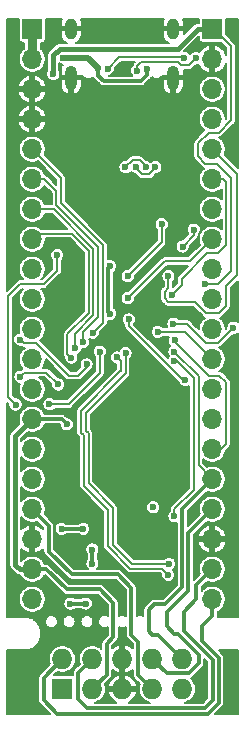
<source format=gbl>
G04 #@! TF.GenerationSoftware,KiCad,Pcbnew,5.1.8-db9833491~88~ubuntu20.04.1*
G04 #@! TF.CreationDate,2021-01-17T16:25:24+01:00*
G04 #@! TF.ProjectId,Pic32MxRedFox,50696333-324d-4785-9265-64466f782e6b,Rev2*
G04 #@! TF.SameCoordinates,PX5faea10PY8eeaea0*
G04 #@! TF.FileFunction,Copper,L2,Bot*
G04 #@! TF.FilePolarity,Positive*
%FSLAX46Y46*%
G04 Gerber Fmt 4.6, Leading zero omitted, Abs format (unit mm)*
G04 Created by KiCad (PCBNEW 5.1.8-db9833491~88~ubuntu20.04.1) date 2021-01-17 16:25:24*
%MOMM*%
%LPD*%
G01*
G04 APERTURE LIST*
G04 #@! TA.AperFunction,ComponentPad*
%ADD10O,1.700000X1.700000*%
G04 #@! TD*
G04 #@! TA.AperFunction,ComponentPad*
%ADD11R,1.700000X1.700000*%
G04 #@! TD*
G04 #@! TA.AperFunction,ComponentPad*
%ADD12R,1.727200X1.727200*%
G04 #@! TD*
G04 #@! TA.AperFunction,ComponentPad*
%ADD13O,1.727200X1.727200*%
G04 #@! TD*
G04 #@! TA.AperFunction,ComponentPad*
%ADD14O,1.000000X1.800000*%
G04 #@! TD*
G04 #@! TA.AperFunction,ComponentPad*
%ADD15O,1.000000X2.100000*%
G04 #@! TD*
G04 #@! TA.AperFunction,ViaPad*
%ADD16C,0.600000*%
G04 #@! TD*
G04 #@! TA.AperFunction,Conductor*
%ADD17C,0.200000*%
G04 #@! TD*
G04 #@! TA.AperFunction,Conductor*
%ADD18C,0.300000*%
G04 #@! TD*
G04 #@! TA.AperFunction,Conductor*
%ADD19C,0.800000*%
G04 #@! TD*
G04 #@! TA.AperFunction,Conductor*
%ADD20C,0.400000*%
G04 #@! TD*
G04 #@! TA.AperFunction,Conductor*
%ADD21C,0.500000*%
G04 #@! TD*
G04 #@! TA.AperFunction,Conductor*
%ADD22C,0.100000*%
G04 #@! TD*
G04 APERTURE END LIST*
D10*
X17780000Y10160000D03*
X17780000Y12700000D03*
X17780000Y15240000D03*
X17780000Y17780000D03*
X17780000Y20320000D03*
X17780000Y22860000D03*
X17780000Y25400000D03*
X17780000Y27940000D03*
X17780000Y30480000D03*
X17780000Y33020000D03*
X17780000Y35560000D03*
X17780000Y38100000D03*
X17780000Y40640000D03*
X17780000Y43180000D03*
X17780000Y45720000D03*
X17780000Y48260000D03*
X17780000Y50800000D03*
X17780000Y53340000D03*
X17780000Y55880000D03*
D11*
X17780000Y58420000D03*
X2540000Y58420000D03*
D10*
X2540000Y55880000D03*
X2540000Y53340000D03*
X2540000Y50800000D03*
X2540000Y48260000D03*
X2540000Y45720000D03*
X2540000Y43180000D03*
X2540000Y40640000D03*
X2540000Y38100000D03*
X2540000Y35560000D03*
X2540000Y33020000D03*
X2540000Y30480000D03*
X2540000Y27940000D03*
X2540000Y25400000D03*
X2540000Y22860000D03*
X2540000Y20320000D03*
X2540000Y17780000D03*
X2540000Y15240000D03*
X2540000Y12700000D03*
X2540000Y10160000D03*
D12*
X5080000Y2540000D03*
D13*
X5080000Y5080000D03*
X7620000Y2540000D03*
X7620000Y5080000D03*
X10160000Y2540000D03*
X10160000Y5080000D03*
X12700000Y2540000D03*
X12700000Y5080000D03*
X15240000Y2540000D03*
X15240000Y5080000D03*
D14*
X5840000Y58461600D03*
X14480000Y58461600D03*
D15*
X5840000Y54311600D03*
X14480000Y54311600D03*
D16*
X10395000Y55385000D03*
X10270000Y45635000D03*
X7020000Y43335000D03*
X8585200Y49631600D03*
X9042400Y48666400D03*
X6120000Y48435000D03*
X6120000Y46910000D03*
X13195000Y19908000D03*
X11270000Y19908000D03*
X10095000Y38560000D03*
X10570000Y41410000D03*
X5920000Y35060000D03*
X6695000Y35085000D03*
X13766800Y33985200D03*
X6096000Y22923500D03*
X7920000Y25335000D03*
X7845000Y24610000D03*
X14145000Y18460000D03*
X19270000Y49410000D03*
X19595000Y58510000D03*
X18995000Y21635000D03*
X675000Y9200000D03*
X10200000Y15000000D03*
X10150000Y16500000D03*
X12547600Y16916400D03*
X8509000Y13081000D03*
X8275000Y16475000D03*
X8275000Y15225000D03*
X9875000Y32300000D03*
X9825000Y33325000D03*
X10430000Y27125000D03*
X11650000Y29975000D03*
X13700000Y31425000D03*
X12550000Y30375000D03*
X10160000Y7416800D03*
X7874000Y7429500D03*
X4953000Y7429500D03*
X9715500Y19939000D03*
X8382000Y19939000D03*
X8001000Y21653500D03*
X8001000Y23368000D03*
X9652000Y23304500D03*
X14859000Y19875500D03*
X6413500Y37909500D03*
X6667500Y36957000D03*
X9779000Y36893500D03*
X10604500Y36639500D03*
X14478000Y34340800D03*
X13411200Y36830000D03*
X13131800Y50622200D03*
X13157200Y51511200D03*
X14033500Y52324000D03*
X15722600Y51943000D03*
X11912600Y52298600D03*
X6934200Y52070000D03*
X8178800Y52273200D03*
X7874000Y51562000D03*
X5232400Y52476400D03*
X3530600Y52070000D03*
X3937000Y50012600D03*
X12700000Y43916600D03*
X13970000Y44373800D03*
X19304000Y31902400D03*
X16637000Y44399200D03*
X19481800Y48031400D03*
X762000Y43230800D03*
X787400Y45999400D03*
X736600Y48463200D03*
X736600Y56413400D03*
X4343400Y58953400D03*
X12547600Y58978800D03*
X7747000Y58953400D03*
X14249400Y42392600D03*
X15240000Y42392600D03*
X4140200Y40335200D03*
X736600Y5461000D03*
X685800Y685800D03*
X19354800Y635000D03*
X19558000Y5359400D03*
X16891000Y3149600D03*
X7683500Y17907000D03*
X15494000Y27749500D03*
X3429000Y24130000D03*
X1143000Y27686000D03*
X9525000Y11493500D03*
X12382500Y11493500D03*
X19431000Y9080500D03*
X16446500Y13906500D03*
X6413500Y13208000D03*
X6794500Y14668500D03*
X13919200Y47396400D03*
X16002000Y47193200D03*
X11226800Y35052000D03*
X19227800Y18008600D03*
X19380200Y15240000D03*
X19634200Y35483800D03*
X711200Y40309800D03*
X12344400Y13868400D03*
X8927212Y55082456D03*
X15400000Y55950000D03*
X3995000Y26660000D03*
X8270000Y31110002D03*
X7625000Y13155000D03*
X7625000Y14355000D03*
X5763500Y9779000D03*
X7063500Y9779000D03*
X9120010Y38360000D03*
X9120000Y34310000D03*
X5461000Y24955500D03*
X14595000Y32084989D03*
X11420000Y54910000D03*
X16400000Y55950000D03*
X10427000Y46735000D03*
X12152400Y46735000D03*
X12952400Y46735000D03*
X11327000Y46735000D03*
X4320000Y54610000D03*
X17195000Y36835000D03*
X15270000Y40010000D03*
X16220000Y41435000D03*
X14120000Y13135000D03*
X10444996Y30985000D03*
X14045000Y12210000D03*
X9734318Y30617661D03*
X13500172Y41904414D03*
X10625000Y37500000D03*
X1119990Y26635000D03*
X4645000Y39285000D03*
X10620000Y35635000D03*
X10719998Y33835002D03*
X15494000Y28702000D03*
X7670000Y32710004D03*
X6820000Y31910000D03*
X6145000Y31385000D03*
X5845000Y30610000D03*
X4720000Y28335000D03*
X1537904Y28987904D03*
X7145000Y30035000D03*
X1520000Y32135000D03*
X14533235Y30298235D03*
X14570000Y17160000D03*
X14570000Y31110000D03*
X12770000Y17935000D03*
X19570000Y33135000D03*
X14495000Y33485000D03*
X14345000Y35910000D03*
X14064988Y37490012D03*
X13170000Y32785000D03*
X12257094Y55039521D03*
X8128000Y55118000D03*
X5170000Y56010006D03*
X6850000Y16100000D03*
X5024979Y16100000D03*
D17*
X8927212Y55082456D02*
X9919756Y56075000D01*
X15275000Y56075000D02*
X15400000Y55950000D01*
X9919756Y56075000D02*
X15275000Y56075000D01*
X3995000Y26660000D02*
X5645000Y26660000D01*
X5645000Y26660000D02*
X8270000Y29285000D01*
X8270000Y29285000D02*
X8270000Y31110002D01*
D18*
X7625000Y13155000D02*
X7625000Y14355000D01*
X5763500Y9779000D02*
X7063500Y9779000D01*
D19*
X2540000Y58420000D02*
X2540000Y55880000D01*
D18*
X5016500Y25400000D02*
X2540000Y25400000D01*
X5461000Y24955500D02*
X5016500Y25400000D01*
X8991600Y34438400D02*
X9120000Y34310000D01*
X8991600Y38231590D02*
X8991600Y34438400D01*
X9120010Y38360000D02*
X8991600Y38231590D01*
D20*
X1475000Y12700000D02*
X2540000Y12700000D01*
X1092200Y13082800D02*
X1475000Y12700000D01*
X1092200Y23952200D02*
X1092200Y13082800D01*
X2540000Y25400000D02*
X1092200Y23952200D01*
D18*
X8833601Y3753601D02*
X7620000Y2540000D01*
X8833601Y6357101D02*
X8833601Y3753601D01*
X9398000Y6921500D02*
X8833601Y6357101D01*
X8264500Y10985500D02*
X9398000Y9852000D01*
X5439500Y10985500D02*
X8264500Y10985500D01*
X9398000Y9852000D02*
X9398000Y6921500D01*
X3725000Y12700000D02*
X5439500Y10985500D01*
X2540000Y12700000D02*
X3725000Y12700000D01*
D17*
X17467997Y29090001D02*
X14595000Y31962998D01*
X18382599Y29090001D02*
X17467997Y29090001D01*
X18948400Y28524200D02*
X18382599Y29090001D01*
X18948400Y23288400D02*
X18948400Y28524200D01*
X18520000Y22860000D02*
X18948400Y23288400D01*
X14595000Y31962998D02*
X14595000Y32084989D01*
X17780000Y22860000D02*
X18520000Y22860000D01*
X15799991Y55349991D02*
X16400000Y55950000D01*
X15150009Y55349991D02*
X15799991Y55349991D01*
X14838390Y55661610D02*
X15150009Y55349991D01*
X11747346Y55661610D02*
X14838390Y55661610D01*
X11420000Y55334264D02*
X11747346Y55661610D01*
X11420000Y54910000D02*
X11420000Y55334264D01*
X10421990Y46909990D02*
X10421990Y46711546D01*
X11027001Y47335001D02*
X10427000Y46735000D01*
X11618399Y47335001D02*
X11027001Y47335001D01*
X12152400Y46801000D02*
X11618399Y47335001D01*
X12152400Y46735000D02*
X12152400Y46801000D01*
X12462400Y46135000D02*
X12952400Y46625000D01*
X11822000Y46135000D02*
X12437000Y46135000D01*
X12952400Y46625000D02*
X12952400Y46735000D01*
X11327000Y46630000D02*
X11822000Y46135000D01*
X11327000Y46735000D02*
X11327000Y46630000D01*
D20*
X16530000Y58420000D02*
X17780000Y58420000D01*
X4320000Y56196008D02*
X4858992Y56735000D01*
X4320000Y54610000D02*
X4320000Y56196008D01*
X4858992Y56735000D02*
X14845000Y56735000D01*
X14845000Y56735000D02*
X16530000Y58420000D01*
D17*
X19380200Y50698198D02*
X19380200Y56974800D01*
X18332001Y49649999D02*
X19380200Y50698198D01*
X17467997Y49649999D02*
X18332001Y49649999D01*
X17935000Y58420000D02*
X17780000Y58420000D01*
X19380200Y56974800D02*
X17935000Y58420000D01*
X17201200Y47010000D02*
X16560800Y47650400D01*
X19380011Y45821991D02*
X18192002Y47010000D01*
X19380011Y37924009D02*
X19380011Y45821991D01*
X16560800Y48742802D02*
X17467997Y49649999D01*
X16560800Y47650400D02*
X16560800Y48742802D01*
X18192002Y47010000D02*
X17201200Y47010000D01*
X18291002Y36835000D02*
X19380011Y37924009D01*
X17195000Y36835000D02*
X18291002Y36835000D01*
X16220000Y40960000D02*
X15270000Y40010000D01*
X16220000Y41435000D02*
X16220000Y40960000D01*
X10990000Y13135000D02*
X14120000Y13135000D01*
X9377500Y17877500D02*
X9377500Y14747500D01*
X7302500Y24193200D02*
X7302500Y19952500D01*
X9377500Y14747500D02*
X10990000Y13135000D01*
X7302500Y19952500D02*
X9377500Y17877500D01*
X10444996Y30985000D02*
X10444996Y29284996D01*
X10444996Y29284996D02*
X7075011Y25915011D01*
X7075011Y25915011D02*
X7075011Y24420689D01*
X7075011Y24420689D02*
X7302500Y24193200D01*
D18*
X6406399Y3866399D02*
X7620000Y5080000D01*
X6406399Y1698601D02*
X6406399Y3866399D01*
X17819990Y5002890D02*
X17819990Y1592110D01*
X17819990Y1592110D02*
X17177900Y950020D01*
X15392400Y9105900D02*
X15392400Y7430480D01*
X15392400Y7430480D02*
X17819990Y5002890D01*
X7154980Y950020D02*
X6406399Y1698601D01*
X16429991Y11349991D02*
X16429991Y10143491D01*
X17177900Y950020D02*
X7154980Y950020D01*
X16429991Y10143491D02*
X15392400Y9105900D01*
X17780000Y12700000D02*
X16429991Y11349991D01*
X16930001Y7849501D02*
X17780000Y8699500D01*
X18320000Y5210000D02*
X16930001Y6599999D01*
X17385010Y450010D02*
X18320000Y1385000D01*
X16930001Y6599999D02*
X16930001Y7849501D01*
X4629990Y450010D02*
X17385010Y450010D01*
X17780000Y8699500D02*
X17780000Y10160000D01*
X3505200Y1574800D02*
X4629990Y450010D01*
X18320000Y1385000D02*
X18320000Y5210000D01*
X3505200Y3505200D02*
X3505200Y1574800D01*
X5080000Y5080000D02*
X3505200Y3505200D01*
D17*
X10044986Y30306993D02*
X9734318Y30617661D01*
X10007600Y29438600D02*
X10044986Y29475986D01*
X9998600Y29438600D02*
X10007600Y29438600D01*
X10044986Y29475986D02*
X10044986Y30306993D01*
X6675000Y26115000D02*
X9998600Y29438600D01*
X6902489Y24027511D02*
X6675000Y24255000D01*
X8940000Y17730000D02*
X6902489Y19767511D01*
X6675000Y24255000D02*
X6675000Y26115000D01*
X6902489Y19767511D02*
X6902489Y24027511D01*
X10824311Y12734990D02*
X8940000Y14619301D01*
X8940000Y14619301D02*
X8940000Y17730000D01*
X13520010Y12734990D02*
X10824311Y12734990D01*
X14045000Y12210000D02*
X13520010Y12734990D01*
X13500172Y41904414D02*
X13500172Y40375172D01*
X13500172Y40375172D02*
X10625000Y37500000D01*
D18*
X10922000Y7097798D02*
X11486399Y6533399D01*
X11486399Y3753601D02*
X12700000Y2540000D01*
X10922000Y11112500D02*
X10922000Y7097798D01*
X11486399Y6533399D02*
X11486399Y3753601D01*
X9787000Y12247500D02*
X10922000Y11112500D01*
X5877500Y12247500D02*
X9787000Y12247500D01*
X3937000Y14188000D02*
X5877500Y12247500D01*
X3937000Y16383000D02*
X3937000Y14188000D01*
X2540000Y17780000D02*
X3937000Y16383000D01*
D17*
X3530600Y36830000D02*
X4645000Y37944400D01*
X4645000Y37944400D02*
X4645000Y39285000D01*
X1524000Y36830000D02*
X3530600Y36830000D01*
X482600Y35788600D02*
X1524000Y36830000D01*
X482600Y27272390D02*
X482600Y35788600D01*
X1119990Y26635000D02*
X482600Y27272390D01*
X13770000Y38785000D02*
X10620000Y35635000D01*
X15925000Y38785000D02*
X13770000Y38785000D01*
X17780000Y40640000D02*
X15925000Y38785000D01*
X10719998Y33262942D02*
X15280940Y28702000D01*
X10719998Y33835002D02*
X10719998Y33262942D01*
X15280940Y28702000D02*
X15494000Y28702000D01*
X4970000Y45830000D02*
X2540000Y48260000D01*
X4970000Y43685000D02*
X4970000Y45830000D01*
X8520000Y33560000D02*
X8520000Y40135000D01*
X8520000Y40135000D02*
X4970000Y43685000D01*
X7670000Y32710000D02*
X8520000Y33560000D01*
X3535000Y45720000D02*
X2540000Y45720000D01*
X4569990Y43519311D02*
X4569990Y44685010D01*
X8119990Y39969312D02*
X4569990Y43519311D01*
X4569990Y44685010D02*
X3535000Y45720000D01*
X8119990Y34047996D02*
X8119990Y39969312D01*
X6820000Y32748006D02*
X8119990Y34047996D01*
X6820000Y31910000D02*
X6820000Y32748006D01*
X2540000Y43180000D02*
X4343603Y43180000D01*
X7719980Y34213684D02*
X6145000Y32638704D01*
X6145000Y32638704D02*
X6145000Y31385000D01*
X7719980Y39803623D02*
X7719980Y34213684D01*
X4343603Y43180000D02*
X7719980Y39803623D01*
X5520001Y30934999D02*
X5845000Y30610000D01*
X5520001Y32579405D02*
X5520001Y30934999D01*
X7319969Y34379373D02*
X5520001Y32579405D01*
X7319969Y39637934D02*
X7319969Y34379373D01*
X5860703Y41097200D02*
X7319969Y39637934D01*
X2997200Y41097200D02*
X5860703Y41097200D01*
X2540000Y40640000D02*
X2997200Y41097200D01*
X1879726Y29329726D02*
X1537904Y28987904D01*
X4720000Y28335000D02*
X3725274Y29329726D01*
X3725274Y29329726D02*
X1879726Y29329726D01*
X5637002Y29085000D02*
X2887001Y31835001D01*
X6445000Y29085000D02*
X5637002Y29085000D01*
X7220000Y29860000D02*
X6445000Y29085000D01*
X1819999Y31835001D02*
X1520000Y32135000D01*
X2887001Y31835001D02*
X1819999Y31835001D01*
D18*
X13913601Y3866399D02*
X12700000Y5080000D01*
X14569832Y7223368D02*
X14892390Y7223368D01*
X15740010Y15740010D02*
X15740010Y10850510D01*
X16670000Y4713870D02*
X15822529Y3866399D01*
X13919200Y7874000D02*
X14569832Y7223368D01*
X14892390Y7223368D02*
X16670000Y5445758D01*
X13919200Y9029700D02*
X13919200Y7874000D01*
X15822529Y3866399D02*
X13913601Y3866399D01*
X17780000Y17780000D02*
X15740010Y15740010D01*
X16670000Y5445758D02*
X16670000Y4713870D01*
X15740010Y10850510D02*
X13919200Y9029700D01*
D17*
X14570000Y17746410D02*
X14570000Y17160000D01*
X16220000Y19396410D02*
X14570000Y17746410D01*
X16220000Y28865000D02*
X16220000Y19396410D01*
X14786765Y30298235D02*
X16220000Y28865000D01*
X14533235Y30298235D02*
X14786765Y30298235D01*
X14570000Y31110000D02*
X16620011Y29059989D01*
X16620011Y29059989D02*
X16620011Y21479989D01*
X16620011Y21479989D02*
X17780000Y20320000D01*
D18*
X15240000Y17780000D02*
X17780000Y20320000D01*
X15240000Y11176000D02*
X15240000Y17780000D01*
X13779500Y9715500D02*
X15240000Y11176000D01*
X12827000Y9715500D02*
X13779500Y9715500D01*
X12382500Y9271000D02*
X12827000Y9715500D01*
X12382500Y7429500D02*
X12382500Y9271000D01*
X12700000Y7112000D02*
X12382500Y7429500D01*
X13208000Y7112000D02*
X12700000Y7112000D01*
X15240000Y5080000D02*
X13208000Y7112000D01*
D17*
X17227999Y31869999D02*
X16045000Y33052998D01*
X18304999Y31869999D02*
X17227999Y31869999D01*
X19570000Y33135000D02*
X18304999Y31869999D01*
X15612998Y33485000D02*
X14495000Y33485000D01*
X16045000Y33052998D02*
X15612998Y33485000D01*
X18694400Y45720000D02*
X17780000Y45720000D01*
X18980001Y45434399D02*
X18694400Y45720000D01*
X18249999Y39439999D02*
X18980001Y40170001D01*
X18980001Y40170001D02*
X18980001Y45434399D01*
X17343997Y39439999D02*
X18249999Y39439999D01*
X15195001Y37291003D02*
X17343997Y39439999D01*
X15195001Y36760001D02*
X15195001Y37291003D01*
X14345000Y35910000D02*
X15195001Y36760001D01*
X19869990Y46170010D02*
X17780000Y48260000D01*
X19869990Y37610210D02*
X19869990Y46170010D01*
X18930001Y34933999D02*
X18930001Y36670221D01*
X18356001Y34359999D02*
X18930001Y34933999D01*
X17265501Y34359999D02*
X18356001Y34359999D01*
X16319500Y35306000D02*
X17265501Y34359999D01*
X18930001Y36670221D02*
X19869990Y37610210D01*
X14060998Y35306000D02*
X16319500Y35306000D01*
X13744999Y35621999D02*
X14060998Y35306000D01*
X14064988Y36518588D02*
X13744999Y36198599D01*
X13744999Y36198599D02*
X13744999Y35621999D01*
X14064988Y37490012D02*
X14064988Y36518588D01*
X17780000Y30480000D02*
X15475000Y32785000D01*
X15475000Y32785000D02*
X13170000Y32785000D01*
D18*
X8572500Y54038500D02*
X8128000Y54483000D01*
X12257094Y55039521D02*
X12257094Y54537050D01*
X8128000Y54483000D02*
X8128000Y55118000D01*
X11758544Y54038500D02*
X8572500Y54038500D01*
X12257094Y54537050D02*
X11758544Y54038500D01*
D21*
X8128000Y55118000D02*
X7235994Y56010006D01*
X7235994Y56010006D02*
X5170000Y56010006D01*
D18*
X6850000Y16100000D02*
X5024979Y16100000D01*
D17*
X18375966Y5824909D02*
X18375970Y5824909D01*
X18395353Y5823000D01*
X19920001Y5823000D01*
X19920000Y400000D01*
X17971395Y400000D01*
X18622573Y1051177D01*
X18639737Y1065263D01*
X18653824Y1082428D01*
X18653828Y1082432D01*
X18695971Y1133783D01*
X18737757Y1211959D01*
X18748212Y1246424D01*
X18763489Y1296785D01*
X18770000Y1362895D01*
X18770000Y1362906D01*
X18772176Y1385000D01*
X18770000Y1407094D01*
X18770000Y5187909D01*
X18772176Y5210001D01*
X18770000Y5232093D01*
X18770000Y5232105D01*
X18763489Y5298215D01*
X18737757Y5383041D01*
X18698775Y5455971D01*
X18695971Y5461217D01*
X18653828Y5512568D01*
X18653824Y5512572D01*
X18639737Y5529737D01*
X18622572Y5543824D01*
X18337738Y5828657D01*
X18375966Y5824909D01*
G04 #@! TA.AperFunction,Conductor*
D22*
G36*
X18375966Y5824909D02*
G01*
X18375970Y5824909D01*
X18395353Y5823000D01*
X19920001Y5823000D01*
X19920000Y400000D01*
X17971395Y400000D01*
X18622573Y1051177D01*
X18639737Y1065263D01*
X18653824Y1082428D01*
X18653828Y1082432D01*
X18695971Y1133783D01*
X18737757Y1211959D01*
X18748212Y1246424D01*
X18763489Y1296785D01*
X18770000Y1362895D01*
X18770000Y1362906D01*
X18772176Y1385000D01*
X18770000Y1407094D01*
X18770000Y5187909D01*
X18772176Y5210001D01*
X18770000Y5232093D01*
X18770000Y5232105D01*
X18763489Y5298215D01*
X18737757Y5383041D01*
X18698775Y5455971D01*
X18695971Y5461217D01*
X18653828Y5512568D01*
X18653824Y5512572D01*
X18639737Y5529737D01*
X18622572Y5543824D01*
X18337738Y5828657D01*
X18375966Y5824909D01*
G37*
G04 #@! TD.AperFunction*
D17*
X1388549Y59270000D02*
X1388549Y57570000D01*
X1394341Y57511190D01*
X1411496Y57454640D01*
X1439353Y57402523D01*
X1476842Y57356842D01*
X1522523Y57319353D01*
X1574640Y57291496D01*
X1631190Y57274341D01*
X1690000Y57268549D01*
X1840000Y57268549D01*
X1840001Y56795368D01*
X1806918Y56773263D01*
X1646737Y56613082D01*
X1520884Y56424729D01*
X1434194Y56215443D01*
X1390000Y55993265D01*
X1390000Y55766735D01*
X1434194Y55544557D01*
X1520884Y55335271D01*
X1646737Y55146918D01*
X1806918Y54986737D01*
X1995271Y54860884D01*
X2204557Y54774194D01*
X2426735Y54730000D01*
X2653265Y54730000D01*
X2875443Y54774194D01*
X3084729Y54860884D01*
X3273082Y54986737D01*
X3433263Y55146918D01*
X3559116Y55335271D01*
X3645806Y55544557D01*
X3690000Y55766735D01*
X3690000Y55993265D01*
X3645806Y56215443D01*
X3559116Y56424729D01*
X3433263Y56613082D01*
X3273082Y56773263D01*
X3240000Y56795368D01*
X3240000Y57268549D01*
X3390000Y57268549D01*
X3448810Y57274341D01*
X3505360Y57291496D01*
X3557477Y57319353D01*
X3603158Y57356842D01*
X3640647Y57402523D01*
X3668504Y57454640D01*
X3685659Y57511190D01*
X3691451Y57570000D01*
X3691451Y59270000D01*
X3689481Y59290000D01*
X5038270Y59290000D01*
X4987337Y59188222D01*
X4940000Y59015600D01*
X4940000Y58615600D01*
X5686000Y58615600D01*
X5686000Y58635600D01*
X5994000Y58635600D01*
X5994000Y58615600D01*
X6740000Y58615600D01*
X6740000Y59015600D01*
X6692663Y59188222D01*
X6641730Y59290000D01*
X13678270Y59290000D01*
X13627337Y59188222D01*
X13580000Y59015600D01*
X13580000Y58615600D01*
X14326000Y58615600D01*
X14326000Y58635600D01*
X14634000Y58635600D01*
X14634000Y58615600D01*
X15380000Y58615600D01*
X15380000Y59015600D01*
X15332663Y59188222D01*
X15281730Y59290000D01*
X16630519Y59290000D01*
X16628549Y59270000D01*
X16628549Y58920000D01*
X16554560Y58920000D01*
X16530000Y58922419D01*
X16505440Y58920000D01*
X16431983Y58912765D01*
X16337733Y58884175D01*
X16250871Y58837746D01*
X16174736Y58775264D01*
X16159080Y58756187D01*
X15380000Y57977106D01*
X15380000Y58307600D01*
X14634000Y58307600D01*
X14634000Y58287600D01*
X14326000Y58287600D01*
X14326000Y58307600D01*
X13580000Y58307600D01*
X13580000Y57907600D01*
X13627337Y57734978D01*
X13707441Y57574908D01*
X13817234Y57433541D01*
X13952497Y57316310D01*
X14095251Y57235000D01*
X6224749Y57235000D01*
X6367503Y57316310D01*
X6502766Y57433541D01*
X6612559Y57574908D01*
X6692663Y57734978D01*
X6740000Y57907600D01*
X6740000Y58307600D01*
X5994000Y58307600D01*
X5994000Y58287600D01*
X5686000Y58287600D01*
X5686000Y58307600D01*
X4940000Y58307600D01*
X4940000Y57907600D01*
X4987337Y57734978D01*
X5067441Y57574908D01*
X5177234Y57433541D01*
X5312497Y57316310D01*
X5455251Y57235000D01*
X4883552Y57235000D01*
X4858992Y57237419D01*
X4834432Y57235000D01*
X4760975Y57227765D01*
X4666725Y57199175D01*
X4579863Y57152746D01*
X4503728Y57090264D01*
X4488071Y57071186D01*
X3983819Y56566932D01*
X3964737Y56551272D01*
X3902255Y56475137D01*
X3891958Y56455872D01*
X3855826Y56388275D01*
X3827235Y56294025D01*
X3817581Y56196008D01*
X3820001Y56171438D01*
X3820000Y54941669D01*
X3788287Y54894207D01*
X3743058Y54785014D01*
X3720000Y54669095D01*
X3720000Y54550905D01*
X3743058Y54434986D01*
X3788287Y54325793D01*
X3853950Y54227522D01*
X3937522Y54143950D01*
X4035793Y54078287D01*
X4144986Y54033058D01*
X4260905Y54010000D01*
X4379095Y54010000D01*
X4495014Y54033058D01*
X4604207Y54078287D01*
X4702478Y54143950D01*
X4716128Y54157600D01*
X4940000Y54157600D01*
X4940000Y53607600D01*
X4987337Y53434978D01*
X5067441Y53274908D01*
X5177234Y53133541D01*
X5312497Y53016310D01*
X5468032Y52927720D01*
X5549181Y52909881D01*
X5686000Y52976562D01*
X5686000Y54157600D01*
X5994000Y54157600D01*
X5994000Y52976562D01*
X6130819Y52909881D01*
X6211968Y52927720D01*
X6367503Y53016310D01*
X6502766Y53133541D01*
X6612559Y53274908D01*
X6692663Y53434978D01*
X6740000Y53607600D01*
X6740000Y54157600D01*
X5994000Y54157600D01*
X5686000Y54157600D01*
X4940000Y54157600D01*
X4716128Y54157600D01*
X4786050Y54227522D01*
X4851713Y54325793D01*
X4896942Y54434986D01*
X4920000Y54550905D01*
X4920000Y54669095D01*
X4896942Y54785014D01*
X4851713Y54894207D01*
X4820000Y54941669D01*
X4820000Y55522255D01*
X4885793Y55478293D01*
X4994986Y55433064D01*
X5110905Y55410006D01*
X5115371Y55410006D01*
X5067441Y55348292D01*
X4987337Y55188222D01*
X4940000Y55015600D01*
X4940000Y54465600D01*
X5686000Y54465600D01*
X5686000Y54485600D01*
X5994000Y54485600D01*
X5994000Y54465600D01*
X6740000Y54465600D01*
X6740000Y54479831D01*
X6784531Y54413186D01*
X6871586Y54326131D01*
X6973952Y54257732D01*
X7087694Y54210619D01*
X7208443Y54186600D01*
X7331557Y54186600D01*
X7452306Y54210619D01*
X7566048Y54257732D01*
X7668414Y54326131D01*
X7696744Y54354461D01*
X7700807Y54341067D01*
X7710243Y54309960D01*
X7752029Y54231784D01*
X7768643Y54211540D01*
X7808263Y54163263D01*
X7825433Y54149172D01*
X8238676Y53735928D01*
X8252763Y53718763D01*
X8269928Y53704676D01*
X8269932Y53704672D01*
X8321283Y53662529D01*
X8399459Y53620743D01*
X8484285Y53595011D01*
X8550395Y53588500D01*
X8550405Y53588500D01*
X8572500Y53586324D01*
X8594594Y53588500D01*
X11736450Y53588500D01*
X11758544Y53586324D01*
X11780638Y53588500D01*
X11780649Y53588500D01*
X11846759Y53595011D01*
X11931585Y53620743D01*
X12009760Y53662529D01*
X12078281Y53718763D01*
X12092372Y53735933D01*
X12514039Y54157600D01*
X13580000Y54157600D01*
X13580000Y53607600D01*
X13627337Y53434978D01*
X13707441Y53274908D01*
X13817234Y53133541D01*
X13952497Y53016310D01*
X14108032Y52927720D01*
X14189181Y52909881D01*
X14326000Y52976562D01*
X14326000Y54157600D01*
X14634000Y54157600D01*
X14634000Y52976562D01*
X14770819Y52909881D01*
X14851968Y52927720D01*
X15007503Y53016310D01*
X15142766Y53133541D01*
X15252559Y53274908D01*
X15332663Y53434978D01*
X15337677Y53453265D01*
X16630000Y53453265D01*
X16630000Y53226735D01*
X16674194Y53004557D01*
X16760884Y52795271D01*
X16886737Y52606918D01*
X17046918Y52446737D01*
X17235271Y52320884D01*
X17444557Y52234194D01*
X17666735Y52190000D01*
X17893265Y52190000D01*
X18115443Y52234194D01*
X18324729Y52320884D01*
X18513082Y52446737D01*
X18673263Y52606918D01*
X18799116Y52795271D01*
X18885806Y53004557D01*
X18930000Y53226735D01*
X18930000Y53453265D01*
X18885806Y53675443D01*
X18799116Y53884729D01*
X18673263Y54073082D01*
X18513082Y54233263D01*
X18324729Y54359116D01*
X18115443Y54445806D01*
X17893265Y54490000D01*
X17666735Y54490000D01*
X17444557Y54445806D01*
X17235271Y54359116D01*
X17046918Y54233263D01*
X16886737Y54073082D01*
X16760884Y53884729D01*
X16674194Y53675443D01*
X16630000Y53453265D01*
X15337677Y53453265D01*
X15380000Y53607600D01*
X15380000Y54157600D01*
X14634000Y54157600D01*
X14326000Y54157600D01*
X13580000Y54157600D01*
X12514039Y54157600D01*
X12559666Y54203226D01*
X12576831Y54217313D01*
X12590918Y54234478D01*
X12590922Y54234482D01*
X12633065Y54285833D01*
X12653810Y54324645D01*
X12753952Y54257732D01*
X12867694Y54210619D01*
X12988443Y54186600D01*
X13111557Y54186600D01*
X13232306Y54210619D01*
X13346048Y54257732D01*
X13448414Y54326131D01*
X13535469Y54413186D01*
X13580000Y54479831D01*
X13580000Y54465600D01*
X14326000Y54465600D01*
X14326000Y54485600D01*
X14634000Y54485600D01*
X14634000Y54465600D01*
X15380000Y54465600D01*
X15380000Y54949991D01*
X15780345Y54949991D01*
X15799991Y54948056D01*
X15819637Y54949991D01*
X15819638Y54949991D01*
X15878405Y54955779D01*
X15953805Y54978651D01*
X16023294Y55015794D01*
X16084202Y55065780D01*
X16096728Y55081043D01*
X16365685Y55350000D01*
X16459095Y55350000D01*
X16575014Y55373058D01*
X16633452Y55397264D01*
X16685909Y55275450D01*
X16824873Y55073620D01*
X17000542Y54902778D01*
X17206166Y54769490D01*
X17433842Y54678879D01*
X17626000Y54739516D01*
X17626000Y55726000D01*
X17606000Y55726000D01*
X17606000Y56034000D01*
X17626000Y56034000D01*
X17626000Y57020484D01*
X17433842Y57081121D01*
X17206166Y56990510D01*
X17000542Y56857222D01*
X16824873Y56686380D01*
X16685909Y56484550D01*
X16684580Y56481464D01*
X16684207Y56481713D01*
X16575014Y56526942D01*
X16459095Y56550000D01*
X16340905Y56550000D01*
X16224986Y56526942D01*
X16115793Y56481713D01*
X16017522Y56416050D01*
X15933950Y56332478D01*
X15900000Y56281669D01*
X15866050Y56332478D01*
X15782478Y56416050D01*
X15684207Y56481713D01*
X15575014Y56526942D01*
X15459095Y56550000D01*
X15367105Y56550000D01*
X16628549Y57811442D01*
X16628549Y57570000D01*
X16634341Y57511190D01*
X16651496Y57454640D01*
X16679353Y57402523D01*
X16716842Y57356842D01*
X16762523Y57319353D01*
X16814640Y57291496D01*
X16871190Y57274341D01*
X16930000Y57268549D01*
X18520766Y57268549D01*
X18980201Y56809114D01*
X18980201Y56229169D01*
X18971010Y56259487D01*
X18874091Y56484550D01*
X18735127Y56686380D01*
X18559458Y56857222D01*
X18353834Y56990510D01*
X18126158Y57081121D01*
X17934000Y57020484D01*
X17934000Y56034000D01*
X17954000Y56034000D01*
X17954000Y55726000D01*
X17934000Y55726000D01*
X17934000Y54739516D01*
X18126158Y54678879D01*
X18353834Y54769490D01*
X18559458Y54902778D01*
X18735127Y55073620D01*
X18874091Y55275450D01*
X18971010Y55500513D01*
X18980201Y55530831D01*
X18980200Y50863884D01*
X18930000Y50813684D01*
X18930000Y50913265D01*
X18885806Y51135443D01*
X18799116Y51344729D01*
X18673263Y51533082D01*
X18513082Y51693263D01*
X18324729Y51819116D01*
X18115443Y51905806D01*
X17893265Y51950000D01*
X17666735Y51950000D01*
X17444557Y51905806D01*
X17235271Y51819116D01*
X17046918Y51693263D01*
X16886737Y51533082D01*
X16760884Y51344729D01*
X16674194Y51135443D01*
X16630000Y50913265D01*
X16630000Y50686735D01*
X16674194Y50464557D01*
X16760884Y50255271D01*
X16886737Y50066918D01*
X17046918Y49906737D01*
X17114136Y49861824D01*
X16291848Y49039535D01*
X16276590Y49027013D01*
X16264068Y49011755D01*
X16264065Y49011752D01*
X16226603Y48966104D01*
X16189461Y48896616D01*
X16166588Y48821215D01*
X16158865Y48742802D01*
X16160801Y48723146D01*
X16160800Y47670047D01*
X16158865Y47650400D01*
X16160800Y47630754D01*
X16166588Y47571987D01*
X16189460Y47496587D01*
X16226603Y47427098D01*
X16276589Y47366189D01*
X16291852Y47353663D01*
X16904463Y46741052D01*
X16916989Y46725789D01*
X16977897Y46675803D01*
X17047386Y46638660D01*
X17073206Y46630828D01*
X17046918Y46613263D01*
X16886737Y46453082D01*
X16760884Y46264729D01*
X16674194Y46055443D01*
X16630000Y45833265D01*
X16630000Y45606735D01*
X16674194Y45384557D01*
X16760884Y45175271D01*
X16886737Y44986918D01*
X17046918Y44826737D01*
X17235271Y44700884D01*
X17444557Y44614194D01*
X17666735Y44570000D01*
X17893265Y44570000D01*
X18115443Y44614194D01*
X18324729Y44700884D01*
X18513082Y44826737D01*
X18580002Y44893657D01*
X18580002Y44006343D01*
X18513082Y44073263D01*
X18324729Y44199116D01*
X18115443Y44285806D01*
X17893265Y44330000D01*
X17666735Y44330000D01*
X17444557Y44285806D01*
X17235271Y44199116D01*
X17046918Y44073263D01*
X16886737Y43913082D01*
X16760884Y43724729D01*
X16674194Y43515443D01*
X16630000Y43293265D01*
X16630000Y43066735D01*
X16674194Y42844557D01*
X16760884Y42635271D01*
X16886737Y42446918D01*
X17046918Y42286737D01*
X17235271Y42160884D01*
X17444557Y42074194D01*
X17666735Y42030000D01*
X17893265Y42030000D01*
X18115443Y42074194D01*
X18324729Y42160884D01*
X18513082Y42286737D01*
X18580001Y42353656D01*
X18580001Y41466344D01*
X18513082Y41533263D01*
X18324729Y41659116D01*
X18115443Y41745806D01*
X17893265Y41790000D01*
X17666735Y41790000D01*
X17444557Y41745806D01*
X17235271Y41659116D01*
X17046918Y41533263D01*
X16886737Y41373082D01*
X16773738Y41203967D01*
X16796942Y41259986D01*
X16820000Y41375905D01*
X16820000Y41494095D01*
X16796942Y41610014D01*
X16751713Y41719207D01*
X16686050Y41817478D01*
X16602478Y41901050D01*
X16504207Y41966713D01*
X16395014Y42011942D01*
X16279095Y42035000D01*
X16160905Y42035000D01*
X16044986Y42011942D01*
X15935793Y41966713D01*
X15837522Y41901050D01*
X15753950Y41817478D01*
X15688287Y41719207D01*
X15643058Y41610014D01*
X15620000Y41494095D01*
X15620000Y41375905D01*
X15643058Y41259986D01*
X15688287Y41150793D01*
X15751101Y41056786D01*
X15304315Y40610000D01*
X15210905Y40610000D01*
X15094986Y40586942D01*
X14985793Y40541713D01*
X14887522Y40476050D01*
X14803950Y40392478D01*
X14738287Y40294207D01*
X14693058Y40185014D01*
X14670000Y40069095D01*
X14670000Y39950905D01*
X14693058Y39834986D01*
X14738287Y39725793D01*
X14803950Y39627522D01*
X14887522Y39543950D01*
X14985793Y39478287D01*
X15094986Y39433058D01*
X15210905Y39410000D01*
X15329095Y39410000D01*
X15445014Y39433058D01*
X15554207Y39478287D01*
X15652478Y39543950D01*
X15736050Y39627522D01*
X15801713Y39725793D01*
X15846942Y39834986D01*
X15870000Y39950905D01*
X15870000Y40044315D01*
X16488953Y40663267D01*
X16504211Y40675789D01*
X16554197Y40736697D01*
X16571668Y40769383D01*
X16591340Y40806185D01*
X16614212Y40881586D01*
X16621935Y40960000D01*
X16620000Y40979646D01*
X16620000Y40986472D01*
X16686050Y41052522D01*
X16738858Y41131555D01*
X16674194Y40975443D01*
X16630000Y40753265D01*
X16630000Y40526735D01*
X16674194Y40304557D01*
X16734143Y40159829D01*
X15759315Y39185000D01*
X13789647Y39185000D01*
X13770000Y39186935D01*
X13750353Y39185000D01*
X13691586Y39179212D01*
X13616186Y39156340D01*
X13546697Y39119197D01*
X13485789Y39069211D01*
X13473265Y39053950D01*
X10654315Y36235000D01*
X10560905Y36235000D01*
X10444986Y36211942D01*
X10335793Y36166713D01*
X10237522Y36101050D01*
X10153950Y36017478D01*
X10088287Y35919207D01*
X10043058Y35810014D01*
X10020000Y35694095D01*
X10020000Y35575905D01*
X10043058Y35459986D01*
X10088287Y35350793D01*
X10153950Y35252522D01*
X10237522Y35168950D01*
X10335793Y35103287D01*
X10444986Y35058058D01*
X10560905Y35035000D01*
X10679095Y35035000D01*
X10795014Y35058058D01*
X10904207Y35103287D01*
X11002478Y35168950D01*
X11086050Y35252522D01*
X11151713Y35350793D01*
X11196942Y35459986D01*
X11220000Y35575905D01*
X11220000Y35669315D01*
X13935685Y38385000D01*
X15723313Y38385000D01*
X14926049Y37587736D01*
X14910791Y37575214D01*
X14898269Y37559956D01*
X14898266Y37559953D01*
X14860804Y37514305D01*
X14823662Y37444817D01*
X14800789Y37369416D01*
X14793066Y37291003D01*
X14795002Y37271347D01*
X14795001Y36925687D01*
X14464988Y36595673D01*
X14464988Y37041484D01*
X14531038Y37107534D01*
X14596701Y37205805D01*
X14641930Y37314998D01*
X14664988Y37430917D01*
X14664988Y37549107D01*
X14641930Y37665026D01*
X14596701Y37774219D01*
X14531038Y37872490D01*
X14447466Y37956062D01*
X14349195Y38021725D01*
X14240002Y38066954D01*
X14124083Y38090012D01*
X14005893Y38090012D01*
X13889974Y38066954D01*
X13780781Y38021725D01*
X13682510Y37956062D01*
X13598938Y37872490D01*
X13533275Y37774219D01*
X13488046Y37665026D01*
X13464988Y37549107D01*
X13464988Y37430917D01*
X13488046Y37314998D01*
X13533275Y37205805D01*
X13598938Y37107534D01*
X13664988Y37041484D01*
X13664989Y36684274D01*
X13476051Y36495336D01*
X13460788Y36482810D01*
X13410802Y36421901D01*
X13373659Y36352412D01*
X13350787Y36277013D01*
X13350787Y36277012D01*
X13343064Y36198599D01*
X13344999Y36178952D01*
X13345000Y35641655D01*
X13343064Y35621999D01*
X13350787Y35543586D01*
X13373660Y35468185D01*
X13410802Y35398697D01*
X13448264Y35353049D01*
X13448267Y35353046D01*
X13460789Y35337788D01*
X13476046Y35325267D01*
X13764265Y35037047D01*
X13776787Y35021789D01*
X13792045Y35009267D01*
X13792047Y35009265D01*
X13805493Y34998231D01*
X13837695Y34971803D01*
X13907184Y34934660D01*
X13982584Y34911788D01*
X14041351Y34906000D01*
X14041353Y34906000D01*
X14060997Y34904065D01*
X14080641Y34906000D01*
X16153815Y34906000D01*
X16968764Y34091051D01*
X16981290Y34075788D01*
X17042198Y34025802D01*
X17111687Y33988659D01*
X17144748Y33978630D01*
X17046918Y33913263D01*
X16886737Y33753082D01*
X16760884Y33564729D01*
X16674194Y33355443D01*
X16630000Y33133265D01*
X16630000Y33033683D01*
X16341739Y33321944D01*
X16341735Y33321949D01*
X15909735Y33753948D01*
X15897209Y33769211D01*
X15836301Y33819197D01*
X15766812Y33856340D01*
X15691412Y33879212D01*
X15632645Y33885000D01*
X15632644Y33885000D01*
X15612998Y33886935D01*
X15593352Y33885000D01*
X14943528Y33885000D01*
X14877478Y33951050D01*
X14779207Y34016713D01*
X14670014Y34061942D01*
X14554095Y34085000D01*
X14435905Y34085000D01*
X14319986Y34061942D01*
X14210793Y34016713D01*
X14112522Y33951050D01*
X14028950Y33867478D01*
X13963287Y33769207D01*
X13918058Y33660014D01*
X13895000Y33544095D01*
X13895000Y33425905D01*
X13918058Y33309986D01*
X13963287Y33200793D01*
X13973840Y33185000D01*
X13618528Y33185000D01*
X13552478Y33251050D01*
X13454207Y33316713D01*
X13345014Y33361942D01*
X13229095Y33385000D01*
X13110905Y33385000D01*
X12994986Y33361942D01*
X12885793Y33316713D01*
X12787522Y33251050D01*
X12703950Y33167478D01*
X12638287Y33069207D01*
X12593058Y32960014D01*
X12570000Y32844095D01*
X12570000Y32725905D01*
X12593058Y32609986D01*
X12638287Y32500793D01*
X12703950Y32402522D01*
X12787522Y32318950D01*
X12885793Y32253287D01*
X12994986Y32208058D01*
X13110905Y32185000D01*
X13229095Y32185000D01*
X13345014Y32208058D01*
X13454207Y32253287D01*
X13552478Y32318950D01*
X13618528Y32385000D01*
X14073847Y32385000D01*
X14063287Y32369196D01*
X14018058Y32260003D01*
X13995000Y32144084D01*
X13995000Y32025894D01*
X14018058Y31909975D01*
X14063287Y31800782D01*
X14128950Y31702511D01*
X14212522Y31618939D01*
X14232116Y31605847D01*
X14187522Y31576050D01*
X14103950Y31492478D01*
X14038287Y31394207D01*
X13993058Y31285014D01*
X13970000Y31169095D01*
X13970000Y31050905D01*
X13993058Y30934986D01*
X14038287Y30825793D01*
X14103950Y30727522D01*
X14108972Y30722500D01*
X14067185Y30680713D01*
X14001522Y30582442D01*
X13991172Y30557454D01*
X11141075Y33407551D01*
X11186048Y33452524D01*
X11251711Y33550795D01*
X11296940Y33659988D01*
X11319998Y33775907D01*
X11319998Y33894097D01*
X11296940Y34010016D01*
X11251711Y34119209D01*
X11186048Y34217480D01*
X11102476Y34301052D01*
X11004205Y34366715D01*
X10895012Y34411944D01*
X10779093Y34435002D01*
X10660903Y34435002D01*
X10544984Y34411944D01*
X10435791Y34366715D01*
X10337520Y34301052D01*
X10253948Y34217480D01*
X10188285Y34119209D01*
X10143056Y34010016D01*
X10119998Y33894097D01*
X10119998Y33775907D01*
X10143056Y33659988D01*
X10188285Y33550795D01*
X10253948Y33452524D01*
X10319999Y33386473D01*
X10319999Y33282598D01*
X10318063Y33262942D01*
X10325786Y33184529D01*
X10348659Y33109128D01*
X10385801Y33039640D01*
X10423263Y32993992D01*
X10423266Y32993989D01*
X10435788Y32978731D01*
X10451046Y32966209D01*
X14936001Y28481253D01*
X14962287Y28417793D01*
X15027950Y28319522D01*
X15111522Y28235950D01*
X15209793Y28170287D01*
X15318986Y28125058D01*
X15434905Y28102000D01*
X15553095Y28102000D01*
X15669014Y28125058D01*
X15778207Y28170287D01*
X15820000Y28198212D01*
X15820001Y19562096D01*
X14301052Y18043147D01*
X14285789Y18030621D01*
X14235803Y17969712D01*
X14198660Y17900223D01*
X14188951Y17868215D01*
X14175788Y17824823D01*
X14168065Y17746410D01*
X14170000Y17726763D01*
X14170000Y17608528D01*
X14103950Y17542478D01*
X14038287Y17444207D01*
X13993058Y17335014D01*
X13970000Y17219095D01*
X13970000Y17100905D01*
X13993058Y16984986D01*
X14038287Y16875793D01*
X14103950Y16777522D01*
X14187522Y16693950D01*
X14285793Y16628287D01*
X14394986Y16583058D01*
X14510905Y16560000D01*
X14629095Y16560000D01*
X14745014Y16583058D01*
X14790001Y16601692D01*
X14790000Y11362396D01*
X13593105Y10165500D01*
X12849094Y10165500D01*
X12827000Y10167676D01*
X12804905Y10165500D01*
X12804895Y10165500D01*
X12738785Y10158989D01*
X12653959Y10133257D01*
X12575783Y10091471D01*
X12524432Y10049328D01*
X12524428Y10049324D01*
X12507263Y10035237D01*
X12493176Y10018072D01*
X12079929Y9604824D01*
X12062764Y9590737D01*
X12048677Y9573572D01*
X12048672Y9573567D01*
X12006529Y9522216D01*
X11964743Y9444040D01*
X11950329Y9396522D01*
X11939012Y9359215D01*
X11934456Y9312950D01*
X11930324Y9271000D01*
X11932501Y9248896D01*
X11932501Y8734400D01*
X11920523Y8742403D01*
X11820429Y8783864D01*
X11714170Y8805000D01*
X11605830Y8805000D01*
X11499571Y8783864D01*
X11399477Y8742403D01*
X11372000Y8724044D01*
X11372000Y11090409D01*
X11374176Y11112501D01*
X11372000Y11134593D01*
X11372000Y11134605D01*
X11365489Y11200715D01*
X11339757Y11285541D01*
X11305816Y11349040D01*
X11297971Y11363717D01*
X11255828Y11415068D01*
X11255824Y11415072D01*
X11241737Y11432237D01*
X11224573Y11446323D01*
X10120827Y12550068D01*
X10106737Y12567237D01*
X10038216Y12623471D01*
X9960041Y12665257D01*
X9875215Y12690989D01*
X9809105Y12697500D01*
X9809094Y12697500D01*
X9787000Y12699676D01*
X9764906Y12697500D01*
X8016028Y12697500D01*
X8091050Y12772522D01*
X8156713Y12870793D01*
X8201942Y12979986D01*
X8225000Y13095905D01*
X8225000Y13214095D01*
X8201942Y13330014D01*
X8156713Y13439207D01*
X8091050Y13537478D01*
X8075000Y13553528D01*
X8075000Y13956472D01*
X8091050Y13972522D01*
X8156713Y14070793D01*
X8201942Y14179986D01*
X8225000Y14295905D01*
X8225000Y14414095D01*
X8201942Y14530014D01*
X8156713Y14639207D01*
X8091050Y14737478D01*
X8007478Y14821050D01*
X7909207Y14886713D01*
X7800014Y14931942D01*
X7684095Y14955000D01*
X7565905Y14955000D01*
X7449986Y14931942D01*
X7340793Y14886713D01*
X7242522Y14821050D01*
X7158950Y14737478D01*
X7093287Y14639207D01*
X7048058Y14530014D01*
X7025000Y14414095D01*
X7025000Y14295905D01*
X7048058Y14179986D01*
X7093287Y14070793D01*
X7158950Y13972522D01*
X7175001Y13956471D01*
X7175000Y13553528D01*
X7158950Y13537478D01*
X7093287Y13439207D01*
X7048058Y13330014D01*
X7025000Y13214095D01*
X7025000Y13095905D01*
X7048058Y12979986D01*
X7093287Y12870793D01*
X7158950Y12772522D01*
X7233972Y12697500D01*
X6063896Y12697500D01*
X4387000Y14374395D01*
X4387000Y16159095D01*
X4424979Y16159095D01*
X4424979Y16040905D01*
X4448037Y15924986D01*
X4493266Y15815793D01*
X4558929Y15717522D01*
X4642501Y15633950D01*
X4740772Y15568287D01*
X4849965Y15523058D01*
X4965884Y15500000D01*
X5084074Y15500000D01*
X5199993Y15523058D01*
X5309186Y15568287D01*
X5407457Y15633950D01*
X5423507Y15650000D01*
X6451472Y15650000D01*
X6467522Y15633950D01*
X6565793Y15568287D01*
X6674986Y15523058D01*
X6790905Y15500000D01*
X6909095Y15500000D01*
X7025014Y15523058D01*
X7134207Y15568287D01*
X7232478Y15633950D01*
X7316050Y15717522D01*
X7381713Y15815793D01*
X7426942Y15924986D01*
X7450000Y16040905D01*
X7450000Y16159095D01*
X7426942Y16275014D01*
X7381713Y16384207D01*
X7316050Y16482478D01*
X7232478Y16566050D01*
X7134207Y16631713D01*
X7025014Y16676942D01*
X6909095Y16700000D01*
X6790905Y16700000D01*
X6674986Y16676942D01*
X6565793Y16631713D01*
X6467522Y16566050D01*
X6451472Y16550000D01*
X5423507Y16550000D01*
X5407457Y16566050D01*
X5309186Y16631713D01*
X5199993Y16676942D01*
X5084074Y16700000D01*
X4965884Y16700000D01*
X4849965Y16676942D01*
X4740772Y16631713D01*
X4642501Y16566050D01*
X4558929Y16482478D01*
X4493266Y16384207D01*
X4448037Y16275014D01*
X4424979Y16159095D01*
X4387000Y16159095D01*
X4387000Y16360909D01*
X4389176Y16383001D01*
X4387000Y16405093D01*
X4387000Y16405105D01*
X4380489Y16471215D01*
X4354757Y16556041D01*
X4340316Y16583058D01*
X4312971Y16634217D01*
X4270828Y16685568D01*
X4270824Y16685572D01*
X4256737Y16702737D01*
X4239573Y16716823D01*
X3606568Y17349828D01*
X3645806Y17444557D01*
X3690000Y17666735D01*
X3690000Y17893265D01*
X3645806Y18115443D01*
X3559116Y18324729D01*
X3433263Y18513082D01*
X3273082Y18673263D01*
X3084729Y18799116D01*
X2875443Y18885806D01*
X2653265Y18930000D01*
X2426735Y18930000D01*
X2204557Y18885806D01*
X1995271Y18799116D01*
X1806918Y18673263D01*
X1646737Y18513082D01*
X1592200Y18431461D01*
X1592200Y19668539D01*
X1646737Y19586918D01*
X1806918Y19426737D01*
X1995271Y19300884D01*
X2204557Y19214194D01*
X2426735Y19170000D01*
X2653265Y19170000D01*
X2875443Y19214194D01*
X3084729Y19300884D01*
X3273082Y19426737D01*
X3433263Y19586918D01*
X3559116Y19775271D01*
X3645806Y19984557D01*
X3690000Y20206735D01*
X3690000Y20433265D01*
X3645806Y20655443D01*
X3559116Y20864729D01*
X3433263Y21053082D01*
X3273082Y21213263D01*
X3084729Y21339116D01*
X2875443Y21425806D01*
X2653265Y21470000D01*
X2426735Y21470000D01*
X2204557Y21425806D01*
X1995271Y21339116D01*
X1806918Y21213263D01*
X1646737Y21053082D01*
X1592200Y20971461D01*
X1592200Y22208539D01*
X1646737Y22126918D01*
X1806918Y21966737D01*
X1995271Y21840884D01*
X2204557Y21754194D01*
X2426735Y21710000D01*
X2653265Y21710000D01*
X2875443Y21754194D01*
X3084729Y21840884D01*
X3273082Y21966737D01*
X3433263Y22126918D01*
X3559116Y22315271D01*
X3645806Y22524557D01*
X3690000Y22746735D01*
X3690000Y22973265D01*
X3645806Y23195443D01*
X3559116Y23404729D01*
X3433263Y23593082D01*
X3273082Y23753263D01*
X3084729Y23879116D01*
X2875443Y23965806D01*
X2653265Y24010000D01*
X2426735Y24010000D01*
X2204557Y23965806D01*
X1995271Y23879116D01*
X1806918Y23753263D01*
X1646737Y23593082D01*
X1592200Y23511461D01*
X1592200Y23745095D01*
X2159828Y24312722D01*
X2204557Y24294194D01*
X2426735Y24250000D01*
X2653265Y24250000D01*
X2875443Y24294194D01*
X3084729Y24380884D01*
X3273082Y24506737D01*
X3433263Y24666918D01*
X3559116Y24855271D01*
X3598354Y24950000D01*
X4830105Y24950000D01*
X4861000Y24919105D01*
X4861000Y24896405D01*
X4884058Y24780486D01*
X4929287Y24671293D01*
X4994950Y24573022D01*
X5078522Y24489450D01*
X5176793Y24423787D01*
X5285986Y24378558D01*
X5401905Y24355500D01*
X5520095Y24355500D01*
X5636014Y24378558D01*
X5745207Y24423787D01*
X5843478Y24489450D01*
X5927050Y24573022D01*
X5992713Y24671293D01*
X6037942Y24780486D01*
X6061000Y24896405D01*
X6061000Y25014595D01*
X6037942Y25130514D01*
X5992713Y25239707D01*
X5927050Y25337978D01*
X5843478Y25421550D01*
X5745207Y25487213D01*
X5636014Y25532442D01*
X5520095Y25555500D01*
X5497395Y25555500D01*
X5350328Y25702567D01*
X5336237Y25719737D01*
X5267716Y25775971D01*
X5189541Y25817757D01*
X5104715Y25843489D01*
X5038605Y25850000D01*
X5038594Y25850000D01*
X5016500Y25852176D01*
X4994406Y25850000D01*
X3598354Y25850000D01*
X3559116Y25944729D01*
X3433263Y26133082D01*
X3273082Y26293263D01*
X3084729Y26419116D01*
X2875443Y26505806D01*
X2653265Y26550000D01*
X2426735Y26550000D01*
X2204557Y26505806D01*
X1995271Y26419116D01*
X1806918Y26293263D01*
X1646737Y26133082D01*
X1520884Y25944729D01*
X1434194Y25735443D01*
X1390000Y25513265D01*
X1390000Y25286735D01*
X1434194Y25064557D01*
X1452722Y25019828D01*
X756024Y24323129D01*
X736936Y24307464D01*
X674454Y24231329D01*
X628025Y24144466D01*
X610439Y24086492D01*
X599435Y24050217D01*
X589781Y23952200D01*
X592200Y23927640D01*
X592201Y13107370D01*
X589781Y13082800D01*
X599435Y12984783D01*
X609618Y12951216D01*
X628026Y12890533D01*
X674455Y12803671D01*
X736937Y12727536D01*
X756019Y12711876D01*
X1104075Y12363819D01*
X1119736Y12344736D01*
X1195871Y12282254D01*
X1282733Y12235825D01*
X1367868Y12210000D01*
X1376983Y12207235D01*
X1475000Y12197581D01*
X1499560Y12200000D01*
X1502356Y12200000D01*
X1520884Y12155271D01*
X1646737Y11966918D01*
X1806918Y11806737D01*
X1995271Y11680884D01*
X2204557Y11594194D01*
X2426735Y11550000D01*
X2653265Y11550000D01*
X2875443Y11594194D01*
X3084729Y11680884D01*
X3273082Y11806737D01*
X3433263Y11966918D01*
X3559116Y12155271D01*
X3580854Y12207751D01*
X5105676Y10682928D01*
X5119763Y10665763D01*
X5136928Y10651676D01*
X5136932Y10651672D01*
X5188283Y10609529D01*
X5230473Y10586978D01*
X5266459Y10567743D01*
X5351285Y10542011D01*
X5417395Y10535500D01*
X5417405Y10535500D01*
X5439499Y10533324D01*
X5461593Y10535500D01*
X8078105Y10535500D01*
X8948000Y9665604D01*
X8948000Y8724043D01*
X8920523Y8742403D01*
X8820429Y8783864D01*
X8714170Y8805000D01*
X8605830Y8805000D01*
X8499571Y8783864D01*
X8399477Y8742403D01*
X8309396Y8682213D01*
X8232787Y8605604D01*
X8172597Y8515523D01*
X8131136Y8415429D01*
X8110000Y8309170D01*
X8110000Y8200830D01*
X8131136Y8094571D01*
X8172597Y7994477D01*
X8232787Y7904396D01*
X8309396Y7827787D01*
X8399477Y7767597D01*
X8499571Y7726136D01*
X8605830Y7705000D01*
X8714170Y7705000D01*
X8820429Y7726136D01*
X8920523Y7767597D01*
X8948001Y7785957D01*
X8948001Y7107897D01*
X8531034Y6690929D01*
X8513864Y6676838D01*
X8499773Y6659668D01*
X8457630Y6608317D01*
X8424069Y6545529D01*
X8415844Y6530141D01*
X8390112Y6445315D01*
X8383601Y6379205D01*
X8383601Y6379195D01*
X8381425Y6357101D01*
X8383601Y6335006D01*
X8383601Y5961978D01*
X8361752Y5983827D01*
X8171171Y6111169D01*
X7959410Y6198883D01*
X7734605Y6243600D01*
X7505395Y6243600D01*
X7280590Y6198883D01*
X7068829Y6111169D01*
X6878248Y5983827D01*
X6716173Y5821752D01*
X6588831Y5631171D01*
X6501117Y5419410D01*
X6456400Y5194605D01*
X6456400Y4965395D01*
X6501117Y4740590D01*
X6543023Y4639419D01*
X6103828Y4200223D01*
X6086663Y4186136D01*
X6072576Y4168971D01*
X6072571Y4168966D01*
X6030428Y4117615D01*
X5988642Y4039439D01*
X5962911Y3954614D01*
X5954223Y3866399D01*
X5956400Y3844295D01*
X5956400Y3703790D01*
X5943600Y3705051D01*
X4341446Y3705051D01*
X4639419Y4003023D01*
X4740590Y3961117D01*
X4965395Y3916400D01*
X5194605Y3916400D01*
X5419410Y3961117D01*
X5631171Y4048831D01*
X5821752Y4176173D01*
X5983827Y4338248D01*
X6111169Y4528829D01*
X6198883Y4740590D01*
X6243600Y4965395D01*
X6243600Y5194605D01*
X6198883Y5419410D01*
X6111169Y5631171D01*
X5983827Y5821752D01*
X5821752Y5983827D01*
X5631171Y6111169D01*
X5419410Y6198883D01*
X5194605Y6243600D01*
X4965395Y6243600D01*
X4740590Y6198883D01*
X4528829Y6111169D01*
X4338248Y5983827D01*
X4176173Y5821752D01*
X4048831Y5631171D01*
X3961117Y5419410D01*
X3916400Y5194605D01*
X3916400Y4965395D01*
X3961117Y4740590D01*
X4003023Y4639419D01*
X3202634Y3839029D01*
X3185463Y3824937D01*
X3171372Y3807767D01*
X3129229Y3756416D01*
X3122301Y3743454D01*
X3087443Y3678240D01*
X3061711Y3593414D01*
X3055200Y3527304D01*
X3055200Y3527294D01*
X3053024Y3505200D01*
X3055200Y3483105D01*
X3055201Y1596904D01*
X3053024Y1574800D01*
X3061712Y1486585D01*
X3087443Y1401760D01*
X3129229Y1323584D01*
X3171372Y1272233D01*
X3171377Y1272228D01*
X3185464Y1255063D01*
X3202629Y1240976D01*
X4043604Y400000D01*
X400000Y400000D01*
X400000Y5823000D01*
X1924647Y5823000D01*
X1945035Y5825008D01*
X1958219Y5825008D01*
X1963774Y5825592D01*
X2160826Y5847695D01*
X2196287Y5855232D01*
X2231850Y5862274D01*
X2237185Y5863925D01*
X2426192Y5923882D01*
X2459520Y5938166D01*
X2493035Y5951980D01*
X2497948Y5954636D01*
X2671709Y6050163D01*
X2701623Y6070646D01*
X2731817Y6090707D01*
X2736117Y6094265D01*
X2736122Y6094268D01*
X2736126Y6094272D01*
X2888018Y6221723D01*
X2913399Y6247641D01*
X2939109Y6273172D01*
X2942639Y6277500D01*
X3066888Y6432034D01*
X3086750Y6462386D01*
X3107013Y6492427D01*
X3109635Y6497358D01*
X3201500Y6673082D01*
X3215084Y6706704D01*
X3229130Y6740117D01*
X3230745Y6745464D01*
X3286730Y6935685D01*
X3293531Y6971336D01*
X3300813Y7006810D01*
X3301358Y7012369D01*
X3319329Y7209841D01*
X3319076Y7246094D01*
X3319329Y7282347D01*
X3318784Y7287905D01*
X3298057Y7485107D01*
X3290765Y7520628D01*
X3283974Y7556230D01*
X3282360Y7561577D01*
X3223725Y7750998D01*
X3209663Y7784451D01*
X3196094Y7818035D01*
X3193472Y7822967D01*
X3099161Y7997390D01*
X3078888Y8027446D01*
X3059037Y8057781D01*
X3055511Y8062104D01*
X3055507Y8062110D01*
X3055502Y8062115D01*
X2929113Y8214894D01*
X2903404Y8240424D01*
X2878024Y8266341D01*
X2873720Y8269901D01*
X2825572Y8309170D01*
X3610000Y8309170D01*
X3610000Y8200830D01*
X3631136Y8094571D01*
X3672597Y7994477D01*
X3732787Y7904396D01*
X3809396Y7827787D01*
X3899477Y7767597D01*
X3999571Y7726136D01*
X4105830Y7705000D01*
X4214170Y7705000D01*
X4320429Y7726136D01*
X4420523Y7767597D01*
X4510604Y7827787D01*
X4587213Y7904396D01*
X4647403Y7994477D01*
X4688864Y8094571D01*
X4710000Y8200830D01*
X4710000Y8309170D01*
X5110000Y8309170D01*
X5110000Y8200830D01*
X5131136Y8094571D01*
X5172597Y7994477D01*
X5232787Y7904396D01*
X5309396Y7827787D01*
X5399477Y7767597D01*
X5499571Y7726136D01*
X5605830Y7705000D01*
X5714170Y7705000D01*
X5820429Y7726136D01*
X5920523Y7767597D01*
X6010604Y7827787D01*
X6087213Y7904396D01*
X6147403Y7994477D01*
X6188864Y8094571D01*
X6210000Y8200830D01*
X6210000Y8309170D01*
X6610000Y8309170D01*
X6610000Y8200830D01*
X6631136Y8094571D01*
X6672597Y7994477D01*
X6732787Y7904396D01*
X6809396Y7827787D01*
X6899477Y7767597D01*
X6999571Y7726136D01*
X7105830Y7705000D01*
X7214170Y7705000D01*
X7320429Y7726136D01*
X7420523Y7767597D01*
X7510604Y7827787D01*
X7587213Y7904396D01*
X7647403Y7994477D01*
X7688864Y8094571D01*
X7710000Y8200830D01*
X7710000Y8309170D01*
X7688864Y8415429D01*
X7647403Y8515523D01*
X7587213Y8605604D01*
X7510604Y8682213D01*
X7420523Y8742403D01*
X7320429Y8783864D01*
X7214170Y8805000D01*
X7105830Y8805000D01*
X6999571Y8783864D01*
X6899477Y8742403D01*
X6809396Y8682213D01*
X6732787Y8605604D01*
X6672597Y8515523D01*
X6631136Y8415429D01*
X6610000Y8309170D01*
X6210000Y8309170D01*
X6188864Y8415429D01*
X6147403Y8515523D01*
X6087213Y8605604D01*
X6010604Y8682213D01*
X5920523Y8742403D01*
X5820429Y8783864D01*
X5714170Y8805000D01*
X5605830Y8805000D01*
X5499571Y8783864D01*
X5399477Y8742403D01*
X5309396Y8682213D01*
X5232787Y8605604D01*
X5172597Y8515523D01*
X5131136Y8415429D01*
X5110000Y8309170D01*
X4710000Y8309170D01*
X4688864Y8415429D01*
X4647403Y8515523D01*
X4587213Y8605604D01*
X4510604Y8682213D01*
X4420523Y8742403D01*
X4320429Y8783864D01*
X4214170Y8805000D01*
X4105830Y8805000D01*
X3999571Y8783864D01*
X3899477Y8742403D01*
X3809396Y8682213D01*
X3732787Y8605604D01*
X3672597Y8515523D01*
X3631136Y8415429D01*
X3610000Y8309170D01*
X2825572Y8309170D01*
X2720058Y8395225D01*
X2689861Y8415288D01*
X2659948Y8435770D01*
X2655035Y8438427D01*
X2479957Y8531518D01*
X2446427Y8545338D01*
X2413115Y8559616D01*
X2407787Y8561265D01*
X2407781Y8561267D01*
X2407775Y8561268D01*
X2217953Y8618578D01*
X2182404Y8625617D01*
X2146930Y8633157D01*
X2141376Y8633741D01*
X1944034Y8653091D01*
X1944030Y8653091D01*
X1924647Y8655000D01*
X400000Y8655000D01*
X400000Y10273265D01*
X1390000Y10273265D01*
X1390000Y10046735D01*
X1434194Y9824557D01*
X1520884Y9615271D01*
X1646737Y9426918D01*
X1806918Y9266737D01*
X1995271Y9140884D01*
X2204557Y9054194D01*
X2426735Y9010000D01*
X2653265Y9010000D01*
X2875443Y9054194D01*
X3084729Y9140884D01*
X3273082Y9266737D01*
X3433263Y9426918D01*
X3559116Y9615271D01*
X3645806Y9824557D01*
X3648498Y9838095D01*
X5163500Y9838095D01*
X5163500Y9719905D01*
X5186558Y9603986D01*
X5231787Y9494793D01*
X5297450Y9396522D01*
X5381022Y9312950D01*
X5479293Y9247287D01*
X5588486Y9202058D01*
X5704405Y9179000D01*
X5822595Y9179000D01*
X5938514Y9202058D01*
X6047707Y9247287D01*
X6145978Y9312950D01*
X6162028Y9329000D01*
X6664972Y9329000D01*
X6681022Y9312950D01*
X6779293Y9247287D01*
X6888486Y9202058D01*
X7004405Y9179000D01*
X7122595Y9179000D01*
X7238514Y9202058D01*
X7347707Y9247287D01*
X7445978Y9312950D01*
X7529550Y9396522D01*
X7595213Y9494793D01*
X7640442Y9603986D01*
X7663500Y9719905D01*
X7663500Y9838095D01*
X7640442Y9954014D01*
X7595213Y10063207D01*
X7529550Y10161478D01*
X7445978Y10245050D01*
X7347707Y10310713D01*
X7238514Y10355942D01*
X7122595Y10379000D01*
X7004405Y10379000D01*
X6888486Y10355942D01*
X6779293Y10310713D01*
X6681022Y10245050D01*
X6664972Y10229000D01*
X6162028Y10229000D01*
X6145978Y10245050D01*
X6047707Y10310713D01*
X5938514Y10355942D01*
X5822595Y10379000D01*
X5704405Y10379000D01*
X5588486Y10355942D01*
X5479293Y10310713D01*
X5381022Y10245050D01*
X5297450Y10161478D01*
X5231787Y10063207D01*
X5186558Y9954014D01*
X5163500Y9838095D01*
X3648498Y9838095D01*
X3690000Y10046735D01*
X3690000Y10273265D01*
X3645806Y10495443D01*
X3559116Y10704729D01*
X3433263Y10893082D01*
X3273082Y11053263D01*
X3084729Y11179116D01*
X2875443Y11265806D01*
X2653265Y11310000D01*
X2426735Y11310000D01*
X2204557Y11265806D01*
X1995271Y11179116D01*
X1806918Y11053263D01*
X1646737Y10893082D01*
X1520884Y10704729D01*
X1434194Y10495443D01*
X1390000Y10273265D01*
X400000Y10273265D01*
X400000Y26789305D01*
X519990Y26669315D01*
X519990Y26575905D01*
X543048Y26459986D01*
X588277Y26350793D01*
X653940Y26252522D01*
X737512Y26168950D01*
X835783Y26103287D01*
X944976Y26058058D01*
X1060895Y26035000D01*
X1179085Y26035000D01*
X1295004Y26058058D01*
X1404197Y26103287D01*
X1502468Y26168950D01*
X1586040Y26252522D01*
X1651703Y26350793D01*
X1696932Y26459986D01*
X1719990Y26575905D01*
X1719990Y26694095D01*
X1715018Y26719095D01*
X3395000Y26719095D01*
X3395000Y26600905D01*
X3418058Y26484986D01*
X3463287Y26375793D01*
X3528950Y26277522D01*
X3612522Y26193950D01*
X3710793Y26128287D01*
X3819986Y26083058D01*
X3935905Y26060000D01*
X4054095Y26060000D01*
X4170014Y26083058D01*
X4247129Y26115000D01*
X6273065Y26115000D01*
X6275001Y26095344D01*
X6275000Y24274647D01*
X6273065Y24255000D01*
X6277217Y24212847D01*
X6280788Y24176587D01*
X6303660Y24101187D01*
X6340803Y24031698D01*
X6390789Y23970789D01*
X6406052Y23958263D01*
X6502490Y23861825D01*
X6502489Y19787157D01*
X6500554Y19767511D01*
X6504328Y19729197D01*
X6508277Y19689098D01*
X6531149Y19613698D01*
X6568292Y19544209D01*
X6618278Y19483300D01*
X6633541Y19470774D01*
X8540001Y17564314D01*
X8540000Y14638948D01*
X8538065Y14619301D01*
X8540000Y14599655D01*
X8545788Y14540888D01*
X8568660Y14465488D01*
X8605803Y14395999D01*
X8655789Y14335090D01*
X8671052Y14322564D01*
X10527578Y12466037D01*
X10540100Y12450779D01*
X10555358Y12438257D01*
X10555360Y12438255D01*
X10576543Y12420871D01*
X10601008Y12400793D01*
X10670497Y12363650D01*
X10745897Y12340778D01*
X10804664Y12334990D01*
X10804674Y12334990D01*
X10824310Y12333056D01*
X10843946Y12334990D01*
X13354325Y12334990D01*
X13445000Y12244315D01*
X13445000Y12150905D01*
X13468058Y12034986D01*
X13513287Y11925793D01*
X13578950Y11827522D01*
X13662522Y11743950D01*
X13760793Y11678287D01*
X13869986Y11633058D01*
X13985905Y11610000D01*
X14104095Y11610000D01*
X14220014Y11633058D01*
X14329207Y11678287D01*
X14427478Y11743950D01*
X14511050Y11827522D01*
X14576713Y11925793D01*
X14621942Y12034986D01*
X14645000Y12150905D01*
X14645000Y12269095D01*
X14621942Y12385014D01*
X14576713Y12494207D01*
X14511050Y12592478D01*
X14461775Y12641753D01*
X14502478Y12668950D01*
X14586050Y12752522D01*
X14651713Y12850793D01*
X14696942Y12959986D01*
X14720000Y13075905D01*
X14720000Y13194095D01*
X14696942Y13310014D01*
X14651713Y13419207D01*
X14586050Y13517478D01*
X14502478Y13601050D01*
X14404207Y13666713D01*
X14295014Y13711942D01*
X14179095Y13735000D01*
X14060905Y13735000D01*
X13944986Y13711942D01*
X13835793Y13666713D01*
X13737522Y13601050D01*
X13671472Y13535000D01*
X11155685Y13535000D01*
X9777500Y14913185D01*
X9777500Y17857865D01*
X9779434Y17877501D01*
X9777500Y17897137D01*
X9777500Y17897147D01*
X9771712Y17955914D01*
X9760131Y17994095D01*
X12170000Y17994095D01*
X12170000Y17875905D01*
X12193058Y17759986D01*
X12238287Y17650793D01*
X12303950Y17552522D01*
X12387522Y17468950D01*
X12485793Y17403287D01*
X12594986Y17358058D01*
X12710905Y17335000D01*
X12829095Y17335000D01*
X12945014Y17358058D01*
X13054207Y17403287D01*
X13152478Y17468950D01*
X13236050Y17552522D01*
X13301713Y17650793D01*
X13346942Y17759986D01*
X13370000Y17875905D01*
X13370000Y17994095D01*
X13346942Y18110014D01*
X13301713Y18219207D01*
X13236050Y18317478D01*
X13152478Y18401050D01*
X13054207Y18466713D01*
X12945014Y18511942D01*
X12829095Y18535000D01*
X12710905Y18535000D01*
X12594986Y18511942D01*
X12485793Y18466713D01*
X12387522Y18401050D01*
X12303950Y18317478D01*
X12238287Y18219207D01*
X12193058Y18110014D01*
X12170000Y17994095D01*
X9760131Y17994095D01*
X9748840Y18031314D01*
X9711697Y18100803D01*
X9686148Y18131935D01*
X9674235Y18146451D01*
X9674233Y18146453D01*
X9661711Y18161711D01*
X9646454Y18174232D01*
X7702500Y20118185D01*
X7702500Y24173554D01*
X7704435Y24193201D01*
X7696712Y24271614D01*
X7691624Y24288386D01*
X7673840Y24347014D01*
X7636697Y24416503D01*
X7586711Y24477411D01*
X7571449Y24489936D01*
X7475011Y24586374D01*
X7475011Y25749326D01*
X10713944Y28988259D01*
X10729207Y29000785D01*
X10779193Y29061693D01*
X10816336Y29131182D01*
X10839208Y29206582D01*
X10844996Y29265349D01*
X10844996Y29265359D01*
X10846930Y29284995D01*
X10844996Y29304631D01*
X10844996Y30536472D01*
X10911046Y30602522D01*
X10976709Y30700793D01*
X11021938Y30809986D01*
X11044996Y30925905D01*
X11044996Y31044095D01*
X11021938Y31160014D01*
X10976709Y31269207D01*
X10911046Y31367478D01*
X10827474Y31451050D01*
X10729203Y31516713D01*
X10620010Y31561942D01*
X10504091Y31585000D01*
X10385901Y31585000D01*
X10269982Y31561942D01*
X10160789Y31516713D01*
X10062518Y31451050D01*
X9978946Y31367478D01*
X9913283Y31269207D01*
X9884433Y31199556D01*
X9793413Y31217661D01*
X9675223Y31217661D01*
X9559304Y31194603D01*
X9450111Y31149374D01*
X9351840Y31083711D01*
X9268268Y31000139D01*
X9202605Y30901868D01*
X9157376Y30792675D01*
X9134318Y30676756D01*
X9134318Y30558566D01*
X9157376Y30442647D01*
X9202605Y30333454D01*
X9268268Y30235183D01*
X9351840Y30151611D01*
X9450111Y30085948D01*
X9559304Y30040719D01*
X9644987Y30023675D01*
X9644986Y29650672D01*
X6406048Y26411733D01*
X6390790Y26399211D01*
X6378268Y26383953D01*
X6378265Y26383950D01*
X6340803Y26338302D01*
X6303661Y26268814D01*
X6280788Y26193413D01*
X6273065Y26115000D01*
X4247129Y26115000D01*
X4279207Y26128287D01*
X4377478Y26193950D01*
X4443528Y26260000D01*
X5625354Y26260000D01*
X5645000Y26258065D01*
X5664646Y26260000D01*
X5664647Y26260000D01*
X5723414Y26265788D01*
X5798814Y26288660D01*
X5868303Y26325803D01*
X5929211Y26375789D01*
X5941737Y26391052D01*
X8538949Y28988264D01*
X8554211Y29000789D01*
X8604197Y29061697D01*
X8641340Y29131186D01*
X8664212Y29206586D01*
X8670000Y29265353D01*
X8670000Y29265354D01*
X8671935Y29285000D01*
X8670000Y29304647D01*
X8670000Y30661474D01*
X8736050Y30727524D01*
X8801713Y30825795D01*
X8846942Y30934988D01*
X8870000Y31050907D01*
X8870000Y31169097D01*
X8846942Y31285016D01*
X8801713Y31394209D01*
X8736050Y31492480D01*
X8652478Y31576052D01*
X8554207Y31641715D01*
X8445014Y31686944D01*
X8329095Y31710002D01*
X8210905Y31710002D01*
X8094986Y31686944D01*
X7985793Y31641715D01*
X7887522Y31576052D01*
X7803950Y31492480D01*
X7738287Y31394209D01*
X7693058Y31285016D01*
X7670000Y31169097D01*
X7670000Y31050907D01*
X7693058Y30934988D01*
X7738287Y30825795D01*
X7803950Y30727524D01*
X7870001Y30661473D01*
X7870000Y29450685D01*
X5479315Y27060000D01*
X4443528Y27060000D01*
X4377478Y27126050D01*
X4279207Y27191713D01*
X4170014Y27236942D01*
X4054095Y27260000D01*
X3935905Y27260000D01*
X3819986Y27236942D01*
X3710793Y27191713D01*
X3612522Y27126050D01*
X3528950Y27042478D01*
X3463287Y26944207D01*
X3418058Y26835014D01*
X3395000Y26719095D01*
X1715018Y26719095D01*
X1696932Y26810014D01*
X1651703Y26919207D01*
X1586040Y27017478D01*
X1502468Y27101050D01*
X1404197Y27166713D01*
X1295004Y27211942D01*
X1179085Y27235000D01*
X1085675Y27235000D01*
X882600Y27438075D01*
X882600Y32194095D01*
X920000Y32194095D01*
X920000Y32075905D01*
X943058Y31959986D01*
X988287Y31850793D01*
X1053950Y31752522D01*
X1137522Y31668950D01*
X1235793Y31603287D01*
X1344986Y31558058D01*
X1460905Y31535000D01*
X1555028Y31535000D01*
X1587870Y31508047D01*
X1596696Y31500804D01*
X1666185Y31463661D01*
X1741585Y31440789D01*
X1819999Y31433066D01*
X1839646Y31435001D01*
X1899316Y31435001D01*
X1806918Y31373263D01*
X1646737Y31213082D01*
X1520884Y31024729D01*
X1434194Y30815443D01*
X1390000Y30593265D01*
X1390000Y30366735D01*
X1434194Y30144557D01*
X1520884Y29935271D01*
X1646737Y29746918D01*
X1704196Y29689459D01*
X1656423Y29663923D01*
X1647183Y29656340D01*
X1610775Y29626461D01*
X1610773Y29626459D01*
X1595515Y29613937D01*
X1582993Y29598679D01*
X1572218Y29587904D01*
X1478809Y29587904D01*
X1362890Y29564846D01*
X1253697Y29519617D01*
X1155426Y29453954D01*
X1071854Y29370382D01*
X1006191Y29272111D01*
X960962Y29162918D01*
X937904Y29046999D01*
X937904Y28928809D01*
X960962Y28812890D01*
X1006191Y28703697D01*
X1071854Y28605426D01*
X1155426Y28521854D01*
X1253697Y28456191D01*
X1362890Y28410962D01*
X1478809Y28387904D01*
X1480777Y28387904D01*
X1434194Y28275443D01*
X1390000Y28053265D01*
X1390000Y27826735D01*
X1434194Y27604557D01*
X1520884Y27395271D01*
X1646737Y27206918D01*
X1806918Y27046737D01*
X1995271Y26920884D01*
X2204557Y26834194D01*
X2426735Y26790000D01*
X2653265Y26790000D01*
X2875443Y26834194D01*
X3084729Y26920884D01*
X3273082Y27046737D01*
X3433263Y27206918D01*
X3559116Y27395271D01*
X3645806Y27604557D01*
X3690000Y27826735D01*
X3690000Y28053265D01*
X3645806Y28275443D01*
X3559116Y28484729D01*
X3433263Y28673082D01*
X3273082Y28833263D01*
X3128714Y28929726D01*
X3559589Y28929726D01*
X4120000Y28369314D01*
X4120000Y28275905D01*
X4143058Y28159986D01*
X4188287Y28050793D01*
X4253950Y27952522D01*
X4337522Y27868950D01*
X4435793Y27803287D01*
X4544986Y27758058D01*
X4660905Y27735000D01*
X4779095Y27735000D01*
X4895014Y27758058D01*
X5004207Y27803287D01*
X5102478Y27868950D01*
X5186050Y27952522D01*
X5251713Y28050793D01*
X5296942Y28159986D01*
X5320000Y28275905D01*
X5320000Y28394095D01*
X5296942Y28510014D01*
X5251713Y28619207D01*
X5186050Y28717478D01*
X5102478Y28801050D01*
X5004207Y28866713D01*
X4895014Y28911942D01*
X4779095Y28935000D01*
X4685686Y28935000D01*
X4022011Y29598674D01*
X4009485Y29613937D01*
X3948577Y29663923D01*
X3879088Y29701066D01*
X3803688Y29723938D01*
X3744921Y29729726D01*
X3744920Y29729726D01*
X3725274Y29731661D01*
X3705628Y29729726D01*
X3416071Y29729726D01*
X3433263Y29746918D01*
X3559116Y29935271D01*
X3645806Y30144557D01*
X3690000Y30366735D01*
X3690000Y30466317D01*
X5340265Y28816052D01*
X5352791Y28800789D01*
X5377618Y28780414D01*
X5413699Y28750803D01*
X5483188Y28713660D01*
X5558588Y28690788D01*
X5637002Y28683065D01*
X5656649Y28685000D01*
X6425354Y28685000D01*
X6445000Y28683065D01*
X6464646Y28685000D01*
X6464647Y28685000D01*
X6523414Y28690788D01*
X6598814Y28713660D01*
X6668303Y28750803D01*
X6729211Y28800789D01*
X6741737Y28816052D01*
X7428806Y29503121D01*
X7429207Y29503287D01*
X7527478Y29568950D01*
X7611050Y29652522D01*
X7676713Y29750793D01*
X7721942Y29859986D01*
X7745000Y29975905D01*
X7745000Y30094095D01*
X7721942Y30210014D01*
X7676713Y30319207D01*
X7611050Y30417478D01*
X7527478Y30501050D01*
X7429207Y30566713D01*
X7320014Y30611942D01*
X7204095Y30635000D01*
X7085905Y30635000D01*
X6969986Y30611942D01*
X6860793Y30566713D01*
X6762522Y30501050D01*
X6678950Y30417478D01*
X6613287Y30319207D01*
X6568058Y30210014D01*
X6545000Y30094095D01*
X6545000Y29975905D01*
X6568058Y29859986D01*
X6593318Y29799003D01*
X6279315Y29485000D01*
X5802687Y29485000D01*
X3205864Y32081823D01*
X3273082Y32126737D01*
X3433263Y32286918D01*
X3559116Y32475271D01*
X3645806Y32684557D01*
X3690000Y32906735D01*
X3690000Y33133265D01*
X3645806Y33355443D01*
X3559116Y33564729D01*
X3433263Y33753082D01*
X3273082Y33913263D01*
X3084729Y34039116D01*
X2875443Y34125806D01*
X2653265Y34170000D01*
X2426735Y34170000D01*
X2204557Y34125806D01*
X1995271Y34039116D01*
X1806918Y33913263D01*
X1646737Y33753082D01*
X1520884Y33564729D01*
X1434194Y33355443D01*
X1390000Y33133265D01*
X1390000Y32906735D01*
X1425559Y32727969D01*
X1344986Y32711942D01*
X1235793Y32666713D01*
X1137522Y32601050D01*
X1053950Y32517478D01*
X988287Y32419207D01*
X943058Y32310014D01*
X920000Y32194095D01*
X882600Y32194095D01*
X882600Y35622915D01*
X1689686Y36430000D01*
X1783655Y36430000D01*
X1646737Y36293082D01*
X1520884Y36104729D01*
X1434194Y35895443D01*
X1390000Y35673265D01*
X1390000Y35446735D01*
X1434194Y35224557D01*
X1520884Y35015271D01*
X1646737Y34826918D01*
X1806918Y34666737D01*
X1995271Y34540884D01*
X2204557Y34454194D01*
X2426735Y34410000D01*
X2653265Y34410000D01*
X2875443Y34454194D01*
X3084729Y34540884D01*
X3273082Y34666737D01*
X3433263Y34826918D01*
X3559116Y35015271D01*
X3645806Y35224557D01*
X3690000Y35446735D01*
X3690000Y35673265D01*
X3645806Y35895443D01*
X3559116Y36104729D01*
X3433263Y36293082D01*
X3296345Y36430000D01*
X3510954Y36430000D01*
X3530600Y36428065D01*
X3550246Y36430000D01*
X3550247Y36430000D01*
X3609014Y36435788D01*
X3684414Y36458660D01*
X3753903Y36495803D01*
X3814811Y36545789D01*
X3827337Y36561052D01*
X4913949Y37647664D01*
X4929211Y37660189D01*
X4979197Y37721097D01*
X5016340Y37790586D01*
X5039212Y37865986D01*
X5045000Y37924753D01*
X5045000Y37924754D01*
X5046935Y37944400D01*
X5045000Y37964047D01*
X5045000Y38836472D01*
X5111050Y38902522D01*
X5176713Y39000793D01*
X5221942Y39109986D01*
X5245000Y39225905D01*
X5245000Y39344095D01*
X5221942Y39460014D01*
X5176713Y39569207D01*
X5111050Y39667478D01*
X5027478Y39751050D01*
X4929207Y39816713D01*
X4820014Y39861942D01*
X4704095Y39885000D01*
X4585905Y39885000D01*
X4469986Y39861942D01*
X4360793Y39816713D01*
X4262522Y39751050D01*
X4178950Y39667478D01*
X4113287Y39569207D01*
X4068058Y39460014D01*
X4045000Y39344095D01*
X4045000Y39225905D01*
X4068058Y39109986D01*
X4113287Y39000793D01*
X4178950Y38902522D01*
X4245001Y38836471D01*
X4245000Y38110085D01*
X3364915Y37230000D01*
X3296345Y37230000D01*
X3433263Y37366918D01*
X3559116Y37555271D01*
X3645806Y37764557D01*
X3690000Y37986735D01*
X3690000Y38213265D01*
X3645806Y38435443D01*
X3559116Y38644729D01*
X3433263Y38833082D01*
X3273082Y38993263D01*
X3084729Y39119116D01*
X2875443Y39205806D01*
X2653265Y39250000D01*
X2426735Y39250000D01*
X2204557Y39205806D01*
X1995271Y39119116D01*
X1806918Y38993263D01*
X1646737Y38833082D01*
X1520884Y38644729D01*
X1434194Y38435443D01*
X1390000Y38213265D01*
X1390000Y37986735D01*
X1434194Y37764557D01*
X1520884Y37555271D01*
X1646737Y37366918D01*
X1783655Y37230000D01*
X1543646Y37230000D01*
X1523999Y37231935D01*
X1504353Y37230000D01*
X1445586Y37224212D01*
X1370186Y37201340D01*
X1310051Y37169197D01*
X1300697Y37164197D01*
X1255049Y37126735D01*
X1255047Y37126733D01*
X1239789Y37114211D01*
X1227267Y37098953D01*
X400000Y36271685D01*
X400000Y48373265D01*
X1390000Y48373265D01*
X1390000Y48146735D01*
X1434194Y47924557D01*
X1520884Y47715271D01*
X1646737Y47526918D01*
X1806918Y47366737D01*
X1995271Y47240884D01*
X2204557Y47154194D01*
X2426735Y47110000D01*
X2653265Y47110000D01*
X2875443Y47154194D01*
X3020172Y47214143D01*
X4570001Y45664313D01*
X4570001Y45250685D01*
X3831737Y45988948D01*
X3819211Y46004211D01*
X3758303Y46054197D01*
X3688814Y46091340D01*
X3622619Y46111420D01*
X3559116Y46264729D01*
X3433263Y46453082D01*
X3273082Y46613263D01*
X3084729Y46739116D01*
X2875443Y46825806D01*
X2653265Y46870000D01*
X2426735Y46870000D01*
X2204557Y46825806D01*
X1995271Y46739116D01*
X1806918Y46613263D01*
X1646737Y46453082D01*
X1520884Y46264729D01*
X1434194Y46055443D01*
X1390000Y45833265D01*
X1390000Y45606735D01*
X1434194Y45384557D01*
X1520884Y45175271D01*
X1646737Y44986918D01*
X1806918Y44826737D01*
X1995271Y44700884D01*
X2204557Y44614194D01*
X2426735Y44570000D01*
X2653265Y44570000D01*
X2875443Y44614194D01*
X3084729Y44700884D01*
X3273082Y44826737D01*
X3433263Y44986918D01*
X3541063Y45148252D01*
X4169991Y44519323D01*
X4169990Y43580000D01*
X3619065Y43580000D01*
X3559116Y43724729D01*
X3433263Y43913082D01*
X3273082Y44073263D01*
X3084729Y44199116D01*
X2875443Y44285806D01*
X2653265Y44330000D01*
X2426735Y44330000D01*
X2204557Y44285806D01*
X1995271Y44199116D01*
X1806918Y44073263D01*
X1646737Y43913082D01*
X1520884Y43724729D01*
X1434194Y43515443D01*
X1390000Y43293265D01*
X1390000Y43066735D01*
X1434194Y42844557D01*
X1520884Y42635271D01*
X1646737Y42446918D01*
X1806918Y42286737D01*
X1995271Y42160884D01*
X2204557Y42074194D01*
X2426735Y42030000D01*
X2653265Y42030000D01*
X2875443Y42074194D01*
X3084729Y42160884D01*
X3273082Y42286737D01*
X3433263Y42446918D01*
X3559116Y42635271D01*
X3619065Y42780000D01*
X4177918Y42780000D01*
X5460718Y41497200D01*
X3309145Y41497200D01*
X3273082Y41533263D01*
X3084729Y41659116D01*
X2875443Y41745806D01*
X2653265Y41790000D01*
X2426735Y41790000D01*
X2204557Y41745806D01*
X1995271Y41659116D01*
X1806918Y41533263D01*
X1646737Y41373082D01*
X1520884Y41184729D01*
X1434194Y40975443D01*
X1390000Y40753265D01*
X1390000Y40526735D01*
X1434194Y40304557D01*
X1520884Y40095271D01*
X1646737Y39906918D01*
X1806918Y39746737D01*
X1995271Y39620884D01*
X2204557Y39534194D01*
X2426735Y39490000D01*
X2653265Y39490000D01*
X2875443Y39534194D01*
X3084729Y39620884D01*
X3273082Y39746737D01*
X3433263Y39906918D01*
X3559116Y40095271D01*
X3645806Y40304557D01*
X3690000Y40526735D01*
X3690000Y40697200D01*
X5695018Y40697200D01*
X6919969Y39472248D01*
X6919970Y34545060D01*
X5251053Y32876142D01*
X5235790Y32863616D01*
X5185804Y32802707D01*
X5148661Y32733218D01*
X5134031Y32684989D01*
X5125789Y32657818D01*
X5118066Y32579405D01*
X5120001Y32559758D01*
X5120002Y30954655D01*
X5118066Y30934999D01*
X5125789Y30856586D01*
X5148662Y30781185D01*
X5185804Y30711697D01*
X5223266Y30666049D01*
X5223269Y30666046D01*
X5235791Y30650788D01*
X5245000Y30643230D01*
X5245000Y30550905D01*
X5268058Y30434986D01*
X5313287Y30325793D01*
X5378950Y30227522D01*
X5462522Y30143950D01*
X5560793Y30078287D01*
X5669986Y30033058D01*
X5785905Y30010000D01*
X5904095Y30010000D01*
X6020014Y30033058D01*
X6129207Y30078287D01*
X6227478Y30143950D01*
X6311050Y30227522D01*
X6376713Y30325793D01*
X6421942Y30434986D01*
X6445000Y30550905D01*
X6445000Y30669095D01*
X6421942Y30785014D01*
X6398868Y30840720D01*
X6429207Y30853287D01*
X6527478Y30918950D01*
X6611050Y31002522D01*
X6676713Y31100793D01*
X6721942Y31209986D01*
X6742562Y31313649D01*
X6760905Y31310000D01*
X6879095Y31310000D01*
X6995014Y31333058D01*
X7104207Y31378287D01*
X7202478Y31443950D01*
X7286050Y31527522D01*
X7351713Y31625793D01*
X7396942Y31734986D01*
X7420000Y31850905D01*
X7420000Y31969095D01*
X7396942Y32085014D01*
X7351713Y32194207D01*
X7343437Y32206592D01*
X7385793Y32178291D01*
X7494986Y32133062D01*
X7610905Y32110004D01*
X7729095Y32110004D01*
X7845014Y32133062D01*
X7954207Y32178291D01*
X8052478Y32243954D01*
X8136050Y32327526D01*
X8201713Y32425797D01*
X8246942Y32534990D01*
X8270000Y32650909D01*
X8270000Y32744315D01*
X8788949Y33263264D01*
X8804211Y33275789D01*
X8854197Y33336697D01*
X8891340Y33406186D01*
X8914212Y33481586D01*
X8920000Y33540353D01*
X8920000Y33540354D01*
X8921935Y33560000D01*
X8920000Y33579647D01*
X8920000Y33743407D01*
X8944986Y33733058D01*
X9060905Y33710000D01*
X9179095Y33710000D01*
X9295014Y33733058D01*
X9404207Y33778287D01*
X9502478Y33843950D01*
X9586050Y33927522D01*
X9651713Y34025793D01*
X9696942Y34134986D01*
X9720000Y34250905D01*
X9720000Y34369095D01*
X9696942Y34485014D01*
X9651713Y34594207D01*
X9586050Y34692478D01*
X9502478Y34776050D01*
X9441600Y34816728D01*
X9441600Y37559095D01*
X10025000Y37559095D01*
X10025000Y37440905D01*
X10048058Y37324986D01*
X10093287Y37215793D01*
X10158950Y37117522D01*
X10242522Y37033950D01*
X10340793Y36968287D01*
X10449986Y36923058D01*
X10565905Y36900000D01*
X10684095Y36900000D01*
X10800014Y36923058D01*
X10909207Y36968287D01*
X11007478Y37033950D01*
X11091050Y37117522D01*
X11156713Y37215793D01*
X11201942Y37324986D01*
X11225000Y37440905D01*
X11225000Y37534315D01*
X13769125Y40078439D01*
X13784383Y40090961D01*
X13834369Y40151869D01*
X13871512Y40221358D01*
X13894384Y40296758D01*
X13900172Y40355525D01*
X13900172Y40355535D01*
X13902106Y40375171D01*
X13900172Y40394807D01*
X13900172Y41455886D01*
X13966222Y41521936D01*
X14031885Y41620207D01*
X14077114Y41729400D01*
X14100172Y41845319D01*
X14100172Y41963509D01*
X14077114Y42079428D01*
X14031885Y42188621D01*
X13966222Y42286892D01*
X13882650Y42370464D01*
X13784379Y42436127D01*
X13675186Y42481356D01*
X13559267Y42504414D01*
X13441077Y42504414D01*
X13325158Y42481356D01*
X13215965Y42436127D01*
X13117694Y42370464D01*
X13034122Y42286892D01*
X12968459Y42188621D01*
X12923230Y42079428D01*
X12900172Y41963509D01*
X12900172Y41845319D01*
X12923230Y41729400D01*
X12968459Y41620207D01*
X13034122Y41521936D01*
X13100172Y41455886D01*
X13100173Y40540859D01*
X10659315Y38100000D01*
X10565905Y38100000D01*
X10449986Y38076942D01*
X10340793Y38031713D01*
X10242522Y37966050D01*
X10158950Y37882478D01*
X10093287Y37784207D01*
X10048058Y37675014D01*
X10025000Y37559095D01*
X9441600Y37559095D01*
X9441600Y37853266D01*
X9502488Y37893950D01*
X9586060Y37977522D01*
X9651723Y38075793D01*
X9696952Y38184986D01*
X9720010Y38300905D01*
X9720010Y38419095D01*
X9696952Y38535014D01*
X9651723Y38644207D01*
X9586060Y38742478D01*
X9502488Y38826050D01*
X9404217Y38891713D01*
X9295024Y38936942D01*
X9179105Y38960000D01*
X9060915Y38960000D01*
X8944996Y38936942D01*
X8920000Y38926588D01*
X8920000Y40115365D01*
X8921934Y40135001D01*
X8920000Y40154637D01*
X8920000Y40154647D01*
X8914212Y40213414D01*
X8891340Y40288814D01*
X8854197Y40358303D01*
X8840354Y40375171D01*
X8816735Y40403951D01*
X8816733Y40403953D01*
X8804211Y40419211D01*
X8788953Y40431733D01*
X5370000Y43850685D01*
X5370000Y45810354D01*
X5371935Y45830000D01*
X5369888Y45850789D01*
X5364212Y45908414D01*
X5341340Y45983814D01*
X5304197Y46053303D01*
X5301502Y46056587D01*
X5266735Y46098951D01*
X5266733Y46098953D01*
X5254211Y46114211D01*
X5238953Y46126733D01*
X4571591Y46794095D01*
X9827000Y46794095D01*
X9827000Y46675905D01*
X9850058Y46559986D01*
X9895287Y46450793D01*
X9960950Y46352522D01*
X10044522Y46268950D01*
X10142793Y46203287D01*
X10251986Y46158058D01*
X10367905Y46135000D01*
X10486095Y46135000D01*
X10602014Y46158058D01*
X10711207Y46203287D01*
X10809478Y46268950D01*
X10877000Y46336472D01*
X10944522Y46268950D01*
X11042793Y46203287D01*
X11151986Y46158058D01*
X11253437Y46137878D01*
X11525263Y45866052D01*
X11537789Y45850789D01*
X11598697Y45800803D01*
X11668186Y45763660D01*
X11743586Y45740788D01*
X11822000Y45733065D01*
X11841647Y45735000D01*
X12442754Y45735000D01*
X12462400Y45733065D01*
X12540813Y45740788D01*
X12616214Y45763661D01*
X12685702Y45800803D01*
X12731350Y45838265D01*
X13032204Y46139119D01*
X13127414Y46158058D01*
X13236607Y46203287D01*
X13334878Y46268950D01*
X13418450Y46352522D01*
X13484113Y46450793D01*
X13529342Y46559986D01*
X13552400Y46675905D01*
X13552400Y46794095D01*
X13529342Y46910014D01*
X13484113Y47019207D01*
X13418450Y47117478D01*
X13334878Y47201050D01*
X13236607Y47266713D01*
X13127414Y47311942D01*
X13011495Y47335000D01*
X12893305Y47335000D01*
X12777386Y47311942D01*
X12668193Y47266713D01*
X12569922Y47201050D01*
X12552400Y47183528D01*
X12534878Y47201050D01*
X12436607Y47266713D01*
X12327414Y47311942D01*
X12211495Y47335000D01*
X12184085Y47335000D01*
X11915136Y47603949D01*
X11902610Y47619212D01*
X11841702Y47669198D01*
X11772213Y47706341D01*
X11696813Y47729213D01*
X11638046Y47735001D01*
X11638045Y47735001D01*
X11618399Y47736936D01*
X11598753Y47735001D01*
X11046648Y47735001D01*
X11027001Y47736936D01*
X11007354Y47735001D01*
X10948587Y47729213D01*
X10873187Y47706341D01*
X10803698Y47669198D01*
X10742790Y47619212D01*
X10730264Y47603949D01*
X10461315Y47335000D01*
X10367905Y47335000D01*
X10251986Y47311942D01*
X10142793Y47266713D01*
X10044522Y47201050D01*
X9960950Y47117478D01*
X9895287Y47019207D01*
X9850058Y46910014D01*
X9827000Y46794095D01*
X4571591Y46794095D01*
X3585857Y47779828D01*
X3645806Y47924557D01*
X3690000Y48146735D01*
X3690000Y48373265D01*
X3645806Y48595443D01*
X3559116Y48804729D01*
X3433263Y48993082D01*
X3273082Y49153263D01*
X3084729Y49279116D01*
X2875443Y49365806D01*
X2653265Y49410000D01*
X2426735Y49410000D01*
X2204557Y49365806D01*
X1995271Y49279116D01*
X1806918Y49153263D01*
X1646737Y48993082D01*
X1520884Y48804729D01*
X1434194Y48595443D01*
X1390000Y48373265D01*
X400000Y48373265D01*
X400000Y50453843D01*
X1338886Y50453843D01*
X1348990Y50420513D01*
X1445909Y50195450D01*
X1584873Y49993620D01*
X1760542Y49822778D01*
X1966166Y49689490D01*
X2193842Y49598879D01*
X2386000Y49659516D01*
X2386000Y50646000D01*
X2694000Y50646000D01*
X2694000Y49659516D01*
X2886158Y49598879D01*
X3113834Y49689490D01*
X3319458Y49822778D01*
X3495127Y49993620D01*
X3634091Y50195450D01*
X3731010Y50420513D01*
X3741114Y50453843D01*
X3679642Y50646000D01*
X2694000Y50646000D01*
X2386000Y50646000D01*
X1400358Y50646000D01*
X1338886Y50453843D01*
X400000Y50453843D01*
X400000Y51146157D01*
X1338886Y51146157D01*
X1400358Y50954000D01*
X2386000Y50954000D01*
X2386000Y51940484D01*
X2694000Y51940484D01*
X2694000Y50954000D01*
X3679642Y50954000D01*
X3741114Y51146157D01*
X3731010Y51179487D01*
X3634091Y51404550D01*
X3495127Y51606380D01*
X3319458Y51777222D01*
X3113834Y51910510D01*
X2886158Y52001121D01*
X2694000Y51940484D01*
X2386000Y51940484D01*
X2193842Y52001121D01*
X1966166Y51910510D01*
X1760542Y51777222D01*
X1584873Y51606380D01*
X1445909Y51404550D01*
X1348990Y51179487D01*
X1338886Y51146157D01*
X400000Y51146157D01*
X400000Y52993843D01*
X1338886Y52993843D01*
X1348990Y52960513D01*
X1445909Y52735450D01*
X1584873Y52533620D01*
X1760542Y52362778D01*
X1966166Y52229490D01*
X2193842Y52138879D01*
X2386000Y52199516D01*
X2386000Y53186000D01*
X2694000Y53186000D01*
X2694000Y52199516D01*
X2886158Y52138879D01*
X3113834Y52229490D01*
X3319458Y52362778D01*
X3495127Y52533620D01*
X3634091Y52735450D01*
X3731010Y52960513D01*
X3741114Y52993843D01*
X3679642Y53186000D01*
X2694000Y53186000D01*
X2386000Y53186000D01*
X1400358Y53186000D01*
X1338886Y52993843D01*
X400000Y52993843D01*
X400000Y53686157D01*
X1338886Y53686157D01*
X1400358Y53494000D01*
X2386000Y53494000D01*
X2386000Y54480484D01*
X2694000Y54480484D01*
X2694000Y53494000D01*
X3679642Y53494000D01*
X3741114Y53686157D01*
X3731010Y53719487D01*
X3634091Y53944550D01*
X3495127Y54146380D01*
X3319458Y54317222D01*
X3113834Y54450510D01*
X2886158Y54541121D01*
X2694000Y54480484D01*
X2386000Y54480484D01*
X2193842Y54541121D01*
X1966166Y54450510D01*
X1760542Y54317222D01*
X1584873Y54146380D01*
X1445909Y53944550D01*
X1348990Y53719487D01*
X1338886Y53686157D01*
X400000Y53686157D01*
X400000Y59290000D01*
X1390519Y59290000D01*
X1388549Y59270000D01*
G04 #@! TA.AperFunction,Conductor*
D22*
G36*
X1388549Y59270000D02*
G01*
X1388549Y57570000D01*
X1394341Y57511190D01*
X1411496Y57454640D01*
X1439353Y57402523D01*
X1476842Y57356842D01*
X1522523Y57319353D01*
X1574640Y57291496D01*
X1631190Y57274341D01*
X1690000Y57268549D01*
X1840000Y57268549D01*
X1840001Y56795368D01*
X1806918Y56773263D01*
X1646737Y56613082D01*
X1520884Y56424729D01*
X1434194Y56215443D01*
X1390000Y55993265D01*
X1390000Y55766735D01*
X1434194Y55544557D01*
X1520884Y55335271D01*
X1646737Y55146918D01*
X1806918Y54986737D01*
X1995271Y54860884D01*
X2204557Y54774194D01*
X2426735Y54730000D01*
X2653265Y54730000D01*
X2875443Y54774194D01*
X3084729Y54860884D01*
X3273082Y54986737D01*
X3433263Y55146918D01*
X3559116Y55335271D01*
X3645806Y55544557D01*
X3690000Y55766735D01*
X3690000Y55993265D01*
X3645806Y56215443D01*
X3559116Y56424729D01*
X3433263Y56613082D01*
X3273082Y56773263D01*
X3240000Y56795368D01*
X3240000Y57268549D01*
X3390000Y57268549D01*
X3448810Y57274341D01*
X3505360Y57291496D01*
X3557477Y57319353D01*
X3603158Y57356842D01*
X3640647Y57402523D01*
X3668504Y57454640D01*
X3685659Y57511190D01*
X3691451Y57570000D01*
X3691451Y59270000D01*
X3689481Y59290000D01*
X5038270Y59290000D01*
X4987337Y59188222D01*
X4940000Y59015600D01*
X4940000Y58615600D01*
X5686000Y58615600D01*
X5686000Y58635600D01*
X5994000Y58635600D01*
X5994000Y58615600D01*
X6740000Y58615600D01*
X6740000Y59015600D01*
X6692663Y59188222D01*
X6641730Y59290000D01*
X13678270Y59290000D01*
X13627337Y59188222D01*
X13580000Y59015600D01*
X13580000Y58615600D01*
X14326000Y58615600D01*
X14326000Y58635600D01*
X14634000Y58635600D01*
X14634000Y58615600D01*
X15380000Y58615600D01*
X15380000Y59015600D01*
X15332663Y59188222D01*
X15281730Y59290000D01*
X16630519Y59290000D01*
X16628549Y59270000D01*
X16628549Y58920000D01*
X16554560Y58920000D01*
X16530000Y58922419D01*
X16505440Y58920000D01*
X16431983Y58912765D01*
X16337733Y58884175D01*
X16250871Y58837746D01*
X16174736Y58775264D01*
X16159080Y58756187D01*
X15380000Y57977106D01*
X15380000Y58307600D01*
X14634000Y58307600D01*
X14634000Y58287600D01*
X14326000Y58287600D01*
X14326000Y58307600D01*
X13580000Y58307600D01*
X13580000Y57907600D01*
X13627337Y57734978D01*
X13707441Y57574908D01*
X13817234Y57433541D01*
X13952497Y57316310D01*
X14095251Y57235000D01*
X6224749Y57235000D01*
X6367503Y57316310D01*
X6502766Y57433541D01*
X6612559Y57574908D01*
X6692663Y57734978D01*
X6740000Y57907600D01*
X6740000Y58307600D01*
X5994000Y58307600D01*
X5994000Y58287600D01*
X5686000Y58287600D01*
X5686000Y58307600D01*
X4940000Y58307600D01*
X4940000Y57907600D01*
X4987337Y57734978D01*
X5067441Y57574908D01*
X5177234Y57433541D01*
X5312497Y57316310D01*
X5455251Y57235000D01*
X4883552Y57235000D01*
X4858992Y57237419D01*
X4834432Y57235000D01*
X4760975Y57227765D01*
X4666725Y57199175D01*
X4579863Y57152746D01*
X4503728Y57090264D01*
X4488071Y57071186D01*
X3983819Y56566932D01*
X3964737Y56551272D01*
X3902255Y56475137D01*
X3891958Y56455872D01*
X3855826Y56388275D01*
X3827235Y56294025D01*
X3817581Y56196008D01*
X3820001Y56171438D01*
X3820000Y54941669D01*
X3788287Y54894207D01*
X3743058Y54785014D01*
X3720000Y54669095D01*
X3720000Y54550905D01*
X3743058Y54434986D01*
X3788287Y54325793D01*
X3853950Y54227522D01*
X3937522Y54143950D01*
X4035793Y54078287D01*
X4144986Y54033058D01*
X4260905Y54010000D01*
X4379095Y54010000D01*
X4495014Y54033058D01*
X4604207Y54078287D01*
X4702478Y54143950D01*
X4716128Y54157600D01*
X4940000Y54157600D01*
X4940000Y53607600D01*
X4987337Y53434978D01*
X5067441Y53274908D01*
X5177234Y53133541D01*
X5312497Y53016310D01*
X5468032Y52927720D01*
X5549181Y52909881D01*
X5686000Y52976562D01*
X5686000Y54157600D01*
X5994000Y54157600D01*
X5994000Y52976562D01*
X6130819Y52909881D01*
X6211968Y52927720D01*
X6367503Y53016310D01*
X6502766Y53133541D01*
X6612559Y53274908D01*
X6692663Y53434978D01*
X6740000Y53607600D01*
X6740000Y54157600D01*
X5994000Y54157600D01*
X5686000Y54157600D01*
X4940000Y54157600D01*
X4716128Y54157600D01*
X4786050Y54227522D01*
X4851713Y54325793D01*
X4896942Y54434986D01*
X4920000Y54550905D01*
X4920000Y54669095D01*
X4896942Y54785014D01*
X4851713Y54894207D01*
X4820000Y54941669D01*
X4820000Y55522255D01*
X4885793Y55478293D01*
X4994986Y55433064D01*
X5110905Y55410006D01*
X5115371Y55410006D01*
X5067441Y55348292D01*
X4987337Y55188222D01*
X4940000Y55015600D01*
X4940000Y54465600D01*
X5686000Y54465600D01*
X5686000Y54485600D01*
X5994000Y54485600D01*
X5994000Y54465600D01*
X6740000Y54465600D01*
X6740000Y54479831D01*
X6784531Y54413186D01*
X6871586Y54326131D01*
X6973952Y54257732D01*
X7087694Y54210619D01*
X7208443Y54186600D01*
X7331557Y54186600D01*
X7452306Y54210619D01*
X7566048Y54257732D01*
X7668414Y54326131D01*
X7696744Y54354461D01*
X7700807Y54341067D01*
X7710243Y54309960D01*
X7752029Y54231784D01*
X7768643Y54211540D01*
X7808263Y54163263D01*
X7825433Y54149172D01*
X8238676Y53735928D01*
X8252763Y53718763D01*
X8269928Y53704676D01*
X8269932Y53704672D01*
X8321283Y53662529D01*
X8399459Y53620743D01*
X8484285Y53595011D01*
X8550395Y53588500D01*
X8550405Y53588500D01*
X8572500Y53586324D01*
X8594594Y53588500D01*
X11736450Y53588500D01*
X11758544Y53586324D01*
X11780638Y53588500D01*
X11780649Y53588500D01*
X11846759Y53595011D01*
X11931585Y53620743D01*
X12009760Y53662529D01*
X12078281Y53718763D01*
X12092372Y53735933D01*
X12514039Y54157600D01*
X13580000Y54157600D01*
X13580000Y53607600D01*
X13627337Y53434978D01*
X13707441Y53274908D01*
X13817234Y53133541D01*
X13952497Y53016310D01*
X14108032Y52927720D01*
X14189181Y52909881D01*
X14326000Y52976562D01*
X14326000Y54157600D01*
X14634000Y54157600D01*
X14634000Y52976562D01*
X14770819Y52909881D01*
X14851968Y52927720D01*
X15007503Y53016310D01*
X15142766Y53133541D01*
X15252559Y53274908D01*
X15332663Y53434978D01*
X15337677Y53453265D01*
X16630000Y53453265D01*
X16630000Y53226735D01*
X16674194Y53004557D01*
X16760884Y52795271D01*
X16886737Y52606918D01*
X17046918Y52446737D01*
X17235271Y52320884D01*
X17444557Y52234194D01*
X17666735Y52190000D01*
X17893265Y52190000D01*
X18115443Y52234194D01*
X18324729Y52320884D01*
X18513082Y52446737D01*
X18673263Y52606918D01*
X18799116Y52795271D01*
X18885806Y53004557D01*
X18930000Y53226735D01*
X18930000Y53453265D01*
X18885806Y53675443D01*
X18799116Y53884729D01*
X18673263Y54073082D01*
X18513082Y54233263D01*
X18324729Y54359116D01*
X18115443Y54445806D01*
X17893265Y54490000D01*
X17666735Y54490000D01*
X17444557Y54445806D01*
X17235271Y54359116D01*
X17046918Y54233263D01*
X16886737Y54073082D01*
X16760884Y53884729D01*
X16674194Y53675443D01*
X16630000Y53453265D01*
X15337677Y53453265D01*
X15380000Y53607600D01*
X15380000Y54157600D01*
X14634000Y54157600D01*
X14326000Y54157600D01*
X13580000Y54157600D01*
X12514039Y54157600D01*
X12559666Y54203226D01*
X12576831Y54217313D01*
X12590918Y54234478D01*
X12590922Y54234482D01*
X12633065Y54285833D01*
X12653810Y54324645D01*
X12753952Y54257732D01*
X12867694Y54210619D01*
X12988443Y54186600D01*
X13111557Y54186600D01*
X13232306Y54210619D01*
X13346048Y54257732D01*
X13448414Y54326131D01*
X13535469Y54413186D01*
X13580000Y54479831D01*
X13580000Y54465600D01*
X14326000Y54465600D01*
X14326000Y54485600D01*
X14634000Y54485600D01*
X14634000Y54465600D01*
X15380000Y54465600D01*
X15380000Y54949991D01*
X15780345Y54949991D01*
X15799991Y54948056D01*
X15819637Y54949991D01*
X15819638Y54949991D01*
X15878405Y54955779D01*
X15953805Y54978651D01*
X16023294Y55015794D01*
X16084202Y55065780D01*
X16096728Y55081043D01*
X16365685Y55350000D01*
X16459095Y55350000D01*
X16575014Y55373058D01*
X16633452Y55397264D01*
X16685909Y55275450D01*
X16824873Y55073620D01*
X17000542Y54902778D01*
X17206166Y54769490D01*
X17433842Y54678879D01*
X17626000Y54739516D01*
X17626000Y55726000D01*
X17606000Y55726000D01*
X17606000Y56034000D01*
X17626000Y56034000D01*
X17626000Y57020484D01*
X17433842Y57081121D01*
X17206166Y56990510D01*
X17000542Y56857222D01*
X16824873Y56686380D01*
X16685909Y56484550D01*
X16684580Y56481464D01*
X16684207Y56481713D01*
X16575014Y56526942D01*
X16459095Y56550000D01*
X16340905Y56550000D01*
X16224986Y56526942D01*
X16115793Y56481713D01*
X16017522Y56416050D01*
X15933950Y56332478D01*
X15900000Y56281669D01*
X15866050Y56332478D01*
X15782478Y56416050D01*
X15684207Y56481713D01*
X15575014Y56526942D01*
X15459095Y56550000D01*
X15367105Y56550000D01*
X16628549Y57811442D01*
X16628549Y57570000D01*
X16634341Y57511190D01*
X16651496Y57454640D01*
X16679353Y57402523D01*
X16716842Y57356842D01*
X16762523Y57319353D01*
X16814640Y57291496D01*
X16871190Y57274341D01*
X16930000Y57268549D01*
X18520766Y57268549D01*
X18980201Y56809114D01*
X18980201Y56229169D01*
X18971010Y56259487D01*
X18874091Y56484550D01*
X18735127Y56686380D01*
X18559458Y56857222D01*
X18353834Y56990510D01*
X18126158Y57081121D01*
X17934000Y57020484D01*
X17934000Y56034000D01*
X17954000Y56034000D01*
X17954000Y55726000D01*
X17934000Y55726000D01*
X17934000Y54739516D01*
X18126158Y54678879D01*
X18353834Y54769490D01*
X18559458Y54902778D01*
X18735127Y55073620D01*
X18874091Y55275450D01*
X18971010Y55500513D01*
X18980201Y55530831D01*
X18980200Y50863884D01*
X18930000Y50813684D01*
X18930000Y50913265D01*
X18885806Y51135443D01*
X18799116Y51344729D01*
X18673263Y51533082D01*
X18513082Y51693263D01*
X18324729Y51819116D01*
X18115443Y51905806D01*
X17893265Y51950000D01*
X17666735Y51950000D01*
X17444557Y51905806D01*
X17235271Y51819116D01*
X17046918Y51693263D01*
X16886737Y51533082D01*
X16760884Y51344729D01*
X16674194Y51135443D01*
X16630000Y50913265D01*
X16630000Y50686735D01*
X16674194Y50464557D01*
X16760884Y50255271D01*
X16886737Y50066918D01*
X17046918Y49906737D01*
X17114136Y49861824D01*
X16291848Y49039535D01*
X16276590Y49027013D01*
X16264068Y49011755D01*
X16264065Y49011752D01*
X16226603Y48966104D01*
X16189461Y48896616D01*
X16166588Y48821215D01*
X16158865Y48742802D01*
X16160801Y48723146D01*
X16160800Y47670047D01*
X16158865Y47650400D01*
X16160800Y47630754D01*
X16166588Y47571987D01*
X16189460Y47496587D01*
X16226603Y47427098D01*
X16276589Y47366189D01*
X16291852Y47353663D01*
X16904463Y46741052D01*
X16916989Y46725789D01*
X16977897Y46675803D01*
X17047386Y46638660D01*
X17073206Y46630828D01*
X17046918Y46613263D01*
X16886737Y46453082D01*
X16760884Y46264729D01*
X16674194Y46055443D01*
X16630000Y45833265D01*
X16630000Y45606735D01*
X16674194Y45384557D01*
X16760884Y45175271D01*
X16886737Y44986918D01*
X17046918Y44826737D01*
X17235271Y44700884D01*
X17444557Y44614194D01*
X17666735Y44570000D01*
X17893265Y44570000D01*
X18115443Y44614194D01*
X18324729Y44700884D01*
X18513082Y44826737D01*
X18580002Y44893657D01*
X18580002Y44006343D01*
X18513082Y44073263D01*
X18324729Y44199116D01*
X18115443Y44285806D01*
X17893265Y44330000D01*
X17666735Y44330000D01*
X17444557Y44285806D01*
X17235271Y44199116D01*
X17046918Y44073263D01*
X16886737Y43913082D01*
X16760884Y43724729D01*
X16674194Y43515443D01*
X16630000Y43293265D01*
X16630000Y43066735D01*
X16674194Y42844557D01*
X16760884Y42635271D01*
X16886737Y42446918D01*
X17046918Y42286737D01*
X17235271Y42160884D01*
X17444557Y42074194D01*
X17666735Y42030000D01*
X17893265Y42030000D01*
X18115443Y42074194D01*
X18324729Y42160884D01*
X18513082Y42286737D01*
X18580001Y42353656D01*
X18580001Y41466344D01*
X18513082Y41533263D01*
X18324729Y41659116D01*
X18115443Y41745806D01*
X17893265Y41790000D01*
X17666735Y41790000D01*
X17444557Y41745806D01*
X17235271Y41659116D01*
X17046918Y41533263D01*
X16886737Y41373082D01*
X16773738Y41203967D01*
X16796942Y41259986D01*
X16820000Y41375905D01*
X16820000Y41494095D01*
X16796942Y41610014D01*
X16751713Y41719207D01*
X16686050Y41817478D01*
X16602478Y41901050D01*
X16504207Y41966713D01*
X16395014Y42011942D01*
X16279095Y42035000D01*
X16160905Y42035000D01*
X16044986Y42011942D01*
X15935793Y41966713D01*
X15837522Y41901050D01*
X15753950Y41817478D01*
X15688287Y41719207D01*
X15643058Y41610014D01*
X15620000Y41494095D01*
X15620000Y41375905D01*
X15643058Y41259986D01*
X15688287Y41150793D01*
X15751101Y41056786D01*
X15304315Y40610000D01*
X15210905Y40610000D01*
X15094986Y40586942D01*
X14985793Y40541713D01*
X14887522Y40476050D01*
X14803950Y40392478D01*
X14738287Y40294207D01*
X14693058Y40185014D01*
X14670000Y40069095D01*
X14670000Y39950905D01*
X14693058Y39834986D01*
X14738287Y39725793D01*
X14803950Y39627522D01*
X14887522Y39543950D01*
X14985793Y39478287D01*
X15094986Y39433058D01*
X15210905Y39410000D01*
X15329095Y39410000D01*
X15445014Y39433058D01*
X15554207Y39478287D01*
X15652478Y39543950D01*
X15736050Y39627522D01*
X15801713Y39725793D01*
X15846942Y39834986D01*
X15870000Y39950905D01*
X15870000Y40044315D01*
X16488953Y40663267D01*
X16504211Y40675789D01*
X16554197Y40736697D01*
X16571668Y40769383D01*
X16591340Y40806185D01*
X16614212Y40881586D01*
X16621935Y40960000D01*
X16620000Y40979646D01*
X16620000Y40986472D01*
X16686050Y41052522D01*
X16738858Y41131555D01*
X16674194Y40975443D01*
X16630000Y40753265D01*
X16630000Y40526735D01*
X16674194Y40304557D01*
X16734143Y40159829D01*
X15759315Y39185000D01*
X13789647Y39185000D01*
X13770000Y39186935D01*
X13750353Y39185000D01*
X13691586Y39179212D01*
X13616186Y39156340D01*
X13546697Y39119197D01*
X13485789Y39069211D01*
X13473265Y39053950D01*
X10654315Y36235000D01*
X10560905Y36235000D01*
X10444986Y36211942D01*
X10335793Y36166713D01*
X10237522Y36101050D01*
X10153950Y36017478D01*
X10088287Y35919207D01*
X10043058Y35810014D01*
X10020000Y35694095D01*
X10020000Y35575905D01*
X10043058Y35459986D01*
X10088287Y35350793D01*
X10153950Y35252522D01*
X10237522Y35168950D01*
X10335793Y35103287D01*
X10444986Y35058058D01*
X10560905Y35035000D01*
X10679095Y35035000D01*
X10795014Y35058058D01*
X10904207Y35103287D01*
X11002478Y35168950D01*
X11086050Y35252522D01*
X11151713Y35350793D01*
X11196942Y35459986D01*
X11220000Y35575905D01*
X11220000Y35669315D01*
X13935685Y38385000D01*
X15723313Y38385000D01*
X14926049Y37587736D01*
X14910791Y37575214D01*
X14898269Y37559956D01*
X14898266Y37559953D01*
X14860804Y37514305D01*
X14823662Y37444817D01*
X14800789Y37369416D01*
X14793066Y37291003D01*
X14795002Y37271347D01*
X14795001Y36925687D01*
X14464988Y36595673D01*
X14464988Y37041484D01*
X14531038Y37107534D01*
X14596701Y37205805D01*
X14641930Y37314998D01*
X14664988Y37430917D01*
X14664988Y37549107D01*
X14641930Y37665026D01*
X14596701Y37774219D01*
X14531038Y37872490D01*
X14447466Y37956062D01*
X14349195Y38021725D01*
X14240002Y38066954D01*
X14124083Y38090012D01*
X14005893Y38090012D01*
X13889974Y38066954D01*
X13780781Y38021725D01*
X13682510Y37956062D01*
X13598938Y37872490D01*
X13533275Y37774219D01*
X13488046Y37665026D01*
X13464988Y37549107D01*
X13464988Y37430917D01*
X13488046Y37314998D01*
X13533275Y37205805D01*
X13598938Y37107534D01*
X13664988Y37041484D01*
X13664989Y36684274D01*
X13476051Y36495336D01*
X13460788Y36482810D01*
X13410802Y36421901D01*
X13373659Y36352412D01*
X13350787Y36277013D01*
X13350787Y36277012D01*
X13343064Y36198599D01*
X13344999Y36178952D01*
X13345000Y35641655D01*
X13343064Y35621999D01*
X13350787Y35543586D01*
X13373660Y35468185D01*
X13410802Y35398697D01*
X13448264Y35353049D01*
X13448267Y35353046D01*
X13460789Y35337788D01*
X13476046Y35325267D01*
X13764265Y35037047D01*
X13776787Y35021789D01*
X13792045Y35009267D01*
X13792047Y35009265D01*
X13805493Y34998231D01*
X13837695Y34971803D01*
X13907184Y34934660D01*
X13982584Y34911788D01*
X14041351Y34906000D01*
X14041353Y34906000D01*
X14060997Y34904065D01*
X14080641Y34906000D01*
X16153815Y34906000D01*
X16968764Y34091051D01*
X16981290Y34075788D01*
X17042198Y34025802D01*
X17111687Y33988659D01*
X17144748Y33978630D01*
X17046918Y33913263D01*
X16886737Y33753082D01*
X16760884Y33564729D01*
X16674194Y33355443D01*
X16630000Y33133265D01*
X16630000Y33033683D01*
X16341739Y33321944D01*
X16341735Y33321949D01*
X15909735Y33753948D01*
X15897209Y33769211D01*
X15836301Y33819197D01*
X15766812Y33856340D01*
X15691412Y33879212D01*
X15632645Y33885000D01*
X15632644Y33885000D01*
X15612998Y33886935D01*
X15593352Y33885000D01*
X14943528Y33885000D01*
X14877478Y33951050D01*
X14779207Y34016713D01*
X14670014Y34061942D01*
X14554095Y34085000D01*
X14435905Y34085000D01*
X14319986Y34061942D01*
X14210793Y34016713D01*
X14112522Y33951050D01*
X14028950Y33867478D01*
X13963287Y33769207D01*
X13918058Y33660014D01*
X13895000Y33544095D01*
X13895000Y33425905D01*
X13918058Y33309986D01*
X13963287Y33200793D01*
X13973840Y33185000D01*
X13618528Y33185000D01*
X13552478Y33251050D01*
X13454207Y33316713D01*
X13345014Y33361942D01*
X13229095Y33385000D01*
X13110905Y33385000D01*
X12994986Y33361942D01*
X12885793Y33316713D01*
X12787522Y33251050D01*
X12703950Y33167478D01*
X12638287Y33069207D01*
X12593058Y32960014D01*
X12570000Y32844095D01*
X12570000Y32725905D01*
X12593058Y32609986D01*
X12638287Y32500793D01*
X12703950Y32402522D01*
X12787522Y32318950D01*
X12885793Y32253287D01*
X12994986Y32208058D01*
X13110905Y32185000D01*
X13229095Y32185000D01*
X13345014Y32208058D01*
X13454207Y32253287D01*
X13552478Y32318950D01*
X13618528Y32385000D01*
X14073847Y32385000D01*
X14063287Y32369196D01*
X14018058Y32260003D01*
X13995000Y32144084D01*
X13995000Y32025894D01*
X14018058Y31909975D01*
X14063287Y31800782D01*
X14128950Y31702511D01*
X14212522Y31618939D01*
X14232116Y31605847D01*
X14187522Y31576050D01*
X14103950Y31492478D01*
X14038287Y31394207D01*
X13993058Y31285014D01*
X13970000Y31169095D01*
X13970000Y31050905D01*
X13993058Y30934986D01*
X14038287Y30825793D01*
X14103950Y30727522D01*
X14108972Y30722500D01*
X14067185Y30680713D01*
X14001522Y30582442D01*
X13991172Y30557454D01*
X11141075Y33407551D01*
X11186048Y33452524D01*
X11251711Y33550795D01*
X11296940Y33659988D01*
X11319998Y33775907D01*
X11319998Y33894097D01*
X11296940Y34010016D01*
X11251711Y34119209D01*
X11186048Y34217480D01*
X11102476Y34301052D01*
X11004205Y34366715D01*
X10895012Y34411944D01*
X10779093Y34435002D01*
X10660903Y34435002D01*
X10544984Y34411944D01*
X10435791Y34366715D01*
X10337520Y34301052D01*
X10253948Y34217480D01*
X10188285Y34119209D01*
X10143056Y34010016D01*
X10119998Y33894097D01*
X10119998Y33775907D01*
X10143056Y33659988D01*
X10188285Y33550795D01*
X10253948Y33452524D01*
X10319999Y33386473D01*
X10319999Y33282598D01*
X10318063Y33262942D01*
X10325786Y33184529D01*
X10348659Y33109128D01*
X10385801Y33039640D01*
X10423263Y32993992D01*
X10423266Y32993989D01*
X10435788Y32978731D01*
X10451046Y32966209D01*
X14936001Y28481253D01*
X14962287Y28417793D01*
X15027950Y28319522D01*
X15111522Y28235950D01*
X15209793Y28170287D01*
X15318986Y28125058D01*
X15434905Y28102000D01*
X15553095Y28102000D01*
X15669014Y28125058D01*
X15778207Y28170287D01*
X15820000Y28198212D01*
X15820001Y19562096D01*
X14301052Y18043147D01*
X14285789Y18030621D01*
X14235803Y17969712D01*
X14198660Y17900223D01*
X14188951Y17868215D01*
X14175788Y17824823D01*
X14168065Y17746410D01*
X14170000Y17726763D01*
X14170000Y17608528D01*
X14103950Y17542478D01*
X14038287Y17444207D01*
X13993058Y17335014D01*
X13970000Y17219095D01*
X13970000Y17100905D01*
X13993058Y16984986D01*
X14038287Y16875793D01*
X14103950Y16777522D01*
X14187522Y16693950D01*
X14285793Y16628287D01*
X14394986Y16583058D01*
X14510905Y16560000D01*
X14629095Y16560000D01*
X14745014Y16583058D01*
X14790001Y16601692D01*
X14790000Y11362396D01*
X13593105Y10165500D01*
X12849094Y10165500D01*
X12827000Y10167676D01*
X12804905Y10165500D01*
X12804895Y10165500D01*
X12738785Y10158989D01*
X12653959Y10133257D01*
X12575783Y10091471D01*
X12524432Y10049328D01*
X12524428Y10049324D01*
X12507263Y10035237D01*
X12493176Y10018072D01*
X12079929Y9604824D01*
X12062764Y9590737D01*
X12048677Y9573572D01*
X12048672Y9573567D01*
X12006529Y9522216D01*
X11964743Y9444040D01*
X11950329Y9396522D01*
X11939012Y9359215D01*
X11934456Y9312950D01*
X11930324Y9271000D01*
X11932501Y9248896D01*
X11932501Y8734400D01*
X11920523Y8742403D01*
X11820429Y8783864D01*
X11714170Y8805000D01*
X11605830Y8805000D01*
X11499571Y8783864D01*
X11399477Y8742403D01*
X11372000Y8724044D01*
X11372000Y11090409D01*
X11374176Y11112501D01*
X11372000Y11134593D01*
X11372000Y11134605D01*
X11365489Y11200715D01*
X11339757Y11285541D01*
X11305816Y11349040D01*
X11297971Y11363717D01*
X11255828Y11415068D01*
X11255824Y11415072D01*
X11241737Y11432237D01*
X11224573Y11446323D01*
X10120827Y12550068D01*
X10106737Y12567237D01*
X10038216Y12623471D01*
X9960041Y12665257D01*
X9875215Y12690989D01*
X9809105Y12697500D01*
X9809094Y12697500D01*
X9787000Y12699676D01*
X9764906Y12697500D01*
X8016028Y12697500D01*
X8091050Y12772522D01*
X8156713Y12870793D01*
X8201942Y12979986D01*
X8225000Y13095905D01*
X8225000Y13214095D01*
X8201942Y13330014D01*
X8156713Y13439207D01*
X8091050Y13537478D01*
X8075000Y13553528D01*
X8075000Y13956472D01*
X8091050Y13972522D01*
X8156713Y14070793D01*
X8201942Y14179986D01*
X8225000Y14295905D01*
X8225000Y14414095D01*
X8201942Y14530014D01*
X8156713Y14639207D01*
X8091050Y14737478D01*
X8007478Y14821050D01*
X7909207Y14886713D01*
X7800014Y14931942D01*
X7684095Y14955000D01*
X7565905Y14955000D01*
X7449986Y14931942D01*
X7340793Y14886713D01*
X7242522Y14821050D01*
X7158950Y14737478D01*
X7093287Y14639207D01*
X7048058Y14530014D01*
X7025000Y14414095D01*
X7025000Y14295905D01*
X7048058Y14179986D01*
X7093287Y14070793D01*
X7158950Y13972522D01*
X7175001Y13956471D01*
X7175000Y13553528D01*
X7158950Y13537478D01*
X7093287Y13439207D01*
X7048058Y13330014D01*
X7025000Y13214095D01*
X7025000Y13095905D01*
X7048058Y12979986D01*
X7093287Y12870793D01*
X7158950Y12772522D01*
X7233972Y12697500D01*
X6063896Y12697500D01*
X4387000Y14374395D01*
X4387000Y16159095D01*
X4424979Y16159095D01*
X4424979Y16040905D01*
X4448037Y15924986D01*
X4493266Y15815793D01*
X4558929Y15717522D01*
X4642501Y15633950D01*
X4740772Y15568287D01*
X4849965Y15523058D01*
X4965884Y15500000D01*
X5084074Y15500000D01*
X5199993Y15523058D01*
X5309186Y15568287D01*
X5407457Y15633950D01*
X5423507Y15650000D01*
X6451472Y15650000D01*
X6467522Y15633950D01*
X6565793Y15568287D01*
X6674986Y15523058D01*
X6790905Y15500000D01*
X6909095Y15500000D01*
X7025014Y15523058D01*
X7134207Y15568287D01*
X7232478Y15633950D01*
X7316050Y15717522D01*
X7381713Y15815793D01*
X7426942Y15924986D01*
X7450000Y16040905D01*
X7450000Y16159095D01*
X7426942Y16275014D01*
X7381713Y16384207D01*
X7316050Y16482478D01*
X7232478Y16566050D01*
X7134207Y16631713D01*
X7025014Y16676942D01*
X6909095Y16700000D01*
X6790905Y16700000D01*
X6674986Y16676942D01*
X6565793Y16631713D01*
X6467522Y16566050D01*
X6451472Y16550000D01*
X5423507Y16550000D01*
X5407457Y16566050D01*
X5309186Y16631713D01*
X5199993Y16676942D01*
X5084074Y16700000D01*
X4965884Y16700000D01*
X4849965Y16676942D01*
X4740772Y16631713D01*
X4642501Y16566050D01*
X4558929Y16482478D01*
X4493266Y16384207D01*
X4448037Y16275014D01*
X4424979Y16159095D01*
X4387000Y16159095D01*
X4387000Y16360909D01*
X4389176Y16383001D01*
X4387000Y16405093D01*
X4387000Y16405105D01*
X4380489Y16471215D01*
X4354757Y16556041D01*
X4340316Y16583058D01*
X4312971Y16634217D01*
X4270828Y16685568D01*
X4270824Y16685572D01*
X4256737Y16702737D01*
X4239573Y16716823D01*
X3606568Y17349828D01*
X3645806Y17444557D01*
X3690000Y17666735D01*
X3690000Y17893265D01*
X3645806Y18115443D01*
X3559116Y18324729D01*
X3433263Y18513082D01*
X3273082Y18673263D01*
X3084729Y18799116D01*
X2875443Y18885806D01*
X2653265Y18930000D01*
X2426735Y18930000D01*
X2204557Y18885806D01*
X1995271Y18799116D01*
X1806918Y18673263D01*
X1646737Y18513082D01*
X1592200Y18431461D01*
X1592200Y19668539D01*
X1646737Y19586918D01*
X1806918Y19426737D01*
X1995271Y19300884D01*
X2204557Y19214194D01*
X2426735Y19170000D01*
X2653265Y19170000D01*
X2875443Y19214194D01*
X3084729Y19300884D01*
X3273082Y19426737D01*
X3433263Y19586918D01*
X3559116Y19775271D01*
X3645806Y19984557D01*
X3690000Y20206735D01*
X3690000Y20433265D01*
X3645806Y20655443D01*
X3559116Y20864729D01*
X3433263Y21053082D01*
X3273082Y21213263D01*
X3084729Y21339116D01*
X2875443Y21425806D01*
X2653265Y21470000D01*
X2426735Y21470000D01*
X2204557Y21425806D01*
X1995271Y21339116D01*
X1806918Y21213263D01*
X1646737Y21053082D01*
X1592200Y20971461D01*
X1592200Y22208539D01*
X1646737Y22126918D01*
X1806918Y21966737D01*
X1995271Y21840884D01*
X2204557Y21754194D01*
X2426735Y21710000D01*
X2653265Y21710000D01*
X2875443Y21754194D01*
X3084729Y21840884D01*
X3273082Y21966737D01*
X3433263Y22126918D01*
X3559116Y22315271D01*
X3645806Y22524557D01*
X3690000Y22746735D01*
X3690000Y22973265D01*
X3645806Y23195443D01*
X3559116Y23404729D01*
X3433263Y23593082D01*
X3273082Y23753263D01*
X3084729Y23879116D01*
X2875443Y23965806D01*
X2653265Y24010000D01*
X2426735Y24010000D01*
X2204557Y23965806D01*
X1995271Y23879116D01*
X1806918Y23753263D01*
X1646737Y23593082D01*
X1592200Y23511461D01*
X1592200Y23745095D01*
X2159828Y24312722D01*
X2204557Y24294194D01*
X2426735Y24250000D01*
X2653265Y24250000D01*
X2875443Y24294194D01*
X3084729Y24380884D01*
X3273082Y24506737D01*
X3433263Y24666918D01*
X3559116Y24855271D01*
X3598354Y24950000D01*
X4830105Y24950000D01*
X4861000Y24919105D01*
X4861000Y24896405D01*
X4884058Y24780486D01*
X4929287Y24671293D01*
X4994950Y24573022D01*
X5078522Y24489450D01*
X5176793Y24423787D01*
X5285986Y24378558D01*
X5401905Y24355500D01*
X5520095Y24355500D01*
X5636014Y24378558D01*
X5745207Y24423787D01*
X5843478Y24489450D01*
X5927050Y24573022D01*
X5992713Y24671293D01*
X6037942Y24780486D01*
X6061000Y24896405D01*
X6061000Y25014595D01*
X6037942Y25130514D01*
X5992713Y25239707D01*
X5927050Y25337978D01*
X5843478Y25421550D01*
X5745207Y25487213D01*
X5636014Y25532442D01*
X5520095Y25555500D01*
X5497395Y25555500D01*
X5350328Y25702567D01*
X5336237Y25719737D01*
X5267716Y25775971D01*
X5189541Y25817757D01*
X5104715Y25843489D01*
X5038605Y25850000D01*
X5038594Y25850000D01*
X5016500Y25852176D01*
X4994406Y25850000D01*
X3598354Y25850000D01*
X3559116Y25944729D01*
X3433263Y26133082D01*
X3273082Y26293263D01*
X3084729Y26419116D01*
X2875443Y26505806D01*
X2653265Y26550000D01*
X2426735Y26550000D01*
X2204557Y26505806D01*
X1995271Y26419116D01*
X1806918Y26293263D01*
X1646737Y26133082D01*
X1520884Y25944729D01*
X1434194Y25735443D01*
X1390000Y25513265D01*
X1390000Y25286735D01*
X1434194Y25064557D01*
X1452722Y25019828D01*
X756024Y24323129D01*
X736936Y24307464D01*
X674454Y24231329D01*
X628025Y24144466D01*
X610439Y24086492D01*
X599435Y24050217D01*
X589781Y23952200D01*
X592200Y23927640D01*
X592201Y13107370D01*
X589781Y13082800D01*
X599435Y12984783D01*
X609618Y12951216D01*
X628026Y12890533D01*
X674455Y12803671D01*
X736937Y12727536D01*
X756019Y12711876D01*
X1104075Y12363819D01*
X1119736Y12344736D01*
X1195871Y12282254D01*
X1282733Y12235825D01*
X1367868Y12210000D01*
X1376983Y12207235D01*
X1475000Y12197581D01*
X1499560Y12200000D01*
X1502356Y12200000D01*
X1520884Y12155271D01*
X1646737Y11966918D01*
X1806918Y11806737D01*
X1995271Y11680884D01*
X2204557Y11594194D01*
X2426735Y11550000D01*
X2653265Y11550000D01*
X2875443Y11594194D01*
X3084729Y11680884D01*
X3273082Y11806737D01*
X3433263Y11966918D01*
X3559116Y12155271D01*
X3580854Y12207751D01*
X5105676Y10682928D01*
X5119763Y10665763D01*
X5136928Y10651676D01*
X5136932Y10651672D01*
X5188283Y10609529D01*
X5230473Y10586978D01*
X5266459Y10567743D01*
X5351285Y10542011D01*
X5417395Y10535500D01*
X5417405Y10535500D01*
X5439499Y10533324D01*
X5461593Y10535500D01*
X8078105Y10535500D01*
X8948000Y9665604D01*
X8948000Y8724043D01*
X8920523Y8742403D01*
X8820429Y8783864D01*
X8714170Y8805000D01*
X8605830Y8805000D01*
X8499571Y8783864D01*
X8399477Y8742403D01*
X8309396Y8682213D01*
X8232787Y8605604D01*
X8172597Y8515523D01*
X8131136Y8415429D01*
X8110000Y8309170D01*
X8110000Y8200830D01*
X8131136Y8094571D01*
X8172597Y7994477D01*
X8232787Y7904396D01*
X8309396Y7827787D01*
X8399477Y7767597D01*
X8499571Y7726136D01*
X8605830Y7705000D01*
X8714170Y7705000D01*
X8820429Y7726136D01*
X8920523Y7767597D01*
X8948001Y7785957D01*
X8948001Y7107897D01*
X8531034Y6690929D01*
X8513864Y6676838D01*
X8499773Y6659668D01*
X8457630Y6608317D01*
X8424069Y6545529D01*
X8415844Y6530141D01*
X8390112Y6445315D01*
X8383601Y6379205D01*
X8383601Y6379195D01*
X8381425Y6357101D01*
X8383601Y6335006D01*
X8383601Y5961978D01*
X8361752Y5983827D01*
X8171171Y6111169D01*
X7959410Y6198883D01*
X7734605Y6243600D01*
X7505395Y6243600D01*
X7280590Y6198883D01*
X7068829Y6111169D01*
X6878248Y5983827D01*
X6716173Y5821752D01*
X6588831Y5631171D01*
X6501117Y5419410D01*
X6456400Y5194605D01*
X6456400Y4965395D01*
X6501117Y4740590D01*
X6543023Y4639419D01*
X6103828Y4200223D01*
X6086663Y4186136D01*
X6072576Y4168971D01*
X6072571Y4168966D01*
X6030428Y4117615D01*
X5988642Y4039439D01*
X5962911Y3954614D01*
X5954223Y3866399D01*
X5956400Y3844295D01*
X5956400Y3703790D01*
X5943600Y3705051D01*
X4341446Y3705051D01*
X4639419Y4003023D01*
X4740590Y3961117D01*
X4965395Y3916400D01*
X5194605Y3916400D01*
X5419410Y3961117D01*
X5631171Y4048831D01*
X5821752Y4176173D01*
X5983827Y4338248D01*
X6111169Y4528829D01*
X6198883Y4740590D01*
X6243600Y4965395D01*
X6243600Y5194605D01*
X6198883Y5419410D01*
X6111169Y5631171D01*
X5983827Y5821752D01*
X5821752Y5983827D01*
X5631171Y6111169D01*
X5419410Y6198883D01*
X5194605Y6243600D01*
X4965395Y6243600D01*
X4740590Y6198883D01*
X4528829Y6111169D01*
X4338248Y5983827D01*
X4176173Y5821752D01*
X4048831Y5631171D01*
X3961117Y5419410D01*
X3916400Y5194605D01*
X3916400Y4965395D01*
X3961117Y4740590D01*
X4003023Y4639419D01*
X3202634Y3839029D01*
X3185463Y3824937D01*
X3171372Y3807767D01*
X3129229Y3756416D01*
X3122301Y3743454D01*
X3087443Y3678240D01*
X3061711Y3593414D01*
X3055200Y3527304D01*
X3055200Y3527294D01*
X3053024Y3505200D01*
X3055200Y3483105D01*
X3055201Y1596904D01*
X3053024Y1574800D01*
X3061712Y1486585D01*
X3087443Y1401760D01*
X3129229Y1323584D01*
X3171372Y1272233D01*
X3171377Y1272228D01*
X3185464Y1255063D01*
X3202629Y1240976D01*
X4043604Y400000D01*
X400000Y400000D01*
X400000Y5823000D01*
X1924647Y5823000D01*
X1945035Y5825008D01*
X1958219Y5825008D01*
X1963774Y5825592D01*
X2160826Y5847695D01*
X2196287Y5855232D01*
X2231850Y5862274D01*
X2237185Y5863925D01*
X2426192Y5923882D01*
X2459520Y5938166D01*
X2493035Y5951980D01*
X2497948Y5954636D01*
X2671709Y6050163D01*
X2701623Y6070646D01*
X2731817Y6090707D01*
X2736117Y6094265D01*
X2736122Y6094268D01*
X2736126Y6094272D01*
X2888018Y6221723D01*
X2913399Y6247641D01*
X2939109Y6273172D01*
X2942639Y6277500D01*
X3066888Y6432034D01*
X3086750Y6462386D01*
X3107013Y6492427D01*
X3109635Y6497358D01*
X3201500Y6673082D01*
X3215084Y6706704D01*
X3229130Y6740117D01*
X3230745Y6745464D01*
X3286730Y6935685D01*
X3293531Y6971336D01*
X3300813Y7006810D01*
X3301358Y7012369D01*
X3319329Y7209841D01*
X3319076Y7246094D01*
X3319329Y7282347D01*
X3318784Y7287905D01*
X3298057Y7485107D01*
X3290765Y7520628D01*
X3283974Y7556230D01*
X3282360Y7561577D01*
X3223725Y7750998D01*
X3209663Y7784451D01*
X3196094Y7818035D01*
X3193472Y7822967D01*
X3099161Y7997390D01*
X3078888Y8027446D01*
X3059037Y8057781D01*
X3055511Y8062104D01*
X3055507Y8062110D01*
X3055502Y8062115D01*
X2929113Y8214894D01*
X2903404Y8240424D01*
X2878024Y8266341D01*
X2873720Y8269901D01*
X2825572Y8309170D01*
X3610000Y8309170D01*
X3610000Y8200830D01*
X3631136Y8094571D01*
X3672597Y7994477D01*
X3732787Y7904396D01*
X3809396Y7827787D01*
X3899477Y7767597D01*
X3999571Y7726136D01*
X4105830Y7705000D01*
X4214170Y7705000D01*
X4320429Y7726136D01*
X4420523Y7767597D01*
X4510604Y7827787D01*
X4587213Y7904396D01*
X4647403Y7994477D01*
X4688864Y8094571D01*
X4710000Y8200830D01*
X4710000Y8309170D01*
X5110000Y8309170D01*
X5110000Y8200830D01*
X5131136Y8094571D01*
X5172597Y7994477D01*
X5232787Y7904396D01*
X5309396Y7827787D01*
X5399477Y7767597D01*
X5499571Y7726136D01*
X5605830Y7705000D01*
X5714170Y7705000D01*
X5820429Y7726136D01*
X5920523Y7767597D01*
X6010604Y7827787D01*
X6087213Y7904396D01*
X6147403Y7994477D01*
X6188864Y8094571D01*
X6210000Y8200830D01*
X6210000Y8309170D01*
X6610000Y8309170D01*
X6610000Y8200830D01*
X6631136Y8094571D01*
X6672597Y7994477D01*
X6732787Y7904396D01*
X6809396Y7827787D01*
X6899477Y7767597D01*
X6999571Y7726136D01*
X7105830Y7705000D01*
X7214170Y7705000D01*
X7320429Y7726136D01*
X7420523Y7767597D01*
X7510604Y7827787D01*
X7587213Y7904396D01*
X7647403Y7994477D01*
X7688864Y8094571D01*
X7710000Y8200830D01*
X7710000Y8309170D01*
X7688864Y8415429D01*
X7647403Y8515523D01*
X7587213Y8605604D01*
X7510604Y8682213D01*
X7420523Y8742403D01*
X7320429Y8783864D01*
X7214170Y8805000D01*
X7105830Y8805000D01*
X6999571Y8783864D01*
X6899477Y8742403D01*
X6809396Y8682213D01*
X6732787Y8605604D01*
X6672597Y8515523D01*
X6631136Y8415429D01*
X6610000Y8309170D01*
X6210000Y8309170D01*
X6188864Y8415429D01*
X6147403Y8515523D01*
X6087213Y8605604D01*
X6010604Y8682213D01*
X5920523Y8742403D01*
X5820429Y8783864D01*
X5714170Y8805000D01*
X5605830Y8805000D01*
X5499571Y8783864D01*
X5399477Y8742403D01*
X5309396Y8682213D01*
X5232787Y8605604D01*
X5172597Y8515523D01*
X5131136Y8415429D01*
X5110000Y8309170D01*
X4710000Y8309170D01*
X4688864Y8415429D01*
X4647403Y8515523D01*
X4587213Y8605604D01*
X4510604Y8682213D01*
X4420523Y8742403D01*
X4320429Y8783864D01*
X4214170Y8805000D01*
X4105830Y8805000D01*
X3999571Y8783864D01*
X3899477Y8742403D01*
X3809396Y8682213D01*
X3732787Y8605604D01*
X3672597Y8515523D01*
X3631136Y8415429D01*
X3610000Y8309170D01*
X2825572Y8309170D01*
X2720058Y8395225D01*
X2689861Y8415288D01*
X2659948Y8435770D01*
X2655035Y8438427D01*
X2479957Y8531518D01*
X2446427Y8545338D01*
X2413115Y8559616D01*
X2407787Y8561265D01*
X2407781Y8561267D01*
X2407775Y8561268D01*
X2217953Y8618578D01*
X2182404Y8625617D01*
X2146930Y8633157D01*
X2141376Y8633741D01*
X1944034Y8653091D01*
X1944030Y8653091D01*
X1924647Y8655000D01*
X400000Y8655000D01*
X400000Y10273265D01*
X1390000Y10273265D01*
X1390000Y10046735D01*
X1434194Y9824557D01*
X1520884Y9615271D01*
X1646737Y9426918D01*
X1806918Y9266737D01*
X1995271Y9140884D01*
X2204557Y9054194D01*
X2426735Y9010000D01*
X2653265Y9010000D01*
X2875443Y9054194D01*
X3084729Y9140884D01*
X3273082Y9266737D01*
X3433263Y9426918D01*
X3559116Y9615271D01*
X3645806Y9824557D01*
X3648498Y9838095D01*
X5163500Y9838095D01*
X5163500Y9719905D01*
X5186558Y9603986D01*
X5231787Y9494793D01*
X5297450Y9396522D01*
X5381022Y9312950D01*
X5479293Y9247287D01*
X5588486Y9202058D01*
X5704405Y9179000D01*
X5822595Y9179000D01*
X5938514Y9202058D01*
X6047707Y9247287D01*
X6145978Y9312950D01*
X6162028Y9329000D01*
X6664972Y9329000D01*
X6681022Y9312950D01*
X6779293Y9247287D01*
X6888486Y9202058D01*
X7004405Y9179000D01*
X7122595Y9179000D01*
X7238514Y9202058D01*
X7347707Y9247287D01*
X7445978Y9312950D01*
X7529550Y9396522D01*
X7595213Y9494793D01*
X7640442Y9603986D01*
X7663500Y9719905D01*
X7663500Y9838095D01*
X7640442Y9954014D01*
X7595213Y10063207D01*
X7529550Y10161478D01*
X7445978Y10245050D01*
X7347707Y10310713D01*
X7238514Y10355942D01*
X7122595Y10379000D01*
X7004405Y10379000D01*
X6888486Y10355942D01*
X6779293Y10310713D01*
X6681022Y10245050D01*
X6664972Y10229000D01*
X6162028Y10229000D01*
X6145978Y10245050D01*
X6047707Y10310713D01*
X5938514Y10355942D01*
X5822595Y10379000D01*
X5704405Y10379000D01*
X5588486Y10355942D01*
X5479293Y10310713D01*
X5381022Y10245050D01*
X5297450Y10161478D01*
X5231787Y10063207D01*
X5186558Y9954014D01*
X5163500Y9838095D01*
X3648498Y9838095D01*
X3690000Y10046735D01*
X3690000Y10273265D01*
X3645806Y10495443D01*
X3559116Y10704729D01*
X3433263Y10893082D01*
X3273082Y11053263D01*
X3084729Y11179116D01*
X2875443Y11265806D01*
X2653265Y11310000D01*
X2426735Y11310000D01*
X2204557Y11265806D01*
X1995271Y11179116D01*
X1806918Y11053263D01*
X1646737Y10893082D01*
X1520884Y10704729D01*
X1434194Y10495443D01*
X1390000Y10273265D01*
X400000Y10273265D01*
X400000Y26789305D01*
X519990Y26669315D01*
X519990Y26575905D01*
X543048Y26459986D01*
X588277Y26350793D01*
X653940Y26252522D01*
X737512Y26168950D01*
X835783Y26103287D01*
X944976Y26058058D01*
X1060895Y26035000D01*
X1179085Y26035000D01*
X1295004Y26058058D01*
X1404197Y26103287D01*
X1502468Y26168950D01*
X1586040Y26252522D01*
X1651703Y26350793D01*
X1696932Y26459986D01*
X1719990Y26575905D01*
X1719990Y26694095D01*
X1715018Y26719095D01*
X3395000Y26719095D01*
X3395000Y26600905D01*
X3418058Y26484986D01*
X3463287Y26375793D01*
X3528950Y26277522D01*
X3612522Y26193950D01*
X3710793Y26128287D01*
X3819986Y26083058D01*
X3935905Y26060000D01*
X4054095Y26060000D01*
X4170014Y26083058D01*
X4247129Y26115000D01*
X6273065Y26115000D01*
X6275001Y26095344D01*
X6275000Y24274647D01*
X6273065Y24255000D01*
X6277217Y24212847D01*
X6280788Y24176587D01*
X6303660Y24101187D01*
X6340803Y24031698D01*
X6390789Y23970789D01*
X6406052Y23958263D01*
X6502490Y23861825D01*
X6502489Y19787157D01*
X6500554Y19767511D01*
X6504328Y19729197D01*
X6508277Y19689098D01*
X6531149Y19613698D01*
X6568292Y19544209D01*
X6618278Y19483300D01*
X6633541Y19470774D01*
X8540001Y17564314D01*
X8540000Y14638948D01*
X8538065Y14619301D01*
X8540000Y14599655D01*
X8545788Y14540888D01*
X8568660Y14465488D01*
X8605803Y14395999D01*
X8655789Y14335090D01*
X8671052Y14322564D01*
X10527578Y12466037D01*
X10540100Y12450779D01*
X10555358Y12438257D01*
X10555360Y12438255D01*
X10576543Y12420871D01*
X10601008Y12400793D01*
X10670497Y12363650D01*
X10745897Y12340778D01*
X10804664Y12334990D01*
X10804674Y12334990D01*
X10824310Y12333056D01*
X10843946Y12334990D01*
X13354325Y12334990D01*
X13445000Y12244315D01*
X13445000Y12150905D01*
X13468058Y12034986D01*
X13513287Y11925793D01*
X13578950Y11827522D01*
X13662522Y11743950D01*
X13760793Y11678287D01*
X13869986Y11633058D01*
X13985905Y11610000D01*
X14104095Y11610000D01*
X14220014Y11633058D01*
X14329207Y11678287D01*
X14427478Y11743950D01*
X14511050Y11827522D01*
X14576713Y11925793D01*
X14621942Y12034986D01*
X14645000Y12150905D01*
X14645000Y12269095D01*
X14621942Y12385014D01*
X14576713Y12494207D01*
X14511050Y12592478D01*
X14461775Y12641753D01*
X14502478Y12668950D01*
X14586050Y12752522D01*
X14651713Y12850793D01*
X14696942Y12959986D01*
X14720000Y13075905D01*
X14720000Y13194095D01*
X14696942Y13310014D01*
X14651713Y13419207D01*
X14586050Y13517478D01*
X14502478Y13601050D01*
X14404207Y13666713D01*
X14295014Y13711942D01*
X14179095Y13735000D01*
X14060905Y13735000D01*
X13944986Y13711942D01*
X13835793Y13666713D01*
X13737522Y13601050D01*
X13671472Y13535000D01*
X11155685Y13535000D01*
X9777500Y14913185D01*
X9777500Y17857865D01*
X9779434Y17877501D01*
X9777500Y17897137D01*
X9777500Y17897147D01*
X9771712Y17955914D01*
X9760131Y17994095D01*
X12170000Y17994095D01*
X12170000Y17875905D01*
X12193058Y17759986D01*
X12238287Y17650793D01*
X12303950Y17552522D01*
X12387522Y17468950D01*
X12485793Y17403287D01*
X12594986Y17358058D01*
X12710905Y17335000D01*
X12829095Y17335000D01*
X12945014Y17358058D01*
X13054207Y17403287D01*
X13152478Y17468950D01*
X13236050Y17552522D01*
X13301713Y17650793D01*
X13346942Y17759986D01*
X13370000Y17875905D01*
X13370000Y17994095D01*
X13346942Y18110014D01*
X13301713Y18219207D01*
X13236050Y18317478D01*
X13152478Y18401050D01*
X13054207Y18466713D01*
X12945014Y18511942D01*
X12829095Y18535000D01*
X12710905Y18535000D01*
X12594986Y18511942D01*
X12485793Y18466713D01*
X12387522Y18401050D01*
X12303950Y18317478D01*
X12238287Y18219207D01*
X12193058Y18110014D01*
X12170000Y17994095D01*
X9760131Y17994095D01*
X9748840Y18031314D01*
X9711697Y18100803D01*
X9686148Y18131935D01*
X9674235Y18146451D01*
X9674233Y18146453D01*
X9661711Y18161711D01*
X9646454Y18174232D01*
X7702500Y20118185D01*
X7702500Y24173554D01*
X7704435Y24193201D01*
X7696712Y24271614D01*
X7691624Y24288386D01*
X7673840Y24347014D01*
X7636697Y24416503D01*
X7586711Y24477411D01*
X7571449Y24489936D01*
X7475011Y24586374D01*
X7475011Y25749326D01*
X10713944Y28988259D01*
X10729207Y29000785D01*
X10779193Y29061693D01*
X10816336Y29131182D01*
X10839208Y29206582D01*
X10844996Y29265349D01*
X10844996Y29265359D01*
X10846930Y29284995D01*
X10844996Y29304631D01*
X10844996Y30536472D01*
X10911046Y30602522D01*
X10976709Y30700793D01*
X11021938Y30809986D01*
X11044996Y30925905D01*
X11044996Y31044095D01*
X11021938Y31160014D01*
X10976709Y31269207D01*
X10911046Y31367478D01*
X10827474Y31451050D01*
X10729203Y31516713D01*
X10620010Y31561942D01*
X10504091Y31585000D01*
X10385901Y31585000D01*
X10269982Y31561942D01*
X10160789Y31516713D01*
X10062518Y31451050D01*
X9978946Y31367478D01*
X9913283Y31269207D01*
X9884433Y31199556D01*
X9793413Y31217661D01*
X9675223Y31217661D01*
X9559304Y31194603D01*
X9450111Y31149374D01*
X9351840Y31083711D01*
X9268268Y31000139D01*
X9202605Y30901868D01*
X9157376Y30792675D01*
X9134318Y30676756D01*
X9134318Y30558566D01*
X9157376Y30442647D01*
X9202605Y30333454D01*
X9268268Y30235183D01*
X9351840Y30151611D01*
X9450111Y30085948D01*
X9559304Y30040719D01*
X9644987Y30023675D01*
X9644986Y29650672D01*
X6406048Y26411733D01*
X6390790Y26399211D01*
X6378268Y26383953D01*
X6378265Y26383950D01*
X6340803Y26338302D01*
X6303661Y26268814D01*
X6280788Y26193413D01*
X6273065Y26115000D01*
X4247129Y26115000D01*
X4279207Y26128287D01*
X4377478Y26193950D01*
X4443528Y26260000D01*
X5625354Y26260000D01*
X5645000Y26258065D01*
X5664646Y26260000D01*
X5664647Y26260000D01*
X5723414Y26265788D01*
X5798814Y26288660D01*
X5868303Y26325803D01*
X5929211Y26375789D01*
X5941737Y26391052D01*
X8538949Y28988264D01*
X8554211Y29000789D01*
X8604197Y29061697D01*
X8641340Y29131186D01*
X8664212Y29206586D01*
X8670000Y29265353D01*
X8670000Y29265354D01*
X8671935Y29285000D01*
X8670000Y29304647D01*
X8670000Y30661474D01*
X8736050Y30727524D01*
X8801713Y30825795D01*
X8846942Y30934988D01*
X8870000Y31050907D01*
X8870000Y31169097D01*
X8846942Y31285016D01*
X8801713Y31394209D01*
X8736050Y31492480D01*
X8652478Y31576052D01*
X8554207Y31641715D01*
X8445014Y31686944D01*
X8329095Y31710002D01*
X8210905Y31710002D01*
X8094986Y31686944D01*
X7985793Y31641715D01*
X7887522Y31576052D01*
X7803950Y31492480D01*
X7738287Y31394209D01*
X7693058Y31285016D01*
X7670000Y31169097D01*
X7670000Y31050907D01*
X7693058Y30934988D01*
X7738287Y30825795D01*
X7803950Y30727524D01*
X7870001Y30661473D01*
X7870000Y29450685D01*
X5479315Y27060000D01*
X4443528Y27060000D01*
X4377478Y27126050D01*
X4279207Y27191713D01*
X4170014Y27236942D01*
X4054095Y27260000D01*
X3935905Y27260000D01*
X3819986Y27236942D01*
X3710793Y27191713D01*
X3612522Y27126050D01*
X3528950Y27042478D01*
X3463287Y26944207D01*
X3418058Y26835014D01*
X3395000Y26719095D01*
X1715018Y26719095D01*
X1696932Y26810014D01*
X1651703Y26919207D01*
X1586040Y27017478D01*
X1502468Y27101050D01*
X1404197Y27166713D01*
X1295004Y27211942D01*
X1179085Y27235000D01*
X1085675Y27235000D01*
X882600Y27438075D01*
X882600Y32194095D01*
X920000Y32194095D01*
X920000Y32075905D01*
X943058Y31959986D01*
X988287Y31850793D01*
X1053950Y31752522D01*
X1137522Y31668950D01*
X1235793Y31603287D01*
X1344986Y31558058D01*
X1460905Y31535000D01*
X1555028Y31535000D01*
X1587870Y31508047D01*
X1596696Y31500804D01*
X1666185Y31463661D01*
X1741585Y31440789D01*
X1819999Y31433066D01*
X1839646Y31435001D01*
X1899316Y31435001D01*
X1806918Y31373263D01*
X1646737Y31213082D01*
X1520884Y31024729D01*
X1434194Y30815443D01*
X1390000Y30593265D01*
X1390000Y30366735D01*
X1434194Y30144557D01*
X1520884Y29935271D01*
X1646737Y29746918D01*
X1704196Y29689459D01*
X1656423Y29663923D01*
X1647183Y29656340D01*
X1610775Y29626461D01*
X1610773Y29626459D01*
X1595515Y29613937D01*
X1582993Y29598679D01*
X1572218Y29587904D01*
X1478809Y29587904D01*
X1362890Y29564846D01*
X1253697Y29519617D01*
X1155426Y29453954D01*
X1071854Y29370382D01*
X1006191Y29272111D01*
X960962Y29162918D01*
X937904Y29046999D01*
X937904Y28928809D01*
X960962Y28812890D01*
X1006191Y28703697D01*
X1071854Y28605426D01*
X1155426Y28521854D01*
X1253697Y28456191D01*
X1362890Y28410962D01*
X1478809Y28387904D01*
X1480777Y28387904D01*
X1434194Y28275443D01*
X1390000Y28053265D01*
X1390000Y27826735D01*
X1434194Y27604557D01*
X1520884Y27395271D01*
X1646737Y27206918D01*
X1806918Y27046737D01*
X1995271Y26920884D01*
X2204557Y26834194D01*
X2426735Y26790000D01*
X2653265Y26790000D01*
X2875443Y26834194D01*
X3084729Y26920884D01*
X3273082Y27046737D01*
X3433263Y27206918D01*
X3559116Y27395271D01*
X3645806Y27604557D01*
X3690000Y27826735D01*
X3690000Y28053265D01*
X3645806Y28275443D01*
X3559116Y28484729D01*
X3433263Y28673082D01*
X3273082Y28833263D01*
X3128714Y28929726D01*
X3559589Y28929726D01*
X4120000Y28369314D01*
X4120000Y28275905D01*
X4143058Y28159986D01*
X4188287Y28050793D01*
X4253950Y27952522D01*
X4337522Y27868950D01*
X4435793Y27803287D01*
X4544986Y27758058D01*
X4660905Y27735000D01*
X4779095Y27735000D01*
X4895014Y27758058D01*
X5004207Y27803287D01*
X5102478Y27868950D01*
X5186050Y27952522D01*
X5251713Y28050793D01*
X5296942Y28159986D01*
X5320000Y28275905D01*
X5320000Y28394095D01*
X5296942Y28510014D01*
X5251713Y28619207D01*
X5186050Y28717478D01*
X5102478Y28801050D01*
X5004207Y28866713D01*
X4895014Y28911942D01*
X4779095Y28935000D01*
X4685686Y28935000D01*
X4022011Y29598674D01*
X4009485Y29613937D01*
X3948577Y29663923D01*
X3879088Y29701066D01*
X3803688Y29723938D01*
X3744921Y29729726D01*
X3744920Y29729726D01*
X3725274Y29731661D01*
X3705628Y29729726D01*
X3416071Y29729726D01*
X3433263Y29746918D01*
X3559116Y29935271D01*
X3645806Y30144557D01*
X3690000Y30366735D01*
X3690000Y30466317D01*
X5340265Y28816052D01*
X5352791Y28800789D01*
X5377618Y28780414D01*
X5413699Y28750803D01*
X5483188Y28713660D01*
X5558588Y28690788D01*
X5637002Y28683065D01*
X5656649Y28685000D01*
X6425354Y28685000D01*
X6445000Y28683065D01*
X6464646Y28685000D01*
X6464647Y28685000D01*
X6523414Y28690788D01*
X6598814Y28713660D01*
X6668303Y28750803D01*
X6729211Y28800789D01*
X6741737Y28816052D01*
X7428806Y29503121D01*
X7429207Y29503287D01*
X7527478Y29568950D01*
X7611050Y29652522D01*
X7676713Y29750793D01*
X7721942Y29859986D01*
X7745000Y29975905D01*
X7745000Y30094095D01*
X7721942Y30210014D01*
X7676713Y30319207D01*
X7611050Y30417478D01*
X7527478Y30501050D01*
X7429207Y30566713D01*
X7320014Y30611942D01*
X7204095Y30635000D01*
X7085905Y30635000D01*
X6969986Y30611942D01*
X6860793Y30566713D01*
X6762522Y30501050D01*
X6678950Y30417478D01*
X6613287Y30319207D01*
X6568058Y30210014D01*
X6545000Y30094095D01*
X6545000Y29975905D01*
X6568058Y29859986D01*
X6593318Y29799003D01*
X6279315Y29485000D01*
X5802687Y29485000D01*
X3205864Y32081823D01*
X3273082Y32126737D01*
X3433263Y32286918D01*
X3559116Y32475271D01*
X3645806Y32684557D01*
X3690000Y32906735D01*
X3690000Y33133265D01*
X3645806Y33355443D01*
X3559116Y33564729D01*
X3433263Y33753082D01*
X3273082Y33913263D01*
X3084729Y34039116D01*
X2875443Y34125806D01*
X2653265Y34170000D01*
X2426735Y34170000D01*
X2204557Y34125806D01*
X1995271Y34039116D01*
X1806918Y33913263D01*
X1646737Y33753082D01*
X1520884Y33564729D01*
X1434194Y33355443D01*
X1390000Y33133265D01*
X1390000Y32906735D01*
X1425559Y32727969D01*
X1344986Y32711942D01*
X1235793Y32666713D01*
X1137522Y32601050D01*
X1053950Y32517478D01*
X988287Y32419207D01*
X943058Y32310014D01*
X920000Y32194095D01*
X882600Y32194095D01*
X882600Y35622915D01*
X1689686Y36430000D01*
X1783655Y36430000D01*
X1646737Y36293082D01*
X1520884Y36104729D01*
X1434194Y35895443D01*
X1390000Y35673265D01*
X1390000Y35446735D01*
X1434194Y35224557D01*
X1520884Y35015271D01*
X1646737Y34826918D01*
X1806918Y34666737D01*
X1995271Y34540884D01*
X2204557Y34454194D01*
X2426735Y34410000D01*
X2653265Y34410000D01*
X2875443Y34454194D01*
X3084729Y34540884D01*
X3273082Y34666737D01*
X3433263Y34826918D01*
X3559116Y35015271D01*
X3645806Y35224557D01*
X3690000Y35446735D01*
X3690000Y35673265D01*
X3645806Y35895443D01*
X3559116Y36104729D01*
X3433263Y36293082D01*
X3296345Y36430000D01*
X3510954Y36430000D01*
X3530600Y36428065D01*
X3550246Y36430000D01*
X3550247Y36430000D01*
X3609014Y36435788D01*
X3684414Y36458660D01*
X3753903Y36495803D01*
X3814811Y36545789D01*
X3827337Y36561052D01*
X4913949Y37647664D01*
X4929211Y37660189D01*
X4979197Y37721097D01*
X5016340Y37790586D01*
X5039212Y37865986D01*
X5045000Y37924753D01*
X5045000Y37924754D01*
X5046935Y37944400D01*
X5045000Y37964047D01*
X5045000Y38836472D01*
X5111050Y38902522D01*
X5176713Y39000793D01*
X5221942Y39109986D01*
X5245000Y39225905D01*
X5245000Y39344095D01*
X5221942Y39460014D01*
X5176713Y39569207D01*
X5111050Y39667478D01*
X5027478Y39751050D01*
X4929207Y39816713D01*
X4820014Y39861942D01*
X4704095Y39885000D01*
X4585905Y39885000D01*
X4469986Y39861942D01*
X4360793Y39816713D01*
X4262522Y39751050D01*
X4178950Y39667478D01*
X4113287Y39569207D01*
X4068058Y39460014D01*
X4045000Y39344095D01*
X4045000Y39225905D01*
X4068058Y39109986D01*
X4113287Y39000793D01*
X4178950Y38902522D01*
X4245001Y38836471D01*
X4245000Y38110085D01*
X3364915Y37230000D01*
X3296345Y37230000D01*
X3433263Y37366918D01*
X3559116Y37555271D01*
X3645806Y37764557D01*
X3690000Y37986735D01*
X3690000Y38213265D01*
X3645806Y38435443D01*
X3559116Y38644729D01*
X3433263Y38833082D01*
X3273082Y38993263D01*
X3084729Y39119116D01*
X2875443Y39205806D01*
X2653265Y39250000D01*
X2426735Y39250000D01*
X2204557Y39205806D01*
X1995271Y39119116D01*
X1806918Y38993263D01*
X1646737Y38833082D01*
X1520884Y38644729D01*
X1434194Y38435443D01*
X1390000Y38213265D01*
X1390000Y37986735D01*
X1434194Y37764557D01*
X1520884Y37555271D01*
X1646737Y37366918D01*
X1783655Y37230000D01*
X1543646Y37230000D01*
X1523999Y37231935D01*
X1504353Y37230000D01*
X1445586Y37224212D01*
X1370186Y37201340D01*
X1310051Y37169197D01*
X1300697Y37164197D01*
X1255049Y37126735D01*
X1255047Y37126733D01*
X1239789Y37114211D01*
X1227267Y37098953D01*
X400000Y36271685D01*
X400000Y48373265D01*
X1390000Y48373265D01*
X1390000Y48146735D01*
X1434194Y47924557D01*
X1520884Y47715271D01*
X1646737Y47526918D01*
X1806918Y47366737D01*
X1995271Y47240884D01*
X2204557Y47154194D01*
X2426735Y47110000D01*
X2653265Y47110000D01*
X2875443Y47154194D01*
X3020172Y47214143D01*
X4570001Y45664313D01*
X4570001Y45250685D01*
X3831737Y45988948D01*
X3819211Y46004211D01*
X3758303Y46054197D01*
X3688814Y46091340D01*
X3622619Y46111420D01*
X3559116Y46264729D01*
X3433263Y46453082D01*
X3273082Y46613263D01*
X3084729Y46739116D01*
X2875443Y46825806D01*
X2653265Y46870000D01*
X2426735Y46870000D01*
X2204557Y46825806D01*
X1995271Y46739116D01*
X1806918Y46613263D01*
X1646737Y46453082D01*
X1520884Y46264729D01*
X1434194Y46055443D01*
X1390000Y45833265D01*
X1390000Y45606735D01*
X1434194Y45384557D01*
X1520884Y45175271D01*
X1646737Y44986918D01*
X1806918Y44826737D01*
X1995271Y44700884D01*
X2204557Y44614194D01*
X2426735Y44570000D01*
X2653265Y44570000D01*
X2875443Y44614194D01*
X3084729Y44700884D01*
X3273082Y44826737D01*
X3433263Y44986918D01*
X3541063Y45148252D01*
X4169991Y44519323D01*
X4169990Y43580000D01*
X3619065Y43580000D01*
X3559116Y43724729D01*
X3433263Y43913082D01*
X3273082Y44073263D01*
X3084729Y44199116D01*
X2875443Y44285806D01*
X2653265Y44330000D01*
X2426735Y44330000D01*
X2204557Y44285806D01*
X1995271Y44199116D01*
X1806918Y44073263D01*
X1646737Y43913082D01*
X1520884Y43724729D01*
X1434194Y43515443D01*
X1390000Y43293265D01*
X1390000Y43066735D01*
X1434194Y42844557D01*
X1520884Y42635271D01*
X1646737Y42446918D01*
X1806918Y42286737D01*
X1995271Y42160884D01*
X2204557Y42074194D01*
X2426735Y42030000D01*
X2653265Y42030000D01*
X2875443Y42074194D01*
X3084729Y42160884D01*
X3273082Y42286737D01*
X3433263Y42446918D01*
X3559116Y42635271D01*
X3619065Y42780000D01*
X4177918Y42780000D01*
X5460718Y41497200D01*
X3309145Y41497200D01*
X3273082Y41533263D01*
X3084729Y41659116D01*
X2875443Y41745806D01*
X2653265Y41790000D01*
X2426735Y41790000D01*
X2204557Y41745806D01*
X1995271Y41659116D01*
X1806918Y41533263D01*
X1646737Y41373082D01*
X1520884Y41184729D01*
X1434194Y40975443D01*
X1390000Y40753265D01*
X1390000Y40526735D01*
X1434194Y40304557D01*
X1520884Y40095271D01*
X1646737Y39906918D01*
X1806918Y39746737D01*
X1995271Y39620884D01*
X2204557Y39534194D01*
X2426735Y39490000D01*
X2653265Y39490000D01*
X2875443Y39534194D01*
X3084729Y39620884D01*
X3273082Y39746737D01*
X3433263Y39906918D01*
X3559116Y40095271D01*
X3645806Y40304557D01*
X3690000Y40526735D01*
X3690000Y40697200D01*
X5695018Y40697200D01*
X6919969Y39472248D01*
X6919970Y34545060D01*
X5251053Y32876142D01*
X5235790Y32863616D01*
X5185804Y32802707D01*
X5148661Y32733218D01*
X5134031Y32684989D01*
X5125789Y32657818D01*
X5118066Y32579405D01*
X5120001Y32559758D01*
X5120002Y30954655D01*
X5118066Y30934999D01*
X5125789Y30856586D01*
X5148662Y30781185D01*
X5185804Y30711697D01*
X5223266Y30666049D01*
X5223269Y30666046D01*
X5235791Y30650788D01*
X5245000Y30643230D01*
X5245000Y30550905D01*
X5268058Y30434986D01*
X5313287Y30325793D01*
X5378950Y30227522D01*
X5462522Y30143950D01*
X5560793Y30078287D01*
X5669986Y30033058D01*
X5785905Y30010000D01*
X5904095Y30010000D01*
X6020014Y30033058D01*
X6129207Y30078287D01*
X6227478Y30143950D01*
X6311050Y30227522D01*
X6376713Y30325793D01*
X6421942Y30434986D01*
X6445000Y30550905D01*
X6445000Y30669095D01*
X6421942Y30785014D01*
X6398868Y30840720D01*
X6429207Y30853287D01*
X6527478Y30918950D01*
X6611050Y31002522D01*
X6676713Y31100793D01*
X6721942Y31209986D01*
X6742562Y31313649D01*
X6760905Y31310000D01*
X6879095Y31310000D01*
X6995014Y31333058D01*
X7104207Y31378287D01*
X7202478Y31443950D01*
X7286050Y31527522D01*
X7351713Y31625793D01*
X7396942Y31734986D01*
X7420000Y31850905D01*
X7420000Y31969095D01*
X7396942Y32085014D01*
X7351713Y32194207D01*
X7343437Y32206592D01*
X7385793Y32178291D01*
X7494986Y32133062D01*
X7610905Y32110004D01*
X7729095Y32110004D01*
X7845014Y32133062D01*
X7954207Y32178291D01*
X8052478Y32243954D01*
X8136050Y32327526D01*
X8201713Y32425797D01*
X8246942Y32534990D01*
X8270000Y32650909D01*
X8270000Y32744315D01*
X8788949Y33263264D01*
X8804211Y33275789D01*
X8854197Y33336697D01*
X8891340Y33406186D01*
X8914212Y33481586D01*
X8920000Y33540353D01*
X8920000Y33540354D01*
X8921935Y33560000D01*
X8920000Y33579647D01*
X8920000Y33743407D01*
X8944986Y33733058D01*
X9060905Y33710000D01*
X9179095Y33710000D01*
X9295014Y33733058D01*
X9404207Y33778287D01*
X9502478Y33843950D01*
X9586050Y33927522D01*
X9651713Y34025793D01*
X9696942Y34134986D01*
X9720000Y34250905D01*
X9720000Y34369095D01*
X9696942Y34485014D01*
X9651713Y34594207D01*
X9586050Y34692478D01*
X9502478Y34776050D01*
X9441600Y34816728D01*
X9441600Y37559095D01*
X10025000Y37559095D01*
X10025000Y37440905D01*
X10048058Y37324986D01*
X10093287Y37215793D01*
X10158950Y37117522D01*
X10242522Y37033950D01*
X10340793Y36968287D01*
X10449986Y36923058D01*
X10565905Y36900000D01*
X10684095Y36900000D01*
X10800014Y36923058D01*
X10909207Y36968287D01*
X11007478Y37033950D01*
X11091050Y37117522D01*
X11156713Y37215793D01*
X11201942Y37324986D01*
X11225000Y37440905D01*
X11225000Y37534315D01*
X13769125Y40078439D01*
X13784383Y40090961D01*
X13834369Y40151869D01*
X13871512Y40221358D01*
X13894384Y40296758D01*
X13900172Y40355525D01*
X13900172Y40355535D01*
X13902106Y40375171D01*
X13900172Y40394807D01*
X13900172Y41455886D01*
X13966222Y41521936D01*
X14031885Y41620207D01*
X14077114Y41729400D01*
X14100172Y41845319D01*
X14100172Y41963509D01*
X14077114Y42079428D01*
X14031885Y42188621D01*
X13966222Y42286892D01*
X13882650Y42370464D01*
X13784379Y42436127D01*
X13675186Y42481356D01*
X13559267Y42504414D01*
X13441077Y42504414D01*
X13325158Y42481356D01*
X13215965Y42436127D01*
X13117694Y42370464D01*
X13034122Y42286892D01*
X12968459Y42188621D01*
X12923230Y42079428D01*
X12900172Y41963509D01*
X12900172Y41845319D01*
X12923230Y41729400D01*
X12968459Y41620207D01*
X13034122Y41521936D01*
X13100172Y41455886D01*
X13100173Y40540859D01*
X10659315Y38100000D01*
X10565905Y38100000D01*
X10449986Y38076942D01*
X10340793Y38031713D01*
X10242522Y37966050D01*
X10158950Y37882478D01*
X10093287Y37784207D01*
X10048058Y37675014D01*
X10025000Y37559095D01*
X9441600Y37559095D01*
X9441600Y37853266D01*
X9502488Y37893950D01*
X9586060Y37977522D01*
X9651723Y38075793D01*
X9696952Y38184986D01*
X9720010Y38300905D01*
X9720010Y38419095D01*
X9696952Y38535014D01*
X9651723Y38644207D01*
X9586060Y38742478D01*
X9502488Y38826050D01*
X9404217Y38891713D01*
X9295024Y38936942D01*
X9179105Y38960000D01*
X9060915Y38960000D01*
X8944996Y38936942D01*
X8920000Y38926588D01*
X8920000Y40115365D01*
X8921934Y40135001D01*
X8920000Y40154637D01*
X8920000Y40154647D01*
X8914212Y40213414D01*
X8891340Y40288814D01*
X8854197Y40358303D01*
X8840354Y40375171D01*
X8816735Y40403951D01*
X8816733Y40403953D01*
X8804211Y40419211D01*
X8788953Y40431733D01*
X5370000Y43850685D01*
X5370000Y45810354D01*
X5371935Y45830000D01*
X5369888Y45850789D01*
X5364212Y45908414D01*
X5341340Y45983814D01*
X5304197Y46053303D01*
X5301502Y46056587D01*
X5266735Y46098951D01*
X5266733Y46098953D01*
X5254211Y46114211D01*
X5238953Y46126733D01*
X4571591Y46794095D01*
X9827000Y46794095D01*
X9827000Y46675905D01*
X9850058Y46559986D01*
X9895287Y46450793D01*
X9960950Y46352522D01*
X10044522Y46268950D01*
X10142793Y46203287D01*
X10251986Y46158058D01*
X10367905Y46135000D01*
X10486095Y46135000D01*
X10602014Y46158058D01*
X10711207Y46203287D01*
X10809478Y46268950D01*
X10877000Y46336472D01*
X10944522Y46268950D01*
X11042793Y46203287D01*
X11151986Y46158058D01*
X11253437Y46137878D01*
X11525263Y45866052D01*
X11537789Y45850789D01*
X11598697Y45800803D01*
X11668186Y45763660D01*
X11743586Y45740788D01*
X11822000Y45733065D01*
X11841647Y45735000D01*
X12442754Y45735000D01*
X12462400Y45733065D01*
X12540813Y45740788D01*
X12616214Y45763661D01*
X12685702Y45800803D01*
X12731350Y45838265D01*
X13032204Y46139119D01*
X13127414Y46158058D01*
X13236607Y46203287D01*
X13334878Y46268950D01*
X13418450Y46352522D01*
X13484113Y46450793D01*
X13529342Y46559986D01*
X13552400Y46675905D01*
X13552400Y46794095D01*
X13529342Y46910014D01*
X13484113Y47019207D01*
X13418450Y47117478D01*
X13334878Y47201050D01*
X13236607Y47266713D01*
X13127414Y47311942D01*
X13011495Y47335000D01*
X12893305Y47335000D01*
X12777386Y47311942D01*
X12668193Y47266713D01*
X12569922Y47201050D01*
X12552400Y47183528D01*
X12534878Y47201050D01*
X12436607Y47266713D01*
X12327414Y47311942D01*
X12211495Y47335000D01*
X12184085Y47335000D01*
X11915136Y47603949D01*
X11902610Y47619212D01*
X11841702Y47669198D01*
X11772213Y47706341D01*
X11696813Y47729213D01*
X11638046Y47735001D01*
X11638045Y47735001D01*
X11618399Y47736936D01*
X11598753Y47735001D01*
X11046648Y47735001D01*
X11027001Y47736936D01*
X11007354Y47735001D01*
X10948587Y47729213D01*
X10873187Y47706341D01*
X10803698Y47669198D01*
X10742790Y47619212D01*
X10730264Y47603949D01*
X10461315Y47335000D01*
X10367905Y47335000D01*
X10251986Y47311942D01*
X10142793Y47266713D01*
X10044522Y47201050D01*
X9960950Y47117478D01*
X9895287Y47019207D01*
X9850058Y46910014D01*
X9827000Y46794095D01*
X4571591Y46794095D01*
X3585857Y47779828D01*
X3645806Y47924557D01*
X3690000Y48146735D01*
X3690000Y48373265D01*
X3645806Y48595443D01*
X3559116Y48804729D01*
X3433263Y48993082D01*
X3273082Y49153263D01*
X3084729Y49279116D01*
X2875443Y49365806D01*
X2653265Y49410000D01*
X2426735Y49410000D01*
X2204557Y49365806D01*
X1995271Y49279116D01*
X1806918Y49153263D01*
X1646737Y48993082D01*
X1520884Y48804729D01*
X1434194Y48595443D01*
X1390000Y48373265D01*
X400000Y48373265D01*
X400000Y50453843D01*
X1338886Y50453843D01*
X1348990Y50420513D01*
X1445909Y50195450D01*
X1584873Y49993620D01*
X1760542Y49822778D01*
X1966166Y49689490D01*
X2193842Y49598879D01*
X2386000Y49659516D01*
X2386000Y50646000D01*
X2694000Y50646000D01*
X2694000Y49659516D01*
X2886158Y49598879D01*
X3113834Y49689490D01*
X3319458Y49822778D01*
X3495127Y49993620D01*
X3634091Y50195450D01*
X3731010Y50420513D01*
X3741114Y50453843D01*
X3679642Y50646000D01*
X2694000Y50646000D01*
X2386000Y50646000D01*
X1400358Y50646000D01*
X1338886Y50453843D01*
X400000Y50453843D01*
X400000Y51146157D01*
X1338886Y51146157D01*
X1400358Y50954000D01*
X2386000Y50954000D01*
X2386000Y51940484D01*
X2694000Y51940484D01*
X2694000Y50954000D01*
X3679642Y50954000D01*
X3741114Y51146157D01*
X3731010Y51179487D01*
X3634091Y51404550D01*
X3495127Y51606380D01*
X3319458Y51777222D01*
X3113834Y51910510D01*
X2886158Y52001121D01*
X2694000Y51940484D01*
X2386000Y51940484D01*
X2193842Y52001121D01*
X1966166Y51910510D01*
X1760542Y51777222D01*
X1584873Y51606380D01*
X1445909Y51404550D01*
X1348990Y51179487D01*
X1338886Y51146157D01*
X400000Y51146157D01*
X400000Y52993843D01*
X1338886Y52993843D01*
X1348990Y52960513D01*
X1445909Y52735450D01*
X1584873Y52533620D01*
X1760542Y52362778D01*
X1966166Y52229490D01*
X2193842Y52138879D01*
X2386000Y52199516D01*
X2386000Y53186000D01*
X2694000Y53186000D01*
X2694000Y52199516D01*
X2886158Y52138879D01*
X3113834Y52229490D01*
X3319458Y52362778D01*
X3495127Y52533620D01*
X3634091Y52735450D01*
X3731010Y52960513D01*
X3741114Y52993843D01*
X3679642Y53186000D01*
X2694000Y53186000D01*
X2386000Y53186000D01*
X1400358Y53186000D01*
X1338886Y52993843D01*
X400000Y52993843D01*
X400000Y53686157D01*
X1338886Y53686157D01*
X1400358Y53494000D01*
X2386000Y53494000D01*
X2386000Y54480484D01*
X2694000Y54480484D01*
X2694000Y53494000D01*
X3679642Y53494000D01*
X3741114Y53686157D01*
X3731010Y53719487D01*
X3634091Y53944550D01*
X3495127Y54146380D01*
X3319458Y54317222D01*
X3113834Y54450510D01*
X2886158Y54541121D01*
X2694000Y54480484D01*
X2386000Y54480484D01*
X2193842Y54541121D01*
X1966166Y54450510D01*
X1760542Y54317222D01*
X1584873Y54146380D01*
X1445909Y53944550D01*
X1348990Y53719487D01*
X1338886Y53686157D01*
X400000Y53686157D01*
X400000Y59290000D01*
X1390519Y59290000D01*
X1388549Y59270000D01*
G37*
G04 #@! TD.AperFunction*
D17*
X17369990Y4816494D02*
X17369991Y1778507D01*
X16991505Y1400020D01*
X15473349Y1400020D01*
X15579410Y1421117D01*
X15791171Y1508831D01*
X15981752Y1636173D01*
X16143827Y1798248D01*
X16271169Y1988829D01*
X16358883Y2200590D01*
X16403600Y2425395D01*
X16403600Y2654605D01*
X16358883Y2879410D01*
X16271169Y3091171D01*
X16143827Y3281752D01*
X15981752Y3443827D01*
X15981110Y3444256D01*
X15995570Y3448642D01*
X16073745Y3490428D01*
X16142266Y3546662D01*
X16156358Y3563832D01*
X16972572Y4380046D01*
X16989737Y4394133D01*
X17003824Y4411298D01*
X17003828Y4411302D01*
X17045971Y4462653D01*
X17087757Y4540829D01*
X17093391Y4559402D01*
X17113489Y4625655D01*
X17120000Y4691765D01*
X17120000Y4691775D01*
X17122176Y4713870D01*
X17120000Y4735964D01*
X17120000Y5066484D01*
X17369990Y4816494D01*
G04 #@! TA.AperFunction,Conductor*
D22*
G36*
X17369990Y4816494D02*
G01*
X17369991Y1778507D01*
X16991505Y1400020D01*
X15473349Y1400020D01*
X15579410Y1421117D01*
X15791171Y1508831D01*
X15981752Y1636173D01*
X16143827Y1798248D01*
X16271169Y1988829D01*
X16358883Y2200590D01*
X16403600Y2425395D01*
X16403600Y2654605D01*
X16358883Y2879410D01*
X16271169Y3091171D01*
X16143827Y3281752D01*
X15981752Y3443827D01*
X15981110Y3444256D01*
X15995570Y3448642D01*
X16073745Y3490428D01*
X16142266Y3546662D01*
X16156358Y3563832D01*
X16972572Y4380046D01*
X16989737Y4394133D01*
X17003824Y4411298D01*
X17003828Y4411302D01*
X17045971Y4462653D01*
X17087757Y4540829D01*
X17093391Y4559402D01*
X17113489Y4625655D01*
X17120000Y4691765D01*
X17120000Y4691775D01*
X17122176Y4713870D01*
X17120000Y4735964D01*
X17120000Y5066484D01*
X17369990Y4816494D01*
G37*
G04 #@! TD.AperFunction*
D17*
X10472001Y7119902D02*
X10469824Y7097798D01*
X10472001Y7075693D01*
X10474881Y7046452D01*
X10478512Y7009583D01*
X10504243Y6924758D01*
X10546029Y6846582D01*
X10588172Y6795231D01*
X10588177Y6795226D01*
X10602264Y6778061D01*
X10619429Y6763974D01*
X11036399Y6347003D01*
X11036399Y5982612D01*
X10976442Y6044428D01*
X10772604Y6185177D01*
X10545224Y6283454D01*
X10508301Y6294649D01*
X10314000Y6233364D01*
X10314000Y5234000D01*
X10334000Y5234000D01*
X10334000Y4926000D01*
X10314000Y4926000D01*
X10314000Y3926636D01*
X10508301Y3865351D01*
X10545224Y3876546D01*
X10772604Y3974823D01*
X10976442Y4115572D01*
X11036400Y4177389D01*
X11036400Y3775705D01*
X11034223Y3753601D01*
X11036400Y3731496D01*
X11041645Y3678241D01*
X11042911Y3665386D01*
X11068642Y3580561D01*
X11110428Y3502385D01*
X11152571Y3451034D01*
X11152576Y3451029D01*
X11166663Y3433864D01*
X11183828Y3419777D01*
X11623023Y2980581D01*
X11581117Y2879410D01*
X11536400Y2654605D01*
X11536400Y2425395D01*
X11581117Y2200590D01*
X11668831Y1988829D01*
X11796173Y1798248D01*
X11958248Y1636173D01*
X12148829Y1508831D01*
X12360590Y1421117D01*
X12466651Y1400020D01*
X10692082Y1400020D01*
X10772604Y1434823D01*
X10976442Y1575572D01*
X11148905Y1753383D01*
X11283365Y1961423D01*
X11374655Y2191698D01*
X11314187Y2386000D01*
X10314000Y2386000D01*
X10314000Y2366000D01*
X10006000Y2366000D01*
X10006000Y2386000D01*
X9005813Y2386000D01*
X8945345Y2191698D01*
X9036635Y1961423D01*
X9171095Y1753383D01*
X9343558Y1575572D01*
X9547396Y1434823D01*
X9627918Y1400020D01*
X7853349Y1400020D01*
X7959410Y1421117D01*
X8171171Y1508831D01*
X8361752Y1636173D01*
X8523827Y1798248D01*
X8651169Y1988829D01*
X8738883Y2200590D01*
X8783600Y2425395D01*
X8783600Y2654605D01*
X8738883Y2879410D01*
X8735200Y2888302D01*
X8945345Y2888302D01*
X9005813Y2694000D01*
X10006000Y2694000D01*
X10006000Y3693364D01*
X10314000Y3693364D01*
X10314000Y2694000D01*
X11314187Y2694000D01*
X11374655Y2888302D01*
X11283365Y3118577D01*
X11148905Y3326617D01*
X10976442Y3504428D01*
X10772604Y3645177D01*
X10545224Y3743454D01*
X10508301Y3754649D01*
X10314000Y3693364D01*
X10006000Y3693364D01*
X9811699Y3754649D01*
X9774776Y3743454D01*
X9547396Y3645177D01*
X9343558Y3504428D01*
X9171095Y3326617D01*
X9036635Y3118577D01*
X8945345Y2888302D01*
X8735200Y2888302D01*
X8696977Y2980581D01*
X9136173Y3419777D01*
X9153338Y3433864D01*
X9167425Y3451029D01*
X9167429Y3451033D01*
X9209572Y3502384D01*
X9251358Y3580560D01*
X9255257Y3593414D01*
X9277090Y3665386D01*
X9283601Y3731496D01*
X9283601Y3731506D01*
X9285777Y3753601D01*
X9283601Y3775695D01*
X9283601Y4177388D01*
X9343558Y4115572D01*
X9547396Y3974823D01*
X9774776Y3876546D01*
X9811699Y3865351D01*
X10006000Y3926636D01*
X10006000Y4926000D01*
X9986000Y4926000D01*
X9986000Y5234000D01*
X10006000Y5234000D01*
X10006000Y6233364D01*
X9811699Y6294649D01*
X9774776Y6283454D01*
X9547396Y6185177D01*
X9343558Y6044428D01*
X9283601Y5982612D01*
X9283601Y6170706D01*
X9700572Y6587676D01*
X9717737Y6601763D01*
X9731824Y6618928D01*
X9731828Y6618932D01*
X9773971Y6670283D01*
X9815757Y6748459D01*
X9823765Y6774858D01*
X9841489Y6833285D01*
X9848000Y6899395D01*
X9848000Y6899406D01*
X9850176Y6921500D01*
X9848000Y6943594D01*
X9848000Y7801993D01*
X9899477Y7767597D01*
X9999571Y7726136D01*
X10105830Y7705000D01*
X10214170Y7705000D01*
X10320429Y7726136D01*
X10420523Y7767597D01*
X10472001Y7801993D01*
X10472001Y7119902D01*
G04 #@! TA.AperFunction,Conductor*
D22*
G36*
X10472001Y7119902D02*
G01*
X10469824Y7097798D01*
X10472001Y7075693D01*
X10474881Y7046452D01*
X10478512Y7009583D01*
X10504243Y6924758D01*
X10546029Y6846582D01*
X10588172Y6795231D01*
X10588177Y6795226D01*
X10602264Y6778061D01*
X10619429Y6763974D01*
X11036399Y6347003D01*
X11036399Y5982612D01*
X10976442Y6044428D01*
X10772604Y6185177D01*
X10545224Y6283454D01*
X10508301Y6294649D01*
X10314000Y6233364D01*
X10314000Y5234000D01*
X10334000Y5234000D01*
X10334000Y4926000D01*
X10314000Y4926000D01*
X10314000Y3926636D01*
X10508301Y3865351D01*
X10545224Y3876546D01*
X10772604Y3974823D01*
X10976442Y4115572D01*
X11036400Y4177389D01*
X11036400Y3775705D01*
X11034223Y3753601D01*
X11036400Y3731496D01*
X11041645Y3678241D01*
X11042911Y3665386D01*
X11068642Y3580561D01*
X11110428Y3502385D01*
X11152571Y3451034D01*
X11152576Y3451029D01*
X11166663Y3433864D01*
X11183828Y3419777D01*
X11623023Y2980581D01*
X11581117Y2879410D01*
X11536400Y2654605D01*
X11536400Y2425395D01*
X11581117Y2200590D01*
X11668831Y1988829D01*
X11796173Y1798248D01*
X11958248Y1636173D01*
X12148829Y1508831D01*
X12360590Y1421117D01*
X12466651Y1400020D01*
X10692082Y1400020D01*
X10772604Y1434823D01*
X10976442Y1575572D01*
X11148905Y1753383D01*
X11283365Y1961423D01*
X11374655Y2191698D01*
X11314187Y2386000D01*
X10314000Y2386000D01*
X10314000Y2366000D01*
X10006000Y2366000D01*
X10006000Y2386000D01*
X9005813Y2386000D01*
X8945345Y2191698D01*
X9036635Y1961423D01*
X9171095Y1753383D01*
X9343558Y1575572D01*
X9547396Y1434823D01*
X9627918Y1400020D01*
X7853349Y1400020D01*
X7959410Y1421117D01*
X8171171Y1508831D01*
X8361752Y1636173D01*
X8523827Y1798248D01*
X8651169Y1988829D01*
X8738883Y2200590D01*
X8783600Y2425395D01*
X8783600Y2654605D01*
X8738883Y2879410D01*
X8735200Y2888302D01*
X8945345Y2888302D01*
X9005813Y2694000D01*
X10006000Y2694000D01*
X10006000Y3693364D01*
X10314000Y3693364D01*
X10314000Y2694000D01*
X11314187Y2694000D01*
X11374655Y2888302D01*
X11283365Y3118577D01*
X11148905Y3326617D01*
X10976442Y3504428D01*
X10772604Y3645177D01*
X10545224Y3743454D01*
X10508301Y3754649D01*
X10314000Y3693364D01*
X10006000Y3693364D01*
X9811699Y3754649D01*
X9774776Y3743454D01*
X9547396Y3645177D01*
X9343558Y3504428D01*
X9171095Y3326617D01*
X9036635Y3118577D01*
X8945345Y2888302D01*
X8735200Y2888302D01*
X8696977Y2980581D01*
X9136173Y3419777D01*
X9153338Y3433864D01*
X9167425Y3451029D01*
X9167429Y3451033D01*
X9209572Y3502384D01*
X9251358Y3580560D01*
X9255257Y3593414D01*
X9277090Y3665386D01*
X9283601Y3731496D01*
X9283601Y3731506D01*
X9285777Y3753601D01*
X9283601Y3775695D01*
X9283601Y4177388D01*
X9343558Y4115572D01*
X9547396Y3974823D01*
X9774776Y3876546D01*
X9811699Y3865351D01*
X10006000Y3926636D01*
X10006000Y4926000D01*
X9986000Y4926000D01*
X9986000Y5234000D01*
X10006000Y5234000D01*
X10006000Y6233364D01*
X9811699Y6294649D01*
X9774776Y6283454D01*
X9547396Y6185177D01*
X9343558Y6044428D01*
X9283601Y5982612D01*
X9283601Y6170706D01*
X9700572Y6587676D01*
X9717737Y6601763D01*
X9731824Y6618928D01*
X9731828Y6618932D01*
X9773971Y6670283D01*
X9815757Y6748459D01*
X9823765Y6774858D01*
X9841489Y6833285D01*
X9848000Y6899395D01*
X9848000Y6899406D01*
X9850176Y6921500D01*
X9848000Y6943594D01*
X9848000Y7801993D01*
X9899477Y7767597D01*
X9999571Y7726136D01*
X10105830Y7705000D01*
X10214170Y7705000D01*
X10320429Y7726136D01*
X10420523Y7767597D01*
X10472001Y7801993D01*
X10472001Y7119902D01*
G37*
G04 #@! TD.AperFunction*
D17*
X19920001Y8655000D02*
X18395353Y8655000D01*
X18374965Y8652992D01*
X18361781Y8652992D01*
X18356227Y8652408D01*
X18226102Y8637812D01*
X18230000Y8677395D01*
X18230000Y8677405D01*
X18232176Y8699499D01*
X18230000Y8721594D01*
X18230000Y9101646D01*
X18324729Y9140884D01*
X18513082Y9266737D01*
X18673263Y9426918D01*
X18799116Y9615271D01*
X18885806Y9824557D01*
X18930000Y10046735D01*
X18930000Y10273265D01*
X18885806Y10495443D01*
X18799116Y10704729D01*
X18673263Y10893082D01*
X18513082Y11053263D01*
X18324729Y11179116D01*
X18115443Y11265806D01*
X17893265Y11310000D01*
X17666735Y11310000D01*
X17444557Y11265806D01*
X17235271Y11179116D01*
X17046918Y11053263D01*
X16886737Y10893082D01*
X16879991Y10882986D01*
X16879991Y11163596D01*
X17349828Y11633432D01*
X17444557Y11594194D01*
X17666735Y11550000D01*
X17893265Y11550000D01*
X18115443Y11594194D01*
X18324729Y11680884D01*
X18513082Y11806737D01*
X18673263Y11966918D01*
X18799116Y12155271D01*
X18885806Y12364557D01*
X18930000Y12586735D01*
X18930000Y12813265D01*
X18885806Y13035443D01*
X18799116Y13244729D01*
X18673263Y13433082D01*
X18513082Y13593263D01*
X18324729Y13719116D01*
X18115443Y13805806D01*
X17893265Y13850000D01*
X17666735Y13850000D01*
X17444557Y13805806D01*
X17235271Y13719116D01*
X17046918Y13593263D01*
X16886737Y13433082D01*
X16760884Y13244729D01*
X16674194Y13035443D01*
X16630000Y12813265D01*
X16630000Y12586735D01*
X16674194Y12364557D01*
X16713432Y12269828D01*
X16190010Y11746405D01*
X16190010Y14893843D01*
X16578886Y14893843D01*
X16588990Y14860513D01*
X16685909Y14635450D01*
X16824873Y14433620D01*
X17000542Y14262778D01*
X17206166Y14129490D01*
X17433842Y14038879D01*
X17626000Y14099516D01*
X17626000Y15086000D01*
X17934000Y15086000D01*
X17934000Y14099516D01*
X18126158Y14038879D01*
X18353834Y14129490D01*
X18559458Y14262778D01*
X18735127Y14433620D01*
X18874091Y14635450D01*
X18971010Y14860513D01*
X18981114Y14893843D01*
X18919642Y15086000D01*
X17934000Y15086000D01*
X17626000Y15086000D01*
X16640358Y15086000D01*
X16578886Y14893843D01*
X16190010Y14893843D01*
X16190010Y15553615D01*
X16222552Y15586157D01*
X16578886Y15586157D01*
X16640358Y15394000D01*
X17626000Y15394000D01*
X17626000Y16380484D01*
X17934000Y16380484D01*
X17934000Y15394000D01*
X18919642Y15394000D01*
X18981114Y15586157D01*
X18971010Y15619487D01*
X18874091Y15844550D01*
X18735127Y16046380D01*
X18559458Y16217222D01*
X18353834Y16350510D01*
X18126158Y16441121D01*
X17934000Y16380484D01*
X17626000Y16380484D01*
X17433842Y16441121D01*
X17206166Y16350510D01*
X17000542Y16217222D01*
X16824873Y16046380D01*
X16685909Y15844550D01*
X16588990Y15619487D01*
X16578886Y15586157D01*
X16222552Y15586157D01*
X17349828Y16713432D01*
X17444557Y16674194D01*
X17666735Y16630000D01*
X17893265Y16630000D01*
X18115443Y16674194D01*
X18324729Y16760884D01*
X18513082Y16886737D01*
X18673263Y17046918D01*
X18799116Y17235271D01*
X18885806Y17444557D01*
X18930000Y17666735D01*
X18930000Y17893265D01*
X18885806Y18115443D01*
X18799116Y18324729D01*
X18673263Y18513082D01*
X18513082Y18673263D01*
X18324729Y18799116D01*
X18115443Y18885806D01*
X17893265Y18930000D01*
X17666735Y18930000D01*
X17444557Y18885806D01*
X17235271Y18799116D01*
X17046918Y18673263D01*
X16886737Y18513082D01*
X16760884Y18324729D01*
X16674194Y18115443D01*
X16630000Y17893265D01*
X16630000Y17666735D01*
X16674194Y17444557D01*
X16713432Y17349828D01*
X15690000Y16326395D01*
X15690000Y17593605D01*
X17349828Y19253432D01*
X17444557Y19214194D01*
X17666735Y19170000D01*
X17893265Y19170000D01*
X18115443Y19214194D01*
X18324729Y19300884D01*
X18513082Y19426737D01*
X18673263Y19586918D01*
X18799116Y19775271D01*
X18885806Y19984557D01*
X18930000Y20206735D01*
X18930000Y20433265D01*
X18885806Y20655443D01*
X18799116Y20864729D01*
X18673263Y21053082D01*
X18513082Y21213263D01*
X18324729Y21339116D01*
X18115443Y21425806D01*
X17893265Y21470000D01*
X17666735Y21470000D01*
X17444557Y21425806D01*
X17299828Y21365857D01*
X17020011Y21645674D01*
X17020011Y21993644D01*
X17046918Y21966737D01*
X17235271Y21840884D01*
X17444557Y21754194D01*
X17666735Y21710000D01*
X17893265Y21710000D01*
X18115443Y21754194D01*
X18324729Y21840884D01*
X18513082Y21966737D01*
X18673263Y22126918D01*
X18799116Y22315271D01*
X18885806Y22524557D01*
X18919467Y22693782D01*
X19217354Y22991668D01*
X19232611Y23004189D01*
X19282597Y23065097D01*
X19319740Y23134586D01*
X19342612Y23209986D01*
X19348400Y23268753D01*
X19348400Y23268763D01*
X19350334Y23288399D01*
X19348400Y23308035D01*
X19348400Y28504565D01*
X19350334Y28524201D01*
X19348400Y28543837D01*
X19348400Y28543847D01*
X19342612Y28602614D01*
X19319740Y28678014D01*
X19282597Y28747503D01*
X19232611Y28808411D01*
X19217348Y28820937D01*
X18679336Y29358949D01*
X18666810Y29374212D01*
X18605902Y29424198D01*
X18536413Y29461341D01*
X18461013Y29484213D01*
X18402246Y29490001D01*
X18402245Y29490001D01*
X18382599Y29491936D01*
X18369231Y29490619D01*
X18513082Y29586737D01*
X18673263Y29746918D01*
X18799116Y29935271D01*
X18885806Y30144557D01*
X18930000Y30366735D01*
X18930000Y30593265D01*
X18885806Y30815443D01*
X18799116Y31024729D01*
X18673263Y31213082D01*
X18513082Y31373263D01*
X18362697Y31473747D01*
X18383413Y31475787D01*
X18458813Y31498659D01*
X18528302Y31535802D01*
X18589210Y31585788D01*
X18601736Y31601051D01*
X19535685Y32535000D01*
X19629095Y32535000D01*
X19745014Y32558058D01*
X19854207Y32603287D01*
X19920001Y32647249D01*
X19920001Y8655000D01*
G04 #@! TA.AperFunction,Conductor*
D22*
G36*
X19920001Y8655000D02*
G01*
X18395353Y8655000D01*
X18374965Y8652992D01*
X18361781Y8652992D01*
X18356227Y8652408D01*
X18226102Y8637812D01*
X18230000Y8677395D01*
X18230000Y8677405D01*
X18232176Y8699499D01*
X18230000Y8721594D01*
X18230000Y9101646D01*
X18324729Y9140884D01*
X18513082Y9266737D01*
X18673263Y9426918D01*
X18799116Y9615271D01*
X18885806Y9824557D01*
X18930000Y10046735D01*
X18930000Y10273265D01*
X18885806Y10495443D01*
X18799116Y10704729D01*
X18673263Y10893082D01*
X18513082Y11053263D01*
X18324729Y11179116D01*
X18115443Y11265806D01*
X17893265Y11310000D01*
X17666735Y11310000D01*
X17444557Y11265806D01*
X17235271Y11179116D01*
X17046918Y11053263D01*
X16886737Y10893082D01*
X16879991Y10882986D01*
X16879991Y11163596D01*
X17349828Y11633432D01*
X17444557Y11594194D01*
X17666735Y11550000D01*
X17893265Y11550000D01*
X18115443Y11594194D01*
X18324729Y11680884D01*
X18513082Y11806737D01*
X18673263Y11966918D01*
X18799116Y12155271D01*
X18885806Y12364557D01*
X18930000Y12586735D01*
X18930000Y12813265D01*
X18885806Y13035443D01*
X18799116Y13244729D01*
X18673263Y13433082D01*
X18513082Y13593263D01*
X18324729Y13719116D01*
X18115443Y13805806D01*
X17893265Y13850000D01*
X17666735Y13850000D01*
X17444557Y13805806D01*
X17235271Y13719116D01*
X17046918Y13593263D01*
X16886737Y13433082D01*
X16760884Y13244729D01*
X16674194Y13035443D01*
X16630000Y12813265D01*
X16630000Y12586735D01*
X16674194Y12364557D01*
X16713432Y12269828D01*
X16190010Y11746405D01*
X16190010Y14893843D01*
X16578886Y14893843D01*
X16588990Y14860513D01*
X16685909Y14635450D01*
X16824873Y14433620D01*
X17000542Y14262778D01*
X17206166Y14129490D01*
X17433842Y14038879D01*
X17626000Y14099516D01*
X17626000Y15086000D01*
X17934000Y15086000D01*
X17934000Y14099516D01*
X18126158Y14038879D01*
X18353834Y14129490D01*
X18559458Y14262778D01*
X18735127Y14433620D01*
X18874091Y14635450D01*
X18971010Y14860513D01*
X18981114Y14893843D01*
X18919642Y15086000D01*
X17934000Y15086000D01*
X17626000Y15086000D01*
X16640358Y15086000D01*
X16578886Y14893843D01*
X16190010Y14893843D01*
X16190010Y15553615D01*
X16222552Y15586157D01*
X16578886Y15586157D01*
X16640358Y15394000D01*
X17626000Y15394000D01*
X17626000Y16380484D01*
X17934000Y16380484D01*
X17934000Y15394000D01*
X18919642Y15394000D01*
X18981114Y15586157D01*
X18971010Y15619487D01*
X18874091Y15844550D01*
X18735127Y16046380D01*
X18559458Y16217222D01*
X18353834Y16350510D01*
X18126158Y16441121D01*
X17934000Y16380484D01*
X17626000Y16380484D01*
X17433842Y16441121D01*
X17206166Y16350510D01*
X17000542Y16217222D01*
X16824873Y16046380D01*
X16685909Y15844550D01*
X16588990Y15619487D01*
X16578886Y15586157D01*
X16222552Y15586157D01*
X17349828Y16713432D01*
X17444557Y16674194D01*
X17666735Y16630000D01*
X17893265Y16630000D01*
X18115443Y16674194D01*
X18324729Y16760884D01*
X18513082Y16886737D01*
X18673263Y17046918D01*
X18799116Y17235271D01*
X18885806Y17444557D01*
X18930000Y17666735D01*
X18930000Y17893265D01*
X18885806Y18115443D01*
X18799116Y18324729D01*
X18673263Y18513082D01*
X18513082Y18673263D01*
X18324729Y18799116D01*
X18115443Y18885806D01*
X17893265Y18930000D01*
X17666735Y18930000D01*
X17444557Y18885806D01*
X17235271Y18799116D01*
X17046918Y18673263D01*
X16886737Y18513082D01*
X16760884Y18324729D01*
X16674194Y18115443D01*
X16630000Y17893265D01*
X16630000Y17666735D01*
X16674194Y17444557D01*
X16713432Y17349828D01*
X15690000Y16326395D01*
X15690000Y17593605D01*
X17349828Y19253432D01*
X17444557Y19214194D01*
X17666735Y19170000D01*
X17893265Y19170000D01*
X18115443Y19214194D01*
X18324729Y19300884D01*
X18513082Y19426737D01*
X18673263Y19586918D01*
X18799116Y19775271D01*
X18885806Y19984557D01*
X18930000Y20206735D01*
X18930000Y20433265D01*
X18885806Y20655443D01*
X18799116Y20864729D01*
X18673263Y21053082D01*
X18513082Y21213263D01*
X18324729Y21339116D01*
X18115443Y21425806D01*
X17893265Y21470000D01*
X17666735Y21470000D01*
X17444557Y21425806D01*
X17299828Y21365857D01*
X17020011Y21645674D01*
X17020011Y21993644D01*
X17046918Y21966737D01*
X17235271Y21840884D01*
X17444557Y21754194D01*
X17666735Y21710000D01*
X17893265Y21710000D01*
X18115443Y21754194D01*
X18324729Y21840884D01*
X18513082Y21966737D01*
X18673263Y22126918D01*
X18799116Y22315271D01*
X18885806Y22524557D01*
X18919467Y22693782D01*
X19217354Y22991668D01*
X19232611Y23004189D01*
X19282597Y23065097D01*
X19319740Y23134586D01*
X19342612Y23209986D01*
X19348400Y23268753D01*
X19348400Y23268763D01*
X19350334Y23288399D01*
X19348400Y23308035D01*
X19348400Y28504565D01*
X19350334Y28524201D01*
X19348400Y28543837D01*
X19348400Y28543847D01*
X19342612Y28602614D01*
X19319740Y28678014D01*
X19282597Y28747503D01*
X19232611Y28808411D01*
X19217348Y28820937D01*
X18679336Y29358949D01*
X18666810Y29374212D01*
X18605902Y29424198D01*
X18536413Y29461341D01*
X18461013Y29484213D01*
X18402246Y29490001D01*
X18402245Y29490001D01*
X18382599Y29491936D01*
X18369231Y29490619D01*
X18513082Y29586737D01*
X18673263Y29746918D01*
X18799116Y29935271D01*
X18885806Y30144557D01*
X18930000Y30366735D01*
X18930000Y30593265D01*
X18885806Y30815443D01*
X18799116Y31024729D01*
X18673263Y31213082D01*
X18513082Y31373263D01*
X18362697Y31473747D01*
X18383413Y31475787D01*
X18458813Y31498659D01*
X18528302Y31535802D01*
X18589210Y31585788D01*
X18601736Y31601051D01*
X19535685Y32535000D01*
X19629095Y32535000D01*
X19745014Y32558058D01*
X19854207Y32603287D01*
X19920001Y32647249D01*
X19920001Y8655000D01*
G37*
G04 #@! TD.AperFunction*
D17*
X1646737Y17046918D02*
X1806918Y16886737D01*
X1995271Y16760884D01*
X2204557Y16674194D01*
X2426735Y16630000D01*
X2653265Y16630000D01*
X2875443Y16674194D01*
X2970172Y16713432D01*
X3487000Y16196604D01*
X3487000Y16054284D01*
X3319458Y16217222D01*
X3113834Y16350510D01*
X2886158Y16441121D01*
X2694000Y16380484D01*
X2694000Y15394000D01*
X2714000Y15394000D01*
X2714000Y15086000D01*
X2694000Y15086000D01*
X2694000Y14099516D01*
X2886158Y14038879D01*
X3113834Y14129490D01*
X3319458Y14262778D01*
X3487001Y14425717D01*
X3487001Y14210104D01*
X3484824Y14188000D01*
X3493512Y14099785D01*
X3519243Y14014960D01*
X3561029Y13936784D01*
X3603172Y13885433D01*
X3603177Y13885428D01*
X3617264Y13868263D01*
X3634429Y13854176D01*
X5543676Y11944928D01*
X5557763Y11927763D01*
X5574928Y11913676D01*
X5574932Y11913672D01*
X5626283Y11871529D01*
X5653514Y11856974D01*
X5704459Y11829743D01*
X5789285Y11804011D01*
X5855395Y11797500D01*
X5855407Y11797500D01*
X5877499Y11795324D01*
X5899591Y11797500D01*
X9600605Y11797500D01*
X10472000Y10926104D01*
X10472001Y8708007D01*
X10420523Y8742403D01*
X10320429Y8783864D01*
X10214170Y8805000D01*
X10105830Y8805000D01*
X9999571Y8783864D01*
X9899477Y8742403D01*
X9848000Y8708007D01*
X9848000Y9829906D01*
X9850176Y9852001D01*
X9848000Y9874095D01*
X9848000Y9874105D01*
X9841489Y9940215D01*
X9815757Y10025041D01*
X9802775Y10049328D01*
X9773971Y10103217D01*
X9731828Y10154568D01*
X9731824Y10154572D01*
X9717737Y10171737D01*
X9700573Y10185823D01*
X8598327Y11288068D01*
X8584237Y11305237D01*
X8515716Y11361471D01*
X8437541Y11403257D01*
X8352715Y11428989D01*
X8286605Y11435500D01*
X8286594Y11435500D01*
X8264500Y11437676D01*
X8242406Y11435500D01*
X5625896Y11435500D01*
X4058829Y13002566D01*
X4044737Y13019737D01*
X3976216Y13075971D01*
X3898041Y13117757D01*
X3813215Y13143489D01*
X3747105Y13150000D01*
X3747094Y13150000D01*
X3725000Y13152176D01*
X3702906Y13150000D01*
X3598354Y13150000D01*
X3559116Y13244729D01*
X3433263Y13433082D01*
X3273082Y13593263D01*
X3084729Y13719116D01*
X2875443Y13805806D01*
X2653265Y13850000D01*
X2426735Y13850000D01*
X2204557Y13805806D01*
X1995271Y13719116D01*
X1806918Y13593263D01*
X1646737Y13433082D01*
X1592200Y13351461D01*
X1592200Y14426494D01*
X1760542Y14262778D01*
X1966166Y14129490D01*
X2193842Y14038879D01*
X2386000Y14099516D01*
X2386000Y15086000D01*
X2366000Y15086000D01*
X2366000Y15394000D01*
X2386000Y15394000D01*
X2386000Y16380484D01*
X2193842Y16441121D01*
X1966166Y16350510D01*
X1760542Y16217222D01*
X1592200Y16053506D01*
X1592200Y17128539D01*
X1646737Y17046918D01*
G04 #@! TA.AperFunction,Conductor*
D22*
G36*
X1646737Y17046918D02*
G01*
X1806918Y16886737D01*
X1995271Y16760884D01*
X2204557Y16674194D01*
X2426735Y16630000D01*
X2653265Y16630000D01*
X2875443Y16674194D01*
X2970172Y16713432D01*
X3487000Y16196604D01*
X3487000Y16054284D01*
X3319458Y16217222D01*
X3113834Y16350510D01*
X2886158Y16441121D01*
X2694000Y16380484D01*
X2694000Y15394000D01*
X2714000Y15394000D01*
X2714000Y15086000D01*
X2694000Y15086000D01*
X2694000Y14099516D01*
X2886158Y14038879D01*
X3113834Y14129490D01*
X3319458Y14262778D01*
X3487001Y14425717D01*
X3487001Y14210104D01*
X3484824Y14188000D01*
X3493512Y14099785D01*
X3519243Y14014960D01*
X3561029Y13936784D01*
X3603172Y13885433D01*
X3603177Y13885428D01*
X3617264Y13868263D01*
X3634429Y13854176D01*
X5543676Y11944928D01*
X5557763Y11927763D01*
X5574928Y11913676D01*
X5574932Y11913672D01*
X5626283Y11871529D01*
X5653514Y11856974D01*
X5704459Y11829743D01*
X5789285Y11804011D01*
X5855395Y11797500D01*
X5855407Y11797500D01*
X5877499Y11795324D01*
X5899591Y11797500D01*
X9600605Y11797500D01*
X10472000Y10926104D01*
X10472001Y8708007D01*
X10420523Y8742403D01*
X10320429Y8783864D01*
X10214170Y8805000D01*
X10105830Y8805000D01*
X9999571Y8783864D01*
X9899477Y8742403D01*
X9848000Y8708007D01*
X9848000Y9829906D01*
X9850176Y9852001D01*
X9848000Y9874095D01*
X9848000Y9874105D01*
X9841489Y9940215D01*
X9815757Y10025041D01*
X9802775Y10049328D01*
X9773971Y10103217D01*
X9731828Y10154568D01*
X9731824Y10154572D01*
X9717737Y10171737D01*
X9700573Y10185823D01*
X8598327Y11288068D01*
X8584237Y11305237D01*
X8515716Y11361471D01*
X8437541Y11403257D01*
X8352715Y11428989D01*
X8286605Y11435500D01*
X8286594Y11435500D01*
X8264500Y11437676D01*
X8242406Y11435500D01*
X5625896Y11435500D01*
X4058829Y13002566D01*
X4044737Y13019737D01*
X3976216Y13075971D01*
X3898041Y13117757D01*
X3813215Y13143489D01*
X3747105Y13150000D01*
X3747094Y13150000D01*
X3725000Y13152176D01*
X3702906Y13150000D01*
X3598354Y13150000D01*
X3559116Y13244729D01*
X3433263Y13433082D01*
X3273082Y13593263D01*
X3084729Y13719116D01*
X2875443Y13805806D01*
X2653265Y13850000D01*
X2426735Y13850000D01*
X2204557Y13805806D01*
X1995271Y13719116D01*
X1806918Y13593263D01*
X1646737Y13433082D01*
X1592200Y13351461D01*
X1592200Y14426494D01*
X1760542Y14262778D01*
X1966166Y14129490D01*
X2193842Y14038879D01*
X2386000Y14099516D01*
X2386000Y15086000D01*
X2366000Y15086000D01*
X2366000Y15394000D01*
X2386000Y15394000D01*
X2386000Y16380484D01*
X2193842Y16441121D01*
X1966166Y16350510D01*
X1760542Y16217222D01*
X1592200Y16053506D01*
X1592200Y17128539D01*
X1646737Y17046918D01*
G37*
G04 #@! TD.AperFunction*
D17*
X19920001Y33622751D02*
X19854207Y33666713D01*
X19745014Y33711942D01*
X19629095Y33735000D01*
X19510905Y33735000D01*
X19394986Y33711942D01*
X19285793Y33666713D01*
X19187522Y33601050D01*
X19103950Y33517478D01*
X19038287Y33419207D01*
X18993058Y33310014D01*
X18970000Y33194095D01*
X18970000Y33100685D01*
X18930000Y33060685D01*
X18930000Y33133265D01*
X18885806Y33355443D01*
X18799116Y33564729D01*
X18673263Y33753082D01*
X18513082Y33913263D01*
X18434456Y33965799D01*
X18509815Y33988659D01*
X18579304Y34025802D01*
X18640212Y34075788D01*
X18652738Y34091051D01*
X19198950Y34637263D01*
X19214212Y34649788D01*
X19264198Y34710696D01*
X19301341Y34780185D01*
X19324213Y34855585D01*
X19330001Y34914352D01*
X19330001Y34914353D01*
X19331936Y34933999D01*
X19330001Y34953646D01*
X19330001Y36504536D01*
X19920000Y37094535D01*
X19920001Y33622751D01*
G04 #@! TA.AperFunction,Conductor*
D22*
G36*
X19920001Y33622751D02*
G01*
X19854207Y33666713D01*
X19745014Y33711942D01*
X19629095Y33735000D01*
X19510905Y33735000D01*
X19394986Y33711942D01*
X19285793Y33666713D01*
X19187522Y33601050D01*
X19103950Y33517478D01*
X19038287Y33419207D01*
X18993058Y33310014D01*
X18970000Y33194095D01*
X18970000Y33100685D01*
X18930000Y33060685D01*
X18930000Y33133265D01*
X18885806Y33355443D01*
X18799116Y33564729D01*
X18673263Y33753082D01*
X18513082Y33913263D01*
X18434456Y33965799D01*
X18509815Y33988659D01*
X18579304Y34025802D01*
X18640212Y34075788D01*
X18652738Y34091051D01*
X19198950Y34637263D01*
X19214212Y34649788D01*
X19264198Y34710696D01*
X19301341Y34780185D01*
X19324213Y34855585D01*
X19330001Y34914352D01*
X19330001Y34914353D01*
X19331936Y34933999D01*
X19330001Y34953646D01*
X19330001Y36504536D01*
X19920000Y37094535D01*
X19920001Y33622751D01*
G37*
G04 #@! TD.AperFunction*
D17*
X19920000Y46685686D02*
X18825857Y47779828D01*
X18885806Y47924557D01*
X18930000Y48146735D01*
X18930000Y48373265D01*
X18885806Y48595443D01*
X18799116Y48804729D01*
X18673263Y48993082D01*
X18513082Y49153263D01*
X18366166Y49251429D01*
X18410415Y49255787D01*
X18485815Y49278659D01*
X18555304Y49315802D01*
X18616212Y49365788D01*
X18628738Y49381051D01*
X19649154Y50401466D01*
X19664411Y50413987D01*
X19714397Y50474895D01*
X19751540Y50544384D01*
X19774412Y50619784D01*
X19780200Y50678551D01*
X19780200Y50678561D01*
X19782134Y50698197D01*
X19780200Y50717833D01*
X19780200Y56955165D01*
X19782134Y56974801D01*
X19780200Y56994437D01*
X19780200Y56994447D01*
X19774412Y57053214D01*
X19751540Y57128614D01*
X19714397Y57198103D01*
X19664411Y57259011D01*
X19649148Y57271537D01*
X18931451Y57989234D01*
X18931451Y59270000D01*
X18929481Y59290000D01*
X19920000Y59290000D01*
X19920000Y46685686D01*
G04 #@! TA.AperFunction,Conductor*
D22*
G36*
X19920000Y46685686D02*
G01*
X18825857Y47779828D01*
X18885806Y47924557D01*
X18930000Y48146735D01*
X18930000Y48373265D01*
X18885806Y48595443D01*
X18799116Y48804729D01*
X18673263Y48993082D01*
X18513082Y49153263D01*
X18366166Y49251429D01*
X18410415Y49255787D01*
X18485815Y49278659D01*
X18555304Y49315802D01*
X18616212Y49365788D01*
X18628738Y49381051D01*
X19649154Y50401466D01*
X19664411Y50413987D01*
X19714397Y50474895D01*
X19751540Y50544384D01*
X19774412Y50619784D01*
X19780200Y50678551D01*
X19780200Y50678561D01*
X19782134Y50698197D01*
X19780200Y50717833D01*
X19780200Y56955165D01*
X19782134Y56974801D01*
X19780200Y56994437D01*
X19780200Y56994447D01*
X19774412Y57053214D01*
X19751540Y57128614D01*
X19714397Y57198103D01*
X19664411Y57259011D01*
X19649148Y57271537D01*
X18931451Y57989234D01*
X18931451Y59270000D01*
X18929481Y59290000D01*
X19920000Y59290000D01*
X19920000Y46685686D01*
G37*
G04 #@! TD.AperFunction*
D17*
X11151047Y55630996D02*
X11135790Y55618475D01*
X11123268Y55603217D01*
X11123265Y55603214D01*
X11085803Y55557566D01*
X11048661Y55488078D01*
X11025788Y55412677D01*
X11020504Y55359032D01*
X10953950Y55292478D01*
X10888287Y55194207D01*
X10843058Y55085014D01*
X10820000Y54969095D01*
X10820000Y54850905D01*
X10843058Y54734986D01*
X10888287Y54625793D01*
X10953950Y54527522D01*
X10992972Y54488500D01*
X9016692Y54488500D01*
X9102226Y54505514D01*
X9211419Y54550743D01*
X9309690Y54616406D01*
X9393262Y54699978D01*
X9458925Y54798249D01*
X9504154Y54907442D01*
X9527212Y55023361D01*
X9527212Y55116771D01*
X10085442Y55675000D01*
X11195051Y55675000D01*
X11151047Y55630996D01*
G04 #@! TA.AperFunction,Conductor*
D22*
G36*
X11151047Y55630996D02*
G01*
X11135790Y55618475D01*
X11123268Y55603217D01*
X11123265Y55603214D01*
X11085803Y55557566D01*
X11048661Y55488078D01*
X11025788Y55412677D01*
X11020504Y55359032D01*
X10953950Y55292478D01*
X10888287Y55194207D01*
X10843058Y55085014D01*
X10820000Y54969095D01*
X10820000Y54850905D01*
X10843058Y54734986D01*
X10888287Y54625793D01*
X10953950Y54527522D01*
X10992972Y54488500D01*
X9016692Y54488500D01*
X9102226Y54505514D01*
X9211419Y54550743D01*
X9309690Y54616406D01*
X9393262Y54699978D01*
X9458925Y54798249D01*
X9504154Y54907442D01*
X9527212Y55023361D01*
X9527212Y55116771D01*
X10085442Y55675000D01*
X11195051Y55675000D01*
X11151047Y55630996D01*
G37*
G04 #@! TD.AperFunction*
M02*

</source>
